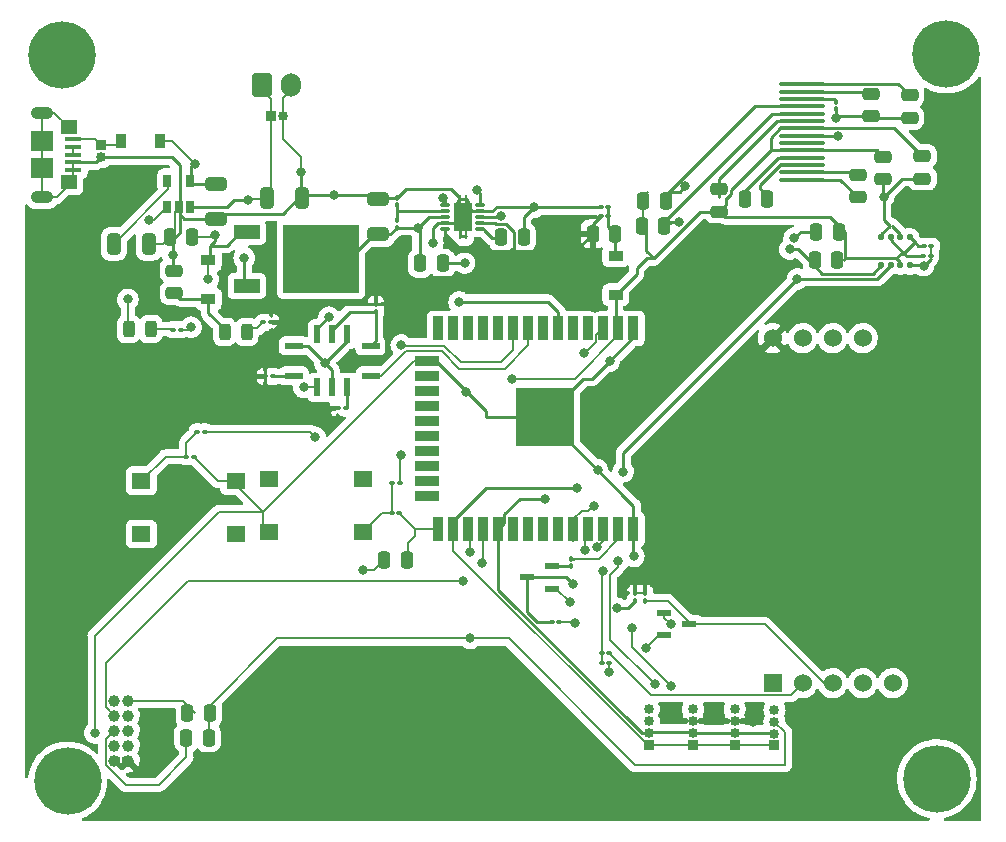
<source format=gbr>
%TF.GenerationSoftware,KiCad,Pcbnew,(5.99.0-8928-gc255dede17)*%
%TF.CreationDate,2021-02-10T00:55:28-08:00*%
%TF.ProjectId,smbpcb,736d6270-6362-42e6-9b69-6361645f7063,rev?*%
%TF.SameCoordinates,Original*%
%TF.FileFunction,Copper,L1,Top*%
%TF.FilePolarity,Positive*%
%FSLAX46Y46*%
G04 Gerber Fmt 4.6, Leading zero omitted, Abs format (unit mm)*
G04 Created by KiCad (PCBNEW (5.99.0-8928-gc255dede17)) date 2021-02-10 00:55:28*
%MOMM*%
%LPD*%
G01*
G04 APERTURE LIST*
G04 Aperture macros list*
%AMRoundRect*
0 Rectangle with rounded corners*
0 $1 Rounding radius*
0 $2 $3 $4 $5 $6 $7 $8 $9 X,Y pos of 4 corners*
0 Add a 4 corners polygon primitive as box body*
4,1,4,$2,$3,$4,$5,$6,$7,$8,$9,$2,$3,0*
0 Add four circle primitives for the rounded corners*
1,1,$1+$1,$2,$3*
1,1,$1+$1,$4,$5*
1,1,$1+$1,$6,$7*
1,1,$1+$1,$8,$9*
0 Add four rect primitives between the rounded corners*
20,1,$1+$1,$2,$3,$4,$5,0*
20,1,$1+$1,$4,$5,$6,$7,0*
20,1,$1+$1,$6,$7,$8,$9,0*
20,1,$1+$1,$8,$9,$2,$3,0*%
G04 Aperture macros list end*
%TA.AperFunction,SMDPad,CuDef*%
%ADD10R,0.900000X1.200000*%
%TD*%
%TA.AperFunction,SMDPad,CuDef*%
%ADD11RoundRect,0.100000X-0.130000X-0.100000X0.130000X-0.100000X0.130000X0.100000X-0.130000X0.100000X0*%
%TD*%
%TA.AperFunction,ComponentPad*%
%ADD12C,5.700000*%
%TD*%
%TA.AperFunction,SMDPad,CuDef*%
%ADD13R,0.650000X1.060000*%
%TD*%
%TA.AperFunction,SMDPad,CuDef*%
%ADD14RoundRect,0.250000X-0.250000X-0.475000X0.250000X-0.475000X0.250000X0.475000X-0.250000X0.475000X0*%
%TD*%
%TA.AperFunction,ComponentPad*%
%ADD15R,0.850000X0.850000*%
%TD*%
%TA.AperFunction,ComponentPad*%
%ADD16O,0.850000X0.850000*%
%TD*%
%TA.AperFunction,SMDPad,CuDef*%
%ADD17RoundRect,0.250000X0.650000X-0.325000X0.650000X0.325000X-0.650000X0.325000X-0.650000X-0.325000X0*%
%TD*%
%TA.AperFunction,SMDPad,CuDef*%
%ADD18R,2.200000X1.200000*%
%TD*%
%TA.AperFunction,SMDPad,CuDef*%
%ADD19R,6.400000X5.800000*%
%TD*%
%TA.AperFunction,SMDPad,CuDef*%
%ADD20RoundRect,0.250000X-0.325000X-0.650000X0.325000X-0.650000X0.325000X0.650000X-0.325000X0.650000X0*%
%TD*%
%TA.AperFunction,SMDPad,CuDef*%
%ADD21RoundRect,0.100000X-0.100000X0.130000X-0.100000X-0.130000X0.100000X-0.130000X0.100000X0.130000X0*%
%TD*%
%TA.AperFunction,SMDPad,CuDef*%
%ADD22RoundRect,0.250000X0.250000X0.475000X-0.250000X0.475000X-0.250000X-0.475000X0.250000X-0.475000X0*%
%TD*%
%TA.AperFunction,SMDPad,CuDef*%
%ADD23RoundRect,0.100000X0.130000X0.100000X-0.130000X0.100000X-0.130000X-0.100000X0.130000X-0.100000X0*%
%TD*%
%TA.AperFunction,SMDPad,CuDef*%
%ADD24RoundRect,0.250000X-0.475000X0.250000X-0.475000X-0.250000X0.475000X-0.250000X0.475000X0.250000X0*%
%TD*%
%TA.AperFunction,SMDPad,CuDef*%
%ADD25RoundRect,0.125000X0.125000X0.137500X-0.125000X0.137500X-0.125000X-0.137500X0.125000X-0.137500X0*%
%TD*%
%TA.AperFunction,SMDPad,CuDef*%
%ADD26RoundRect,0.250000X0.475000X-0.250000X0.475000X0.250000X-0.475000X0.250000X-0.475000X-0.250000X0*%
%TD*%
%TA.AperFunction,SMDPad,CuDef*%
%ADD27O,0.850000X0.280000*%
%TD*%
%TA.AperFunction,SMDPad,CuDef*%
%ADD28R,0.280000X0.280000*%
%TD*%
%TA.AperFunction,ComponentPad*%
%ADD29C,0.600000*%
%TD*%
%TA.AperFunction,SMDPad,CuDef*%
%ADD30R,0.280000X0.700000*%
%TD*%
%TA.AperFunction,SMDPad,CuDef*%
%ADD31R,0.260000X0.500000*%
%TD*%
%TA.AperFunction,SMDPad,CuDef*%
%ADD32R,0.680000X1.050000*%
%TD*%
%TA.AperFunction,SMDPad,CuDef*%
%ADD33R,1.650000X2.400000*%
%TD*%
%TA.AperFunction,SMDPad,CuDef*%
%ADD34RoundRect,0.100000X0.100000X-0.130000X0.100000X0.130000X-0.100000X0.130000X-0.100000X-0.130000X0*%
%TD*%
%TA.AperFunction,ComponentPad*%
%ADD35R,1.524000X1.524000*%
%TD*%
%TA.AperFunction,ComponentPad*%
%ADD36C,1.524000*%
%TD*%
%TA.AperFunction,SMDPad,CuDef*%
%ADD37R,1.600000X1.400000*%
%TD*%
%TA.AperFunction,SMDPad,CuDef*%
%ADD38R,1.400000X0.400000*%
%TD*%
%TA.AperFunction,SMDPad,CuDef*%
%ADD39R,1.900000X1.750000*%
%TD*%
%TA.AperFunction,ComponentPad*%
%ADD40O,1.900000X1.050000*%
%TD*%
%TA.AperFunction,SMDPad,CuDef*%
%ADD41R,1.450000X1.150000*%
%TD*%
%TA.AperFunction,ComponentPad*%
%ADD42C,1.000000*%
%TD*%
%TA.AperFunction,SMDPad,CuDef*%
%ADD43R,1.200000X0.900000*%
%TD*%
%TA.AperFunction,SMDPad,CuDef*%
%ADD44R,1.300000X0.600000*%
%TD*%
%TA.AperFunction,ComponentPad*%
%ADD45RoundRect,0.250000X-0.600000X-0.750000X0.600000X-0.750000X0.600000X0.750000X-0.600000X0.750000X0*%
%TD*%
%TA.AperFunction,ComponentPad*%
%ADD46O,1.700000X2.000000*%
%TD*%
%TA.AperFunction,SMDPad,CuDef*%
%ADD47RoundRect,0.250000X-0.650000X0.325000X-0.650000X-0.325000X0.650000X-0.325000X0.650000X0.325000X0*%
%TD*%
%TA.AperFunction,SMDPad,CuDef*%
%ADD48RoundRect,0.243750X-0.243750X-0.456250X0.243750X-0.456250X0.243750X0.456250X-0.243750X0.456250X0*%
%TD*%
%TA.AperFunction,SMDPad,CuDef*%
%ADD49O,4.000000X0.320000*%
%TD*%
%TA.AperFunction,SMDPad,CuDef*%
%ADD50R,0.600000X1.500000*%
%TD*%
%TA.AperFunction,SMDPad,CuDef*%
%ADD51R,1.500000X0.600000*%
%TD*%
%TA.AperFunction,SMDPad,CuDef*%
%ADD52R,0.900000X2.000000*%
%TD*%
%TA.AperFunction,SMDPad,CuDef*%
%ADD53R,2.000000X0.900000*%
%TD*%
%TA.AperFunction,SMDPad,CuDef*%
%ADD54R,5.000000X5.000000*%
%TD*%
%TA.AperFunction,ViaPad*%
%ADD55C,0.800000*%
%TD*%
%TA.AperFunction,ViaPad*%
%ADD56C,1.000000*%
%TD*%
%TA.AperFunction,Conductor*%
%ADD57C,0.200000*%
%TD*%
%TA.AperFunction,Conductor*%
%ADD58C,0.250000*%
%TD*%
G04 APERTURE END LIST*
D10*
%TO.P,D5,1,K*%
%TO.N,Net-(5V_IN1-Pad1)*%
X78600000Y-23850000D03*
%TO.P,D5,2,A*%
%TO.N,Net-(C1-Pad1)*%
X81900000Y-23850000D03*
%TD*%
D11*
%TO.P,R28,1*%
%TO.N,Net-(D4-Pad2)*%
X83030000Y-39850000D03*
%TO.P,R28,2*%
%TO.N,Net-(C1-Pad1)*%
X83670000Y-39850000D03*
%TD*%
%TO.P,R26,1*%
%TO.N,Net-(C16-Pad2)*%
X85080000Y-48500000D03*
%TO.P,R26,2*%
%TO.N,EN*%
X85720000Y-48500000D03*
%TD*%
D12*
%TO.P,REF\u002A\u002A,1*%
%TO.N,N/C*%
X148500000Y-16500000D03*
%TD*%
D13*
%TO.P,U1,1,STAT*%
%TO.N,Net-(D4-Pad1)*%
X82550000Y-29450000D03*
%TO.P,U1,2,VSS*%
%TO.N,GND*%
X83500000Y-29450000D03*
%TO.P,U1,3,VBAT*%
%TO.N,Net-(BT1-Pad1)*%
X84450000Y-29450000D03*
%TO.P,U1,4,VDD*%
%TO.N,Net-(C1-Pad1)*%
X84450000Y-27250000D03*
%TO.P,U1,5,PROG*%
%TO.N,Net-(R1-Pad1)*%
X82550000Y-27250000D03*
%TD*%
D14*
%TO.P,C9,1*%
%TO.N,+5V*%
X118550000Y-31750000D03*
%TO.P,C9,2*%
%TO.N,Net-(C9-Pad2)*%
X120450000Y-31750000D03*
%TD*%
D15*
%TO.P,EXT_BATT1,1,Pin_1*%
%TO.N,Net-(BT1-Pad1)*%
X91300000Y-21750000D03*
D16*
%TO.P,EXT_BATT1,2,Pin_2*%
%TO.N,GND*%
X92300000Y-21750000D03*
%TD*%
D17*
%TO.P,C3,1*%
%TO.N,Net-(C3-Pad1)*%
X100380800Y-31780200D03*
%TO.P,C3,2*%
%TO.N,GND*%
X100380800Y-28830200D03*
%TD*%
D14*
%TO.P,R8,1*%
%TO.N,+3V3*%
X122725000Y-31050000D03*
%TO.P,R8,2*%
%TO.N,SCL*%
X124625000Y-31050000D03*
%TD*%
D15*
%TO.P,AUX_CONN2,1,Pin_1*%
%TO.N,SDA*%
X127050000Y-75000000D03*
D16*
%TO.P,AUX_CONN2,2,Pin_2*%
%TO.N,SCL*%
X127050000Y-74000000D03*
%TO.P,AUX_CONN2,3,Pin_3*%
%TO.N,+5V*%
X127050000Y-73000000D03*
%TO.P,AUX_CONN2,4,Pin_4*%
%TO.N,GND*%
X127050000Y-72000000D03*
%TD*%
D18*
%TO.P,Q1,1,G*%
%TO.N,Net-(C1-Pad1)*%
X89272000Y-31578200D03*
D19*
%TO.P,Q1,2,D*%
%TO.N,Net-(C3-Pad1)*%
X95572000Y-33858200D03*
D18*
%TO.P,Q1,3,S*%
%TO.N,Net-(BT1-Pad1)*%
X89272000Y-36138200D03*
%TD*%
D20*
%TO.P,R1,1*%
%TO.N,Net-(R1-Pad1)*%
X78025000Y-32600000D03*
%TO.P,R1,2*%
%TO.N,GND*%
X80975000Y-32600000D03*
%TD*%
D21*
%TO.P,R11,1*%
%TO.N,ESP_RX1*%
X116757500Y-59244000D03*
%TO.P,R11,2*%
%TO.N,Net-(Q2-Pad2)*%
X116757500Y-59884000D03*
%TD*%
D22*
%TO.P,C7,1*%
%TO.N,Net-(C7-Pad1)*%
X133331000Y-28827300D03*
%TO.P,C7,2*%
%TO.N,Net-(C7-Pad2)*%
X131431000Y-28827300D03*
%TD*%
D23*
%TO.P,R15,1*%
%TO.N,GND*%
X119970000Y-68100000D03*
%TO.P,R15,2*%
%TO.N,ESP_TX1*%
X119330000Y-68100000D03*
%TD*%
D24*
%TO.P,C10,1*%
%TO.N,+3V3*%
X146456400Y-25161200D03*
%TO.P,C10,2*%
%TO.N,GND*%
X146456400Y-27061200D03*
%TD*%
%TO.P,C8,1*%
%TO.N,+3V3*%
X143154400Y-25212000D03*
%TO.P,C8,2*%
%TO.N,GND*%
X143154400Y-27112000D03*
%TD*%
D25*
%TO.P,U5,1,GND*%
%TO.N,GND*%
X145403300Y-34417400D03*
%TO.P,U5,2,CSB*%
%TO.N,+3V3*%
X144603300Y-34417400D03*
%TO.P,U5,3,SDI*%
%TO.N,SDA*%
X143803300Y-34417400D03*
%TO.P,U5,4,SCK*%
%TO.N,SCL*%
X143003300Y-34417400D03*
%TO.P,U5,5,SDO*%
%TO.N,GND*%
X143003300Y-32042400D03*
%TO.P,U5,6,VDDIO*%
%TO.N,+3V3*%
X143803300Y-32042400D03*
%TO.P,U5,7,GND*%
%TO.N,GND*%
X144603300Y-32042400D03*
%TO.P,U5,8,VDD*%
%TO.N,+3V3*%
X145403300Y-32042400D03*
%TD*%
D14*
%TO.P,R22,1*%
%TO.N,Net-(J2-Pad10)*%
X84250000Y-72300000D03*
%TO.P,R22,2*%
%TO.N,+3V3*%
X86150000Y-72300000D03*
%TD*%
D26*
%TO.P,C14,1*%
%TO.N,GND*%
X145389600Y-21930400D03*
%TO.P,C14,2*%
%TO.N,Net-(C14-Pad2)*%
X145389600Y-20030400D03*
%TD*%
D14*
%TO.P,L1,1,1*%
%TO.N,Net-(C3-Pad1)*%
X103950200Y-34242200D03*
%TO.P,L1,2,2*%
%TO.N,Net-(L1-Pad2)*%
X105850200Y-34242200D03*
%TD*%
D27*
%TO.P,U2,1,VAUX*%
%TO.N,Net-(C4-Pad1)*%
X109042200Y-31330600D03*
D28*
X109327200Y-31330600D03*
D27*
%TO.P,U2,2,VOUT*%
%TO.N,+5V*%
X109042200Y-30830600D03*
D28*
X109327200Y-30830600D03*
D27*
%TO.P,U2,3,L*%
%TO.N,Net-(L1-Pad2)*%
X109042200Y-30330600D03*
D28*
X109327200Y-30330600D03*
D27*
%TO.P,U2,4,PGND*%
%TO.N,GND*%
X109042200Y-29830600D03*
D28*
X109327200Y-29830600D03*
D27*
%TO.P,U2,5,VIN*%
%TO.N,Net-(C3-Pad1)*%
X109042200Y-29330600D03*
D28*
X109327200Y-29330600D03*
D27*
%TO.P,U2,6,EN*%
X106092200Y-29330600D03*
D28*
X105807200Y-29330600D03*
D27*
%TO.P,U2,7,UVLO*%
%TO.N,Net-(R2-Pad2)*%
X106092200Y-29830600D03*
D28*
X105807200Y-29830600D03*
%TO.P,U2,8,PS*%
%TO.N,Net-(C3-Pad1)*%
X105807200Y-30330600D03*
D27*
X106092200Y-30330600D03*
D28*
%TO.P,U2,9,GND*%
%TO.N,GND*%
X105807200Y-30830600D03*
D27*
X106092200Y-30830600D03*
D28*
%TO.P,U2,10,FB*%
%TO.N,+5V*%
X105807200Y-31330600D03*
D27*
X106092200Y-31330600D03*
D29*
%TO.P,U2,11,PAD*%
%TO.N,GND*%
X107067200Y-31080600D03*
D30*
X107817200Y-28780600D03*
D29*
X108067200Y-31080600D03*
D30*
X107317200Y-28780600D03*
D31*
X107317200Y-28700600D03*
D30*
X107317200Y-31880600D03*
D29*
X107567200Y-30330600D03*
D30*
X107817200Y-31880600D03*
D32*
X108017200Y-30965600D03*
D33*
X107567200Y-30330600D03*
D29*
X108067200Y-29580600D03*
D32*
X107117200Y-30965600D03*
D29*
X107067200Y-29580600D03*
D32*
X107117200Y-29695600D03*
D31*
X107817200Y-31960600D03*
D32*
X108017200Y-29695600D03*
D31*
X107317200Y-31960600D03*
X107817200Y-28700600D03*
%TD*%
D11*
%TO.P,C12,1*%
%TO.N,+3V3*%
X146524900Y-33636300D03*
%TO.P,C12,2*%
%TO.N,GND*%
X147164900Y-33636300D03*
%TD*%
%TO.P,R24,1*%
%TO.N,Net-(C15-Pad2)*%
X101530000Y-55400000D03*
%TO.P,R24,2*%
%TO.N,IO0*%
X102170000Y-55400000D03*
%TD*%
D26*
%TO.P,C5,1*%
%TO.N,Net-(C5-Pad1)*%
X83132400Y-36767000D03*
%TO.P,C5,2*%
%TO.N,GND*%
X83132400Y-34867000D03*
%TD*%
D34*
%TO.P,R2,1*%
%TO.N,Net-(C3-Pad1)*%
X101979200Y-31209400D03*
%TO.P,R2,2*%
%TO.N,Net-(R2-Pad2)*%
X101979200Y-30569400D03*
%TD*%
D35*
%TO.P,U6,1,Vout*%
%TO.N,unconnected-(U6-Pad1)*%
X133805000Y-69787500D03*
D36*
%TO.P,U6,2,RXD*%
%TO.N,Net-(R16-Pad2)*%
X136345000Y-69787500D03*
%TO.P,U6,3,TXD*%
%TO.N,Net-(Q3-Pad3)*%
X138885000Y-69787500D03*
%TO.P,U6,4,SR*%
%TO.N,unconnected-(U6-Pad4)*%
X141425000Y-69787500D03*
%TO.P,U6,5,HD*%
%TO.N,unconnected-(U6-Pad5)*%
X143965000Y-69787500D03*
%TO.P,U6,6,Vin*%
%TO.N,+5V*%
X133805000Y-40577500D03*
%TO.P,U6,7,GND*%
%TO.N,GND*%
X136345000Y-40577500D03*
%TO.P,U6,8,A0T*%
%TO.N,unconnected-(U6-Pad8)*%
X138885000Y-40577500D03*
%TO.P,U6,9,PWM*%
%TO.N,unconnected-(U6-Pad9)*%
X141425000Y-40577500D03*
%TD*%
D23*
%TO.P,C16,1*%
%TO.N,GND*%
X84770000Y-50600000D03*
%TO.P,C16,2*%
%TO.N,Net-(C16-Pad2)*%
X84130000Y-50600000D03*
%TD*%
%TO.P,R20,1*%
%TO.N,Net-(IC1-PadK)*%
X91470000Y-43815000D03*
%TO.P,R20,2*%
%TO.N,+5V*%
X90830000Y-43815000D03*
%TD*%
D37*
%TO.P,SW2,1,1*%
%TO.N,Net-(C16-Pad2)*%
X80350000Y-52650000D03*
%TO.P,SW2,2,2*%
%TO.N,GND*%
X88350000Y-52650000D03*
%TO.P,SW2,3*%
%TO.N,N/C*%
X80350000Y-57150000D03*
%TO.P,SW2,4*%
X88350000Y-57150000D03*
%TD*%
D38*
%TO.P,J1,1,VBUS*%
%TO.N,Net-(5V_IN1-Pad1)*%
X74600000Y-23750000D03*
%TO.P,J1,2,D-*%
%TO.N,Net-(J1-Pad2)*%
X74600000Y-24400000D03*
%TO.P,J1,3,D+*%
X74600000Y-25050000D03*
%TO.P,J1,4,ID*%
%TO.N,GND*%
X74600000Y-25700000D03*
%TO.P,J1,5,GND*%
X74600000Y-26350000D03*
D39*
%TO.P,J1,6,Shield*%
X71950000Y-26175000D03*
X71950000Y-23925000D03*
D40*
X71950000Y-28625000D03*
D41*
X74180000Y-27370000D03*
X74180000Y-22730000D03*
D40*
X71950000Y-21475000D03*
%TD*%
D42*
%TO.P,J2,1,Pin_1*%
%TO.N,+5V*%
X78040000Y-76340000D03*
%TO.P,J2,2,Pin_2*%
X79200000Y-76340000D03*
%TO.P,J2,3,Pin_3*%
%TO.N,GND*%
X78040000Y-75070000D03*
%TO.P,J2,4,Pin_4*%
X79200000Y-75070000D03*
%TO.P,J2,5,Pin_5*%
%TO.N,Net-(J2-Pad5)*%
X78040000Y-73800000D03*
%TO.P,J2,6,Pin_6*%
%TO.N,unconnected-(J2-Pad6)*%
X79200000Y-73800000D03*
%TO.P,J2,7,Pin_7*%
%TO.N,ESP_RX2*%
X78040000Y-72530000D03*
%TO.P,J2,8,Pin_8*%
%TO.N,unconnected-(J2-Pad8)*%
X79200000Y-72530000D03*
%TO.P,J2,9,Pin_9*%
%TO.N,ESP_TX2*%
X78040000Y-71260000D03*
%TO.P,J2,10,Pin_10*%
%TO.N,Net-(J2-Pad10)*%
X79200000Y-71260000D03*
%TD*%
D12*
%TO.P,,1*%
%TO.N,N/C*%
X74100000Y-78100000D03*
%TD*%
D15*
%TO.P,5V_IN1,1,Pin_1*%
%TO.N,Net-(5V_IN1-Pad1)*%
X76950000Y-24250000D03*
D16*
%TO.P,5V_IN1,2,Pin_2*%
%TO.N,GND*%
X76950000Y-25250000D03*
%TD*%
D43*
%TO.P,D2,1,K*%
%TO.N,+3V3*%
X120500000Y-36900000D03*
%TO.P,D2,2,A*%
%TO.N,Net-(C9-Pad2)*%
X120500000Y-33600000D03*
%TD*%
D11*
%TO.P,R6,1*%
%TO.N,GND*%
X119250000Y-29500000D03*
%TO.P,R6,2*%
%TO.N,Net-(C9-Pad2)*%
X119890000Y-29500000D03*
%TD*%
%TO.P,R13,1*%
%TO.N,Net-(Q2-Pad3)*%
X115080000Y-64600000D03*
%TO.P,R13,2*%
%TO.N,Net-(Q3-Pad2)*%
X115720000Y-64600000D03*
%TD*%
D15*
%TO.P,AUX_CONN1,1,Pin_1*%
%TO.N,SDA*%
X123300000Y-75000000D03*
D16*
%TO.P,AUX_CONN1,2,Pin_2*%
%TO.N,SCL*%
X123300000Y-74000000D03*
%TO.P,AUX_CONN1,3,Pin_3*%
%TO.N,ESP_TX0*%
X123300000Y-73000000D03*
%TO.P,AUX_CONN1,4,Pin_4*%
%TO.N,ESP_RX0*%
X123300000Y-72000000D03*
%TD*%
D20*
%TO.P,C2,1*%
%TO.N,Net-(BT1-Pad1)*%
X90975000Y-28700000D03*
%TO.P,C2,2*%
%TO.N,GND*%
X93925000Y-28700000D03*
%TD*%
D11*
%TO.P,R25,1*%
%TO.N,Net-(D3-Pad2)*%
X90680000Y-39250000D03*
%TO.P,R25,2*%
%TO.N,+5V*%
X91320000Y-39250000D03*
%TD*%
D44*
%TO.P,Q2,1,E*%
%TO.N,GND*%
X115140500Y-61784000D03*
%TO.P,Q2,2,B*%
%TO.N,Net-(Q2-Pad2)*%
X115140500Y-59884000D03*
%TO.P,Q2,3,C*%
%TO.N,Net-(Q2-Pad3)*%
X113040500Y-60834000D03*
%TD*%
D45*
%TO.P,BT1,1,+*%
%TO.N,Net-(BT1-Pad1)*%
X90550000Y-19132500D03*
D46*
%TO.P,BT1,2,-*%
%TO.N,GND*%
X93050000Y-19132500D03*
%TD*%
D34*
%TO.P,R14,1*%
%TO.N,Net-(Q3-Pad3)*%
X123000000Y-62820000D03*
%TO.P,R14,2*%
%TO.N,+5V*%
X123000000Y-62180000D03*
%TD*%
D47*
%TO.P,C1,1*%
%TO.N,Net-(C1-Pad1)*%
X86637600Y-27509400D03*
%TO.P,C1,2*%
%TO.N,GND*%
X86637600Y-30459400D03*
%TD*%
D48*
%TO.P,D3,1,K*%
%TO.N,Net-(C5-Pad1)*%
X87387500Y-40050000D03*
%TO.P,D3,2,A*%
%TO.N,Net-(D3-Pad2)*%
X89262500Y-40050000D03*
%TD*%
D34*
%TO.P,R3,1*%
%TO.N,Net-(R2-Pad2)*%
X101979200Y-29315000D03*
%TO.P,R3,2*%
%TO.N,GND*%
X101979200Y-28675000D03*
%TD*%
D43*
%TO.P,D1,1,K*%
%TO.N,Net-(C5-Pad1)*%
X86028000Y-37263800D03*
%TO.P,D1,2,A*%
%TO.N,Net-(C1-Pad1)*%
X86028000Y-33963800D03*
%TD*%
D14*
%TO.P,R23,1*%
%TO.N,Net-(J2-Pad5)*%
X84150000Y-74400000D03*
%TO.P,R23,2*%
%TO.N,+3V3*%
X86050000Y-74400000D03*
%TD*%
%TO.P,R18,1*%
%TO.N,SCL*%
X137378400Y-33959800D03*
%TO.P,R18,2*%
%TO.N,+3V3*%
X139278400Y-33959800D03*
%TD*%
D34*
%TO.P,R21,1*%
%TO.N,GND*%
X139192000Y-21198800D03*
%TO.P,R21,2*%
%TO.N,Net-(R21-Pad2)*%
X139192000Y-20558800D03*
%TD*%
D26*
%TO.P,R7,1*%
%TO.N,+3V3*%
X129286000Y-29855200D03*
%TO.P,R7,2*%
%TO.N,Net-(R7-Pad2)*%
X129286000Y-27955200D03*
%TD*%
D15*
%TO.P,AUX_CONN3,1,Pin_1*%
%TO.N,SDA*%
X130580000Y-74987500D03*
D16*
%TO.P,AUX_CONN3,2,Pin_2*%
%TO.N,SCL*%
X130580000Y-73987500D03*
%TO.P,AUX_CONN3,3,Pin_3*%
%TO.N,+5V*%
X130580000Y-72987500D03*
%TO.P,AUX_CONN3,4,Pin_4*%
%TO.N,GND*%
X130580000Y-71987500D03*
%TD*%
D49*
%TO.P,U4,1,C2P*%
%TO.N,Net-(C6-Pad1)*%
X136316800Y-27154400D03*
%TO.P,U4,2,C2N*%
%TO.N,Net-(C6-Pad2)*%
X136316800Y-26534400D03*
%TO.P,U4,3,C1P*%
%TO.N,Net-(C7-Pad1)*%
X136316800Y-25914400D03*
%TO.P,U4,4,C1N*%
%TO.N,Net-(C7-Pad2)*%
X136316800Y-25294400D03*
%TO.P,U4,5,VBAT*%
%TO.N,+3V3*%
X136316800Y-24674400D03*
%TO.P,U4,6,NC*%
%TO.N,unconnected-(U4-Pad6)*%
X136316800Y-24054400D03*
%TO.P,U4,7,VSS*%
%TO.N,GND*%
X136316800Y-23434400D03*
%TO.P,U4,8,VDD*%
%TO.N,+3V3*%
X136316800Y-22814400D03*
%TO.P,U4,9,~RES*%
%TO.N,Net-(R7-Pad2)*%
X136316800Y-22194400D03*
%TO.P,U4,10,SCL*%
%TO.N,SCL*%
X136316800Y-21574400D03*
%TO.P,U4,11,SDA*%
%TO.N,SDA*%
X136316800Y-20954400D03*
%TO.P,U4,12,IREF*%
%TO.N,Net-(R21-Pad2)*%
X136316800Y-20334400D03*
%TO.P,U4,13,VCOMH*%
%TO.N,Net-(C11-Pad2)*%
X136316800Y-19714400D03*
%TO.P,U4,14,VCC*%
%TO.N,Net-(C14-Pad2)*%
X136316800Y-19094400D03*
%TD*%
D12*
%TO.P,REF\u002A\u002A,1*%
%TO.N,N/C*%
X147700000Y-77900000D03*
%TD*%
D26*
%TO.P,C11,1*%
%TO.N,GND*%
X142087600Y-21778000D03*
%TO.P,C11,2*%
%TO.N,Net-(C11-Pad2)*%
X142087600Y-19878000D03*
%TD*%
D23*
%TO.P,C15,1*%
%TO.N,GND*%
X102220000Y-52850000D03*
%TO.P,C15,2*%
%TO.N,Net-(C15-Pad2)*%
X101580000Y-52850000D03*
%TD*%
D37*
%TO.P,SW1,1,1*%
%TO.N,Net-(C15-Pad2)*%
X99150000Y-57000000D03*
%TO.P,SW1,2,2*%
%TO.N,GND*%
X91150000Y-57000000D03*
%TO.P,SW1,3*%
%TO.N,N/C*%
X99150000Y-52500000D03*
%TO.P,SW1,4*%
X91150000Y-52500000D03*
%TD*%
D48*
%TO.P,D4,1,K*%
%TO.N,Net-(D4-Pad1)*%
X79275000Y-39800000D03*
%TO.P,D4,2,A*%
%TO.N,Net-(D4-Pad2)*%
X81150000Y-39800000D03*
%TD*%
D14*
%TO.P,R27,1*%
%TO.N,+3V3*%
X100900000Y-59350000D03*
%TO.P,R27,2*%
%TO.N,IO0*%
X102800000Y-59350000D03*
%TD*%
%TO.P,C4,1*%
%TO.N,Net-(C4-Pad1)*%
X110825200Y-32029400D03*
%TO.P,C4,2*%
%TO.N,GND*%
X112725200Y-32029400D03*
%TD*%
D11*
%TO.P,R5,1*%
%TO.N,+5V*%
X119250000Y-30250000D03*
%TO.P,R5,2*%
%TO.N,Net-(C9-Pad2)*%
X119890000Y-30250000D03*
%TD*%
D12*
%TO.P,REF\u002A\u002A,1*%
%TO.N,N/C*%
X73600000Y-16600000D03*
%TD*%
D26*
%TO.P,C6,1*%
%TO.N,Net-(C6-Pad1)*%
X141017000Y-28659700D03*
%TO.P,C6,2*%
%TO.N,Net-(C6-Pad2)*%
X141017000Y-26759700D03*
%TD*%
D50*
%TO.P,IC1,A,A*%
%TO.N,NO2*%
X95250000Y-44750000D03*
%TO.P,IC1,B,B*%
%TO.N,GND*%
X96500000Y-44750000D03*
%TO.P,IC1,C,C*%
%TO.N,Net-(IC1-PadC)*%
X97750000Y-44750000D03*
D51*
%TO.P,IC1,D,D*%
%TO.N,NH3*%
X99750000Y-43770000D03*
%TO.P,IC1,E,E*%
%TO.N,Net-(IC1-PadE)*%
X99750000Y-41230000D03*
D50*
%TO.P,IC1,F,F*%
%TO.N,GND*%
X97750000Y-40250000D03*
%TO.P,IC1,G,G*%
%TO.N,Net-(IC1-PadE)*%
X96500000Y-40250000D03*
%TO.P,IC1,H,H*%
%TO.N,CO*%
X95250000Y-40250000D03*
D51*
%TO.P,IC1,J,J*%
%TO.N,GND*%
X93250000Y-41230000D03*
%TO.P,IC1,K,K*%
%TO.N,Net-(IC1-PadK)*%
X93250000Y-43770000D03*
%TD*%
D44*
%TO.P,Q3,1,E*%
%TO.N,GND*%
X124600000Y-63850000D03*
%TO.P,Q3,2,B*%
%TO.N,Net-(Q3-Pad2)*%
X124600000Y-65750000D03*
%TO.P,Q3,3,C*%
%TO.N,Net-(Q3-Pad3)*%
X126700000Y-64800000D03*
%TD*%
D11*
%TO.P,R16,1*%
%TO.N,ESP_TX1*%
X119320000Y-67250000D03*
%TO.P,R16,2*%
%TO.N,Net-(R16-Pad2)*%
X119960000Y-67250000D03*
%TD*%
D21*
%TO.P,R10,1*%
%TO.N,+5V*%
X100203000Y-37689000D03*
%TO.P,R10,2*%
%TO.N,Net-(IC1-PadE)*%
X100203000Y-38329000D03*
%TD*%
D23*
%TO.P,C13,1*%
%TO.N,GND*%
X147215700Y-32772700D03*
%TO.P,C13,2*%
%TO.N,+3V3*%
X146575700Y-32772700D03*
%TD*%
D34*
%TO.P,R12,1*%
%TO.N,Net-(Q2-Pad3)*%
X122150000Y-62820000D03*
%TO.P,R12,2*%
%TO.N,+5V*%
X122150000Y-62180000D03*
%TD*%
D14*
%TO.P,R17,1*%
%TO.N,SDA*%
X137480000Y-31546800D03*
%TO.P,R17,2*%
%TO.N,+3V3*%
X139380000Y-31546800D03*
%TD*%
D22*
%TO.P,R4,1*%
%TO.N,Net-(C1-Pad1)*%
X84650000Y-32000000D03*
%TO.P,R4,2*%
%TO.N,GND*%
X82750000Y-32000000D03*
%TD*%
D52*
%TO.P,U3,1,GND*%
%TO.N,GND*%
X122000000Y-39750000D03*
%TO.P,U3,2,VDD*%
%TO.N,+3V3*%
X120730000Y-39750000D03*
%TO.P,U3,3,EN*%
%TO.N,EN*%
X119460000Y-39750000D03*
%TO.P,U3,4,SENSOR_VP*%
%TO.N,unconnected-(U3-Pad4)*%
X118190000Y-39750000D03*
%TO.P,U3,5,SENSOR_VN*%
%TO.N,unconnected-(U3-Pad5)*%
X116920000Y-39750000D03*
%TO.P,U3,6,IO34*%
%TO.N,CO*%
X115650000Y-39750000D03*
%TO.P,U3,7,IO35*%
%TO.N,unconnected-(U3-Pad7)*%
X114380000Y-39750000D03*
%TO.P,U3,8,IO32*%
%TO.N,NH3*%
X113110000Y-39750000D03*
%TO.P,U3,9,IO33*%
%TO.N,NO2*%
X111840000Y-39750000D03*
%TO.P,U3,10,IO25*%
%TO.N,unconnected-(U3-Pad10)*%
X110570000Y-39750000D03*
%TO.P,U3,11,IO26*%
%TO.N,unconnected-(U3-Pad11)*%
X109300000Y-39750000D03*
%TO.P,U3,12,IO27*%
%TO.N,unconnected-(U3-Pad12)*%
X108030000Y-39750000D03*
%TO.P,U3,13,IO14*%
%TO.N,unconnected-(U3-Pad13)*%
X106760000Y-39750000D03*
%TO.P,U3,14,IO12*%
%TO.N,unconnected-(U3-Pad14)*%
X105490000Y-39750000D03*
D53*
%TO.P,U3,15,GND*%
%TO.N,GND*%
X104490000Y-42535000D03*
%TO.P,U3,16,IO13*%
%TO.N,unconnected-(U3-Pad16)*%
X104490000Y-43805000D03*
%TO.P,U3,17,SHD/SD2*%
%TO.N,unconnected-(U3-Pad17)*%
X104490000Y-45075000D03*
%TO.P,U3,18,SWP/SD3*%
%TO.N,unconnected-(U3-Pad18)*%
X104490000Y-46345000D03*
%TO.P,U3,19,SCS/CMD*%
%TO.N,unconnected-(U3-Pad19)*%
X104490000Y-47615000D03*
%TO.P,U3,20,SCK/CLK*%
%TO.N,unconnected-(U3-Pad20)*%
X104490000Y-48885000D03*
%TO.P,U3,21,SDO/SD0*%
%TO.N,unconnected-(U3-Pad21)*%
X104490000Y-50155000D03*
%TO.P,U3,22,SDI/SD1*%
%TO.N,unconnected-(U3-Pad22)*%
X104490000Y-51425000D03*
%TO.P,U3,23,IO15*%
%TO.N,unconnected-(U3-Pad23)*%
X104490000Y-52695000D03*
%TO.P,U3,24,IO2*%
%TO.N,unconnected-(U3-Pad24)*%
X104490000Y-53965000D03*
D52*
%TO.P,U3,25,IO0*%
%TO.N,IO0*%
X105490000Y-56750000D03*
%TO.P,U3,26,IO4*%
%TO.N,SDA*%
X106760000Y-56750000D03*
%TO.P,U3,27,IO16*%
%TO.N,ESP_TX2*%
X108030000Y-56750000D03*
%TO.P,U3,28,IO17*%
%TO.N,ESP_RX2*%
X109300000Y-56750000D03*
%TO.P,U3,29,IO5*%
%TO.N,SCL*%
X110570000Y-56750000D03*
%TO.P,U3,30,IO18*%
%TO.N,unconnected-(U3-Pad30)*%
X111840000Y-56750000D03*
%TO.P,U3,31,IO19*%
%TO.N,unconnected-(U3-Pad31)*%
X113110000Y-56750000D03*
%TO.P,U3,32,NC*%
%TO.N,unconnected-(U3-Pad32)*%
X114380000Y-56750000D03*
%TO.P,U3,33,IO21*%
%TO.N,unconnected-(U3-Pad33)*%
X115650000Y-56750000D03*
%TO.P,U3,34,RXD0/IO3*%
%TO.N,ESP_RX0*%
X116920000Y-56750000D03*
%TO.P,U3,35,TXD0/IO1*%
%TO.N,ESP_TX0*%
X118190000Y-56750000D03*
%TO.P,U3,36,IO22*%
%TO.N,ESP_TX1*%
X119460000Y-56750000D03*
%TO.P,U3,37,IO23*%
%TO.N,ESP_RX1*%
X120730000Y-56750000D03*
%TO.P,U3,38,GND*%
%TO.N,GND*%
X122000000Y-56750000D03*
D54*
%TO.P,U3,39,GND*%
X114500000Y-47250000D03*
%TD*%
D23*
%TO.P,R19,1*%
%TO.N,Net-(IC1-PadC)*%
X97678200Y-46507400D03*
%TO.P,R19,2*%
%TO.N,+5V*%
X97038200Y-46507400D03*
%TD*%
D15*
%TO.P,AUX_CONN4,1,Pin_1*%
%TO.N,SDA*%
X133950000Y-75050000D03*
D16*
%TO.P,AUX_CONN4,2,Pin_2*%
%TO.N,SCL*%
X133950000Y-74050000D03*
%TO.P,AUX_CONN4,3,Pin_3*%
%TO.N,+3V3*%
X133950000Y-73050000D03*
%TO.P,AUX_CONN4,4,Pin_4*%
%TO.N,GND*%
X133950000Y-72050000D03*
%TD*%
D14*
%TO.P,R9,1*%
%TO.N,+3V3*%
X122850000Y-28925000D03*
%TO.P,R9,2*%
%TO.N,SDA*%
X124750000Y-28925000D03*
%TD*%
D55*
%TO.N,GND*%
X139192000Y-21945600D03*
X83015600Y-33570400D03*
X113574000Y-29500000D03*
X107814010Y-45093990D03*
X125150000Y-64800000D03*
X102300000Y-50500000D03*
X122047000Y-59055000D03*
X93853000Y-26543000D03*
X118969000Y-51719000D03*
X146583800Y-34436300D03*
X116650000Y-62950000D03*
X95885000Y-42672000D03*
X96675400Y-28476400D03*
X119950000Y-68850000D03*
X119992510Y-42522510D03*
X105025180Y-32515820D03*
X76400000Y-74000000D03*
X139344400Y-23469600D03*
X143205200Y-28600400D03*
%TO.N,Net-(C3-Pad1)*%
X103799017Y-31209400D03*
X105851980Y-28729286D03*
X108761000Y-28044600D03*
%TO.N,+3V3*%
X99125000Y-60225000D03*
X111700000Y-44000000D03*
X108200000Y-66000000D03*
D56*
%TO.N,+5V*%
X124450000Y-37900000D03*
X133175000Y-78200000D03*
D55*
X132475000Y-37300000D03*
D56*
X83450000Y-78850000D03*
D55*
X96037400Y-46761400D03*
X132100000Y-73075000D03*
X81350000Y-77325000D03*
D56*
X118750000Y-37925000D03*
D55*
X90754200Y-46355000D03*
X75554600Y-61554600D03*
X118775000Y-35125000D03*
%TO.N,Net-(L1-Pad2)*%
X110767600Y-30203600D03*
X107716800Y-34216800D03*
%TO.N,Net-(Q2-Pad3)*%
X116900000Y-61400000D03*
X120650000Y-63450000D03*
%TO.N,Net-(Q3-Pad2)*%
X123100000Y-66800000D03*
X117050000Y-64700000D03*
%TO.N,SCL*%
X135248153Y-33037607D03*
X125850000Y-30725000D03*
X114503200Y-54152800D03*
%TO.N,SDA*%
X135610600Y-32105600D03*
X135890000Y-35560000D03*
X126400000Y-27725000D03*
X117195600Y-53263800D03*
X121132600Y-51866800D03*
%TO.N,Net-(D4-Pad1)*%
X81000000Y-30600000D03*
X79200000Y-37300000D03*
%TO.N,EN*%
X117850000Y-41850000D03*
X95050000Y-48950000D03*
%TO.N,CO*%
X107250000Y-37500000D03*
X96240600Y-38785800D03*
%TO.N,NO2*%
X102350000Y-41150000D03*
X94100000Y-44750000D03*
%TO.N,ESP_RX0*%
X118650000Y-54750000D03*
X120700000Y-59450000D03*
X123800000Y-69900000D03*
%TO.N,ESP_TX0*%
X125200000Y-70000000D03*
X117950000Y-58550000D03*
X121900000Y-65100000D03*
%TO.N,ESP_TX1*%
X119400000Y-60300000D03*
X118900000Y-58300000D03*
%TO.N,ESP_RX2*%
X109200000Y-59600000D03*
X107600000Y-61100000D03*
%TO.N,ESP_TX2*%
X108200000Y-58700000D03*
%TO.N,Net-(C1-Pad1)*%
X86550000Y-31875000D03*
X86000000Y-35600000D03*
X84910400Y-25789600D03*
X84550000Y-39650000D03*
%TO.N,Net-(BT1-Pad1)*%
X89050600Y-33759600D03*
X89350000Y-28850000D03*
%TD*%
D57*
%TO.N,GND*%
X119970000Y-68100000D02*
X119970000Y-68830000D01*
X74600000Y-26350000D02*
X74600000Y-26950000D01*
D58*
X87074200Y-30022800D02*
X92357400Y-30022800D01*
D57*
X71950000Y-23925000D02*
X71950000Y-26175000D01*
D58*
X93903800Y-28476400D02*
X93903800Y-26602800D01*
X86637600Y-30459400D02*
X83982580Y-30459400D01*
D57*
X74600000Y-26950000D02*
X74180000Y-27370000D01*
D58*
X107067200Y-29580600D02*
X107067200Y-29030600D01*
D57*
X102220000Y-50580000D02*
X102300000Y-50500000D01*
D58*
X147164900Y-33855200D02*
X146583800Y-34436300D01*
D57*
X76400000Y-74000000D02*
X76400000Y-65800000D01*
D58*
X105807200Y-30830600D02*
X105442180Y-30830600D01*
D57*
X82750000Y-32000000D02*
X82150000Y-32600000D01*
D58*
X106556600Y-27940000D02*
X102714200Y-27940000D01*
D57*
X124600000Y-63850000D02*
X124600000Y-64250000D01*
X119970000Y-68830000D02*
X119950000Y-68850000D01*
D58*
X92357400Y-30022800D02*
X93903800Y-28476400D01*
X108017200Y-29695600D02*
X108017200Y-28980600D01*
X107817200Y-28780600D02*
X107317200Y-28780600D01*
X146583800Y-34417400D02*
X147164900Y-33836300D01*
X94443000Y-41230000D02*
X95885000Y-42672000D01*
D57*
X74700000Y-25600000D02*
X74600000Y-25700000D01*
D58*
X119929010Y-42586010D02*
X118515020Y-44000000D01*
X83982580Y-30459400D02*
X83589600Y-30066420D01*
D57*
X124600000Y-64250000D02*
X125150000Y-64800000D01*
D58*
X76950000Y-25250000D02*
X76500000Y-25700000D01*
X83015600Y-34750200D02*
X83015600Y-32213400D01*
X106817200Y-30830600D02*
X107067200Y-31080600D01*
X143154400Y-28549600D02*
X143205200Y-28600400D01*
X144744400Y-27061200D02*
X143205200Y-28600400D01*
D57*
X73175000Y-28625000D02*
X71950000Y-28625000D01*
X90627977Y-56477977D02*
X91150000Y-57000000D01*
X88350000Y-53022023D02*
X90627977Y-55300000D01*
D58*
X105442180Y-30830600D02*
X105025180Y-31247600D01*
X117750000Y-44000000D02*
X114500000Y-47250000D01*
X109042200Y-29830600D02*
X110067583Y-29830600D01*
X106092200Y-30830600D02*
X106817200Y-30830600D01*
X107317200Y-28700600D02*
X106556600Y-27940000D01*
D57*
X147215700Y-32772700D02*
X147215700Y-33585500D01*
X83523600Y-29576400D02*
X83191611Y-29908389D01*
D58*
X142087600Y-21778000D02*
X139359600Y-21778000D01*
X107317200Y-31960600D02*
X107817200Y-31960600D01*
X122000000Y-59008000D02*
X122047000Y-59055000D01*
X143154400Y-27112000D02*
X143154400Y-28549600D01*
D57*
X74180000Y-27370000D02*
X74180000Y-27620000D01*
X102220000Y-52850000D02*
X102220000Y-50580000D01*
X83191611Y-29908389D02*
X83191611Y-31558389D01*
D58*
X108017200Y-28980600D02*
X107817200Y-28780600D01*
D57*
X124600000Y-63850000D02*
X124150000Y-63850000D01*
D58*
X145403300Y-34417400D02*
X146583800Y-34417400D01*
D57*
X90627977Y-55300000D02*
X90627977Y-56477977D01*
X74600000Y-25700000D02*
X74600000Y-26350000D01*
D58*
X109042200Y-29830600D02*
X108317200Y-29830600D01*
X83589600Y-25910400D02*
X82929200Y-25250000D01*
D57*
X71950000Y-21475000D02*
X72925000Y-21475000D01*
D58*
X139359600Y-21778000D02*
X139192000Y-21945600D01*
X108317200Y-29830600D02*
X108067200Y-29580600D01*
X93903800Y-28476400D02*
X99695000Y-28476400D01*
D57*
X115484000Y-61784000D02*
X116650000Y-62950000D01*
X115140500Y-61784000D02*
X115484000Y-61784000D01*
D58*
X83015600Y-32213400D02*
X83589600Y-31639400D01*
D57*
X83589600Y-29576400D02*
X83523600Y-29576400D01*
D58*
X144603300Y-32042400D02*
X144603300Y-31779900D01*
D57*
X71950000Y-26175000D02*
X71950000Y-28625000D01*
D58*
X107317200Y-31960600D02*
X107317200Y-31330600D01*
D57*
X82150000Y-32600000D02*
X80975000Y-32600000D01*
D58*
X105025180Y-31247600D02*
X105025180Y-32515820D01*
X107067200Y-29030600D02*
X107317200Y-28780600D01*
X113320000Y-29500000D02*
X111511800Y-29500000D01*
X136316800Y-23434400D02*
X139309200Y-23434400D01*
X111511800Y-29500000D02*
X111490389Y-29478589D01*
D57*
X93853000Y-26543000D02*
X93853000Y-25253000D01*
D58*
X139192000Y-21198800D02*
X139192000Y-21945600D01*
X97750000Y-40807000D02*
X95885000Y-42672000D01*
X118515020Y-44000000D02*
X117750000Y-44000000D01*
D57*
X90627977Y-55300000D02*
X103392977Y-42535000D01*
X92300000Y-23700000D02*
X92300000Y-20250000D01*
D58*
X139309200Y-23434400D02*
X139344400Y-23469600D01*
D57*
X88350000Y-52650000D02*
X86820000Y-52650000D01*
D58*
X76500000Y-25700000D02*
X74600000Y-25700000D01*
D57*
X72925000Y-21475000D02*
X74180000Y-22730000D01*
X71950000Y-23925000D02*
X71950000Y-21475000D01*
D58*
X122000000Y-56750000D02*
X122000000Y-59008000D01*
X143003300Y-31737500D02*
X143695300Y-31045500D01*
X110067583Y-29830600D02*
X110419594Y-29478589D01*
X119929010Y-42586010D02*
X122000000Y-40515020D01*
X109500000Y-47250000D02*
X114500000Y-47250000D01*
X110419594Y-29478589D02*
X111490389Y-29478589D01*
X95885000Y-42672000D02*
X96500000Y-43287000D01*
X146456400Y-27061200D02*
X144744400Y-27061200D01*
X93250000Y-41230000D02*
X94443000Y-41230000D01*
X122000000Y-56750000D02*
X122000000Y-54750000D01*
D57*
X88350000Y-52650000D02*
X88350000Y-53022023D01*
D58*
X96500000Y-43287000D02*
X96500000Y-44750000D01*
X113320000Y-29500000D02*
X119250000Y-29500000D01*
D57*
X83191611Y-31558389D02*
X82750000Y-32000000D01*
X74180000Y-27620000D02*
X73175000Y-28625000D01*
D58*
X112725200Y-32029400D02*
X112725200Y-30348800D01*
X109500000Y-46779980D02*
X109500000Y-47250000D01*
X105255020Y-42535000D02*
X109500000Y-46779980D01*
X143003300Y-31737500D02*
X143003300Y-32042400D01*
X143205200Y-30555400D02*
X143695300Y-31045500D01*
X82929200Y-25250000D02*
X76950000Y-25250000D01*
D57*
X147215700Y-33585500D02*
X147164900Y-33636300D01*
D58*
X102714200Y-27940000D02*
X101979200Y-28675000D01*
X83589600Y-31639400D02*
X83589600Y-25910400D01*
X100204000Y-28675000D02*
X101979200Y-28675000D01*
X122000000Y-54750000D02*
X114500000Y-47250000D01*
D57*
X76400000Y-65800000D02*
X86900000Y-55300000D01*
X86900000Y-55300000D02*
X90627977Y-55300000D01*
X92300000Y-20250000D02*
X93000000Y-19550000D01*
D58*
X112725200Y-30348800D02*
X113574000Y-29500000D01*
X145389600Y-21930400D02*
X142240000Y-21930400D01*
D57*
X86820000Y-52650000D02*
X84770000Y-50600000D01*
D58*
X143205200Y-28600400D02*
X143205200Y-30555400D01*
D57*
X103392977Y-42535000D02*
X104490000Y-42535000D01*
D58*
X143868900Y-31045500D02*
X144603300Y-31779900D01*
D57*
X93853000Y-25253000D02*
X92300000Y-23700000D01*
D58*
%TO.N,Net-(C3-Pad1)*%
X105807200Y-30330600D02*
X104677817Y-30330600D01*
X103899400Y-33607200D02*
X103899400Y-31309783D01*
X106092200Y-29330600D02*
X106092200Y-28969506D01*
X101979200Y-31209400D02*
X101408400Y-31780200D01*
X101408400Y-31780200D02*
X100048800Y-31780200D01*
X101979200Y-31209400D02*
X103799017Y-31209400D01*
X104677817Y-30330600D02*
X103799017Y-31209400D01*
X103899400Y-31309783D02*
X103799017Y-31209400D01*
X109042200Y-29330600D02*
X109042200Y-28325800D01*
X100048800Y-31780200D02*
X98221800Y-33607200D01*
X109042200Y-28325800D02*
X108761000Y-28044600D01*
X106092200Y-28969506D02*
X105851980Y-28729286D01*
%TO.N,Net-(C4-Pad1)*%
X109327200Y-31384800D02*
X109997200Y-32054800D01*
X109327200Y-31330600D02*
X109327200Y-31384800D01*
X109997200Y-32054800D02*
X110799800Y-32054800D01*
%TO.N,Net-(C5-Pad1)*%
X86028000Y-38465500D02*
X87312500Y-39750000D01*
X86028000Y-37263800D02*
X83629200Y-37263800D01*
X86028000Y-37263800D02*
X86028000Y-38465500D01*
X83629200Y-37263800D02*
X83132400Y-36767000D01*
%TO.N,Net-(C6-Pad2)*%
X136316800Y-26534400D02*
X140791700Y-26534400D01*
%TO.N,Net-(C6-Pad1)*%
X139511700Y-27154400D02*
X141017000Y-28659700D01*
X136316800Y-27154400D02*
X139511700Y-27154400D01*
%TO.N,Net-(C7-Pad2)*%
X136316800Y-25294400D02*
X134238900Y-25294400D01*
X134238900Y-25294400D02*
X131431000Y-28102300D01*
X131431000Y-28102300D02*
X131431000Y-28827300D01*
%TO.N,Net-(C7-Pad1)*%
X132685800Y-27862100D02*
X133331000Y-28507300D01*
X134410879Y-25914400D02*
X132685800Y-27639479D01*
X132685800Y-27639479D02*
X132685800Y-27862100D01*
X136316800Y-25914400D02*
X134410879Y-25914400D01*
D57*
%TO.N,+3V3*%
X122150000Y-76700000D02*
X134850000Y-76700000D01*
D58*
X123103600Y-33172400D02*
X123733600Y-33802400D01*
X120500000Y-36900000D02*
X122275600Y-35124400D01*
X129811020Y-28707220D02*
X129811020Y-29330180D01*
D57*
X100025000Y-60225000D02*
X100900000Y-59350000D01*
D58*
X136316800Y-22814400D02*
X134410879Y-22814400D01*
X129968944Y-28707220D02*
X129811020Y-28707220D01*
D57*
X99125000Y-60225000D02*
X100025000Y-60225000D01*
D58*
X142616800Y-24674400D02*
X143154400Y-25212000D01*
X123733600Y-33802400D02*
X127680800Y-29855200D01*
X130263020Y-28029780D02*
X130263020Y-28413144D01*
X144278280Y-33829880D02*
X144658160Y-33450000D01*
X138679980Y-30321780D02*
X129752580Y-30321780D01*
X122275600Y-34645600D02*
X123118800Y-33802400D01*
X136316800Y-24674400D02*
X133618400Y-24674400D01*
X127680800Y-29855200D02*
X129286000Y-29855200D01*
X136316800Y-22814400D02*
X136386611Y-22744589D01*
D57*
X111450000Y-66000000D02*
X122150000Y-76700000D01*
D58*
X144948400Y-33450000D02*
X144745200Y-33450000D01*
D57*
X134850000Y-73950000D02*
X133950000Y-73050000D01*
D58*
X143803300Y-32304900D02*
X143803300Y-32042400D01*
D57*
X134850000Y-76700000D02*
X134850000Y-73950000D01*
D58*
X134410879Y-22814400D02*
X133618400Y-23606879D01*
D57*
X117068620Y-44000000D02*
X111700000Y-44000000D01*
D58*
X146575700Y-32772700D02*
X146133600Y-32772700D01*
X123118800Y-33802400D02*
X123733600Y-33802400D01*
D57*
X120730000Y-39750000D02*
X120730000Y-40338620D01*
D58*
X145828850Y-32467950D02*
X145403300Y-32042400D01*
X146133600Y-32772700D02*
X145828850Y-32467950D01*
X139905000Y-31546800D02*
X138679980Y-30321780D01*
X144603300Y-34417400D02*
X144603300Y-34154900D01*
X129752580Y-30321780D02*
X129286000Y-29855200D01*
X145134700Y-33636300D02*
X144948400Y-33450000D01*
X136386611Y-22744589D02*
X144039789Y-22744589D01*
X133618400Y-24674400D02*
X130263020Y-28029780D01*
X144278280Y-33829880D02*
X139933320Y-33829880D01*
X136316800Y-24674400D02*
X142616800Y-24674400D01*
X144846800Y-33450000D02*
X145828850Y-32467950D01*
X123154400Y-28194000D02*
X123175000Y-28214600D01*
D57*
X122850000Y-28925000D02*
X122850000Y-30475000D01*
D58*
X139905000Y-33858200D02*
X139905000Y-31546800D01*
X123103600Y-30856000D02*
X123103600Y-33172400D01*
D57*
X122850000Y-30475000D02*
X123175000Y-30800000D01*
D58*
X122275600Y-35124400D02*
X122275600Y-34645600D01*
X139933320Y-33829880D02*
X139803400Y-33959800D01*
X120500000Y-36900000D02*
X120500000Y-39520000D01*
D57*
X120730000Y-40338620D02*
X117068620Y-44000000D01*
X108200000Y-66000000D02*
X91820000Y-66000000D01*
X108200000Y-66000000D02*
X111450000Y-66000000D01*
X91820000Y-66000000D02*
X86050000Y-71770000D01*
D58*
X144603300Y-34154900D02*
X144278280Y-33829880D01*
X144948400Y-33450000D02*
X143803300Y-32304900D01*
D57*
X86050000Y-71770000D02*
X86050000Y-74400000D01*
D58*
X129811020Y-29330180D02*
X129286000Y-29855200D01*
X144658160Y-33450000D02*
X144745200Y-33450000D01*
D57*
X99125000Y-60225000D02*
X99350000Y-60225000D01*
D58*
X130263020Y-28413144D02*
X129968944Y-28707220D01*
X133618400Y-23606879D02*
X133618400Y-24674400D01*
X146524900Y-33636300D02*
X145134700Y-33636300D01*
X144039789Y-22744589D02*
X146456400Y-25161200D01*
%TO.N,Net-(C9-Pad2)*%
X119890000Y-31190000D02*
X120450000Y-31750000D01*
X120450000Y-31750000D02*
X120450000Y-33550000D01*
X119890000Y-30250000D02*
X119890000Y-31190000D01*
X119890000Y-29500000D02*
X119890000Y-30250000D01*
%TO.N,+5V*%
X102800000Y-37700000D02*
X100301832Y-37700000D01*
X118550000Y-30950000D02*
X119250000Y-30250000D01*
X118550000Y-30950000D02*
X118550000Y-31750000D01*
X111940800Y-33226200D02*
X113126200Y-33226200D01*
D57*
X79260000Y-76340000D02*
X79300000Y-76300000D01*
D58*
X106092200Y-31730620D02*
X107587780Y-33226200D01*
X83945000Y-46355000D02*
X90754200Y-46355000D01*
X110183400Y-33226200D02*
X111940800Y-33226200D01*
X100147600Y-37744400D02*
X100203000Y-37689000D01*
X93811000Y-37689000D02*
X100203000Y-37689000D01*
X117170000Y-33130000D02*
X114800800Y-33130000D01*
X118550000Y-31750000D02*
X118550000Y-34900000D01*
X90754200Y-46355000D02*
X90830000Y-46279200D01*
X90830000Y-43815000D02*
X90830000Y-40670000D01*
D57*
X79200000Y-76340000D02*
X80185000Y-77325000D01*
D58*
X111262613Y-30928611D02*
X111884000Y-31549998D01*
X111884000Y-33169400D02*
X111940800Y-33226200D01*
X106092200Y-31330600D02*
X106092200Y-31730620D01*
D57*
X122150000Y-62180000D02*
X123000000Y-62180000D01*
D58*
X90830000Y-40670000D02*
X93811000Y-37689000D01*
D57*
X130580000Y-72987500D02*
X127062500Y-72987500D01*
D58*
X105098180Y-35401820D02*
X102800000Y-37700000D01*
X107587780Y-33226200D02*
X110183400Y-33226200D01*
X97038200Y-46507400D02*
X96291400Y-46507400D01*
X110311202Y-30830600D02*
X110409213Y-30928611D01*
D57*
X80185000Y-77325000D02*
X81350000Y-77325000D01*
D58*
X113126200Y-33226200D02*
X110950580Y-35401820D01*
X110409213Y-30928611D02*
X111262613Y-30928611D01*
D57*
X127062500Y-72987500D02*
X127050000Y-73000000D01*
D58*
X100290832Y-37689000D02*
X100203000Y-37689000D01*
X96291400Y-46507400D02*
X96037400Y-46761400D01*
X90830000Y-46279200D02*
X90830000Y-43815000D01*
D57*
X79200000Y-76340000D02*
X79260000Y-76340000D01*
D58*
X118550000Y-34900000D02*
X118775000Y-35125000D01*
X111884000Y-31549998D02*
X111884000Y-33169400D01*
X113126200Y-33226200D02*
X114704600Y-33226200D01*
X110950580Y-35401820D02*
X105098180Y-35401820D01*
X75554600Y-54745400D02*
X83945000Y-46355000D01*
D57*
X130580000Y-72987500D02*
X132012500Y-72987500D01*
D58*
X100301832Y-37700000D02*
X100290832Y-37689000D01*
X109327200Y-30830600D02*
X110311202Y-30830600D01*
X114704600Y-33226200D02*
X114800800Y-33130000D01*
X75554600Y-61554600D02*
X75554600Y-54745400D01*
X118550000Y-31750000D02*
X117170000Y-33130000D01*
D57*
X132012500Y-72987500D02*
X132100000Y-73075000D01*
X133805000Y-48805000D02*
X133805000Y-48845000D01*
D58*
%TO.N,Net-(C11-Pad2)*%
X136316800Y-19714400D02*
X141924000Y-19714400D01*
%TO.N,Net-(C14-Pad2)*%
X144412180Y-19052980D02*
X145389600Y-20030400D01*
X136358220Y-19052980D02*
X144412180Y-19052980D01*
X136316800Y-19094400D02*
X136358220Y-19052980D01*
D57*
%TO.N,Net-(J1-Pad2)*%
X74600000Y-24400000D02*
X74600000Y-25050000D01*
D58*
%TO.N,Net-(L1-Pad2)*%
X107872000Y-34216800D02*
X107716800Y-34216800D01*
X109042200Y-30330600D02*
X110640600Y-30330600D01*
X110640600Y-30330600D02*
X110767600Y-30203600D01*
X107716800Y-34216800D02*
X105799400Y-34216800D01*
%TO.N,Net-(Q2-Pad3)*%
X113040500Y-60834000D02*
X113040500Y-63779500D01*
X121520000Y-63450000D02*
X122150000Y-62820000D01*
X113040500Y-63779500D02*
X113861000Y-64600000D01*
X116334000Y-60834000D02*
X116900000Y-61400000D01*
X113040500Y-60834000D02*
X116334000Y-60834000D01*
X120650000Y-63450000D02*
X121520000Y-63450000D01*
X113861000Y-64600000D02*
X115080000Y-64600000D01*
%TO.N,Net-(Q2-Pad2)*%
X115140500Y-59884000D02*
X116757500Y-59884000D01*
D57*
%TO.N,Net-(Q3-Pad3)*%
X124928620Y-62820000D02*
X123000000Y-62820000D01*
X126700000Y-64591380D02*
X124928620Y-62820000D01*
X138885000Y-69787500D02*
X138137500Y-69787500D01*
X138137500Y-69787500D02*
X133150000Y-64800000D01*
X133150000Y-64800000D02*
X126700000Y-64800000D01*
X126700000Y-64800000D02*
X126700000Y-64591380D01*
%TO.N,Net-(Q3-Pad2)*%
X116950000Y-64600000D02*
X117050000Y-64700000D01*
X115720000Y-64600000D02*
X116950000Y-64600000D01*
X123100000Y-66800000D02*
X124150000Y-65750000D01*
X124150000Y-65750000D02*
X124600000Y-65750000D01*
%TO.N,Net-(R1-Pad1)*%
X82639600Y-27376400D02*
X82639600Y-27985400D01*
X82639600Y-27985400D02*
X78025000Y-32600000D01*
D58*
%TO.N,Net-(R2-Pad2)*%
X101979200Y-29949600D02*
X101979200Y-30569400D01*
X102098200Y-29830600D02*
X101979200Y-29949600D01*
X106092200Y-29830600D02*
X102098200Y-29830600D01*
X101979200Y-29315000D02*
X101979200Y-29949600D01*
%TO.N,Net-(R7-Pad2)*%
X129286000Y-27076400D02*
X129286000Y-28585200D01*
X136316800Y-22194400D02*
X134168000Y-22194400D01*
X134168000Y-22194400D02*
X129286000Y-27076400D01*
%TO.N,SCL*%
X124625000Y-30700000D02*
X124625000Y-31050000D01*
X127050000Y-74000000D02*
X130567500Y-74000000D01*
X125850000Y-30725000D02*
X125150000Y-30725000D01*
X133750600Y-21574400D02*
X124625000Y-30700000D01*
X142308880Y-35111820D02*
X143003300Y-34417400D01*
X136316800Y-21574400D02*
X133750600Y-21574400D01*
X111064989Y-55489991D02*
X111064989Y-56255011D01*
X133887500Y-73987500D02*
X133950000Y-74050000D01*
X138005420Y-35111820D02*
X142308880Y-35111820D01*
X110570000Y-56750000D02*
X110570000Y-61870000D01*
X136853400Y-33959800D02*
X138005420Y-35111820D01*
X123400000Y-73900000D02*
X126950000Y-73900000D01*
X135248153Y-33037607D02*
X135931207Y-33037607D01*
X110570000Y-61870000D02*
X122700000Y-74000000D01*
X130580000Y-73987500D02*
X133887500Y-73987500D01*
X125150000Y-30725000D02*
X125075000Y-30800000D01*
X143003300Y-34593500D02*
X143003300Y-34417400D01*
X135931207Y-33037607D02*
X136853400Y-33959800D01*
X112402180Y-54152800D02*
X111064989Y-55489991D01*
X111064989Y-56255011D02*
X110570000Y-56750000D01*
X130517500Y-74050000D02*
X130580000Y-73987500D01*
X114503200Y-54152800D02*
X112402180Y-54152800D01*
X123300000Y-74000000D02*
X123400000Y-73900000D01*
X130567500Y-74000000D02*
X130580000Y-73987500D01*
X126950000Y-73900000D02*
X127050000Y-74000000D01*
X122700000Y-74000000D02*
X123300000Y-74000000D01*
D57*
%TO.N,SDA*%
X127050000Y-75000000D02*
X123300000Y-75000000D01*
D58*
X135890000Y-35560000D02*
X121132600Y-50317400D01*
X135890000Y-35560000D02*
X142660700Y-35560000D01*
X125931000Y-28194000D02*
X126400000Y-27725000D01*
X117195600Y-53263800D02*
X109550200Y-53263800D01*
X106760000Y-56054000D02*
X106760000Y-56750000D01*
X142660700Y-35560000D02*
X143803300Y-34417400D01*
D57*
X130642500Y-75050000D02*
X130580000Y-74987500D01*
D58*
X132294000Y-20954400D02*
X136316800Y-20954400D01*
D57*
X106675000Y-56835000D02*
X106760000Y-56750000D01*
X130517500Y-75050000D02*
X130580000Y-74987500D01*
D58*
X136169400Y-31546800D02*
X135610600Y-32105600D01*
D57*
X106760000Y-58557832D02*
X123202168Y-75000000D01*
D58*
X125054400Y-28194000D02*
X125931000Y-28194000D01*
D57*
X133950000Y-75050000D02*
X130642500Y-75050000D01*
D58*
X125054400Y-28194000D02*
X132294000Y-20954400D01*
X109550200Y-53263800D02*
X106760000Y-56054000D01*
D57*
X127062500Y-74987500D02*
X127050000Y-75000000D01*
D58*
X124750000Y-28498400D02*
X124750000Y-28925000D01*
D57*
X123202168Y-75000000D02*
X123300000Y-75000000D01*
D58*
X136955000Y-31546800D02*
X136169400Y-31546800D01*
D57*
X106760000Y-56750000D02*
X106760000Y-58557832D01*
D58*
X125054400Y-28194000D02*
X124750000Y-28498400D01*
X121132600Y-50317400D02*
X121132600Y-51866800D01*
D57*
X130580000Y-74987500D02*
X127062500Y-74987500D01*
D58*
%TO.N,Net-(IC1-PadK)*%
X91470000Y-43815000D02*
X93205000Y-43815000D01*
D57*
%TO.N,Net-(R16-Pad2)*%
X136345000Y-69787500D02*
X135355989Y-70776511D01*
X123486511Y-70776511D02*
X119960000Y-67250000D01*
X135355989Y-70776511D02*
X123486511Y-70776511D01*
D58*
%TO.N,Net-(IC1-PadE)*%
X96500000Y-39864980D02*
X98035980Y-38329000D01*
X100203000Y-40777000D02*
X99750000Y-41230000D01*
X100203000Y-38329000D02*
X100203000Y-40777000D01*
X98035980Y-38329000D02*
X100203000Y-38329000D01*
%TO.N,Net-(IC1-PadC)*%
X97750000Y-44750000D02*
X97750000Y-46417000D01*
%TO.N,Net-(R21-Pad2)*%
X138967600Y-20334400D02*
X139192000Y-20558800D01*
X136316800Y-20334400D02*
X138967600Y-20334400D01*
D57*
%TO.N,Net-(D4-Pad1)*%
X82550000Y-29450000D02*
X81400000Y-30600000D01*
X79200000Y-37300000D02*
X79200000Y-39687500D01*
X79200000Y-39687500D02*
X79362500Y-39850000D01*
X81400000Y-30600000D02*
X81000000Y-30600000D01*
%TO.N,EN*%
X117850000Y-41850000D02*
X117948620Y-41850000D01*
X118867011Y-40342989D02*
X119460000Y-39750000D01*
X118867011Y-40931609D02*
X118867011Y-40342989D01*
X85720000Y-48500000D02*
X94600000Y-48500000D01*
X117948620Y-41850000D02*
X118867011Y-40931609D01*
X94600000Y-48500000D02*
X95050000Y-48950000D01*
D58*
%TO.N,CO*%
X96240600Y-38785800D02*
X96214200Y-38785800D01*
X115650000Y-38400000D02*
X115650000Y-39750000D01*
X107250000Y-37500000D02*
X114750000Y-37500000D01*
X114750000Y-37500000D02*
X115650000Y-38400000D01*
X96214200Y-38785800D02*
X95250000Y-39750000D01*
D57*
%TO.N,NO2*%
X107377011Y-42627011D02*
X105950000Y-41200000D01*
X102350000Y-41150000D02*
X102350000Y-41250000D01*
X111840000Y-41587977D02*
X110800966Y-42627011D01*
X105950000Y-41200000D02*
X102400000Y-41200000D01*
X111840000Y-39750000D02*
X111840000Y-41587977D01*
X94100000Y-44750000D02*
X95250000Y-44750000D01*
X110800966Y-42627011D02*
X107377011Y-42627011D01*
%TO.N,NH3*%
X107250000Y-43150000D02*
X111150000Y-43150000D01*
X111150000Y-43150000D02*
X113110000Y-41190000D01*
X113110000Y-41190000D02*
X113110000Y-39750000D01*
X102727977Y-41700000D02*
X105800000Y-41700000D01*
X100657977Y-43770000D02*
X102727977Y-41700000D01*
X99750000Y-43770000D02*
X100657977Y-43770000D01*
X105800000Y-41700000D02*
X107250000Y-43150000D01*
%TO.N,IO0*%
X103520000Y-56750000D02*
X102170000Y-55400000D01*
X102900000Y-59250000D02*
X102800000Y-59350000D01*
X105490000Y-56750000D02*
X103520000Y-56750000D01*
X103520000Y-57305000D02*
X102900000Y-57925000D01*
X102900000Y-58325000D02*
X102900000Y-59250000D01*
X103520000Y-56750000D02*
X103520000Y-57305000D01*
X102900000Y-58325000D02*
X102900000Y-58575000D01*
X102900000Y-57925000D02*
X102900000Y-58325000D01*
%TO.N,Net-(5V_IN1-Pad1)*%
X76950000Y-24250000D02*
X78200000Y-24250000D01*
X78200000Y-24250000D02*
X78600000Y-23850000D01*
X74600000Y-23750000D02*
X76450000Y-23750000D01*
X76450000Y-23750000D02*
X76950000Y-24250000D01*
%TO.N,ESP_RX1*%
X120730000Y-57620000D02*
X119106000Y-59244000D01*
X120730000Y-56750000D02*
X120730000Y-57620000D01*
X119106000Y-59244000D02*
X116757500Y-59244000D01*
D58*
X116757500Y-59244000D02*
X116957500Y-59244000D01*
D57*
%TO.N,Net-(J2-Pad5)*%
X77312989Y-74527011D02*
X77312989Y-76688966D01*
X84150000Y-76050000D02*
X84150000Y-74400000D01*
X78040000Y-73800000D02*
X77312989Y-74527011D01*
X77312989Y-76688966D02*
X79024023Y-78400000D01*
X79024023Y-78400000D02*
X81800000Y-78400000D01*
X81800000Y-78400000D02*
X84150000Y-76050000D01*
%TO.N,ESP_RX0*%
X118200000Y-55200000D02*
X117650000Y-55200000D01*
X118650000Y-54750000D02*
X118200000Y-55200000D01*
X123800000Y-69900000D02*
X120022989Y-66122989D01*
X116920000Y-55930000D02*
X116920000Y-56750000D01*
X116920000Y-57720000D02*
X116920000Y-56750000D01*
X120022989Y-66122989D02*
X120022989Y-60604988D01*
X117650000Y-55200000D02*
X116920000Y-55930000D01*
X120700000Y-59927977D02*
X120700000Y-59450000D01*
X120022989Y-60604988D02*
X120700000Y-59927977D01*
%TO.N,ESP_TX0*%
X121900000Y-66700000D02*
X121900000Y-65100000D01*
X125200000Y-70000000D02*
X121900000Y-66700000D01*
X117950000Y-56990000D02*
X118190000Y-56750000D01*
X117950000Y-58550000D02*
X117950000Y-56990000D01*
%TO.N,Net-(J2-Pad10)*%
X83840000Y-71260000D02*
X84880000Y-72300000D01*
X79200000Y-71260000D02*
X83840000Y-71260000D01*
%TO.N,ESP_TX1*%
X119320000Y-60380000D02*
X119400000Y-60300000D01*
X119350000Y-67280000D02*
X119320000Y-67250000D01*
X119460000Y-57740000D02*
X118900000Y-58300000D01*
X119320000Y-67250000D02*
X119320000Y-60380000D01*
X119460000Y-56750000D02*
X119460000Y-57740000D01*
X119330000Y-68100000D02*
X119350000Y-68100000D01*
X119350000Y-68100000D02*
X119350000Y-67280000D01*
%TO.N,ESP_RX2*%
X84300000Y-61100000D02*
X107600000Y-61100000D01*
X109200000Y-59600000D02*
X109300000Y-59500000D01*
X77312989Y-71802989D02*
X77312989Y-68087011D01*
X109300000Y-59500000D02*
X109300000Y-56750000D01*
X78040000Y-72530000D02*
X77312989Y-71802989D01*
X77312989Y-68087011D02*
X84300000Y-61100000D01*
%TO.N,ESP_TX2*%
X108200000Y-58700000D02*
X108200000Y-56920000D01*
X108200000Y-56920000D02*
X108030000Y-56750000D01*
%TO.N,Net-(C15-Pad2)*%
X101580000Y-52850000D02*
X101580000Y-55350000D01*
X101580000Y-55350000D02*
X101530000Y-55400000D01*
X101530000Y-55400000D02*
X100750000Y-55400000D01*
X100750000Y-55400000D02*
X99150000Y-57000000D01*
%TO.N,Net-(C16-Pad2)*%
X84130000Y-50600000D02*
X82400000Y-50600000D01*
X84130000Y-50600000D02*
X84130000Y-49450000D01*
X84130000Y-49450000D02*
X85080000Y-48500000D01*
X82400000Y-50600000D02*
X80350000Y-52650000D01*
%TO.N,Net-(D3-Pad2)*%
X89187500Y-39750000D02*
X90180000Y-39750000D01*
X90180000Y-39750000D02*
X90680000Y-39250000D01*
%TO.N,Net-(C1-Pad1)*%
X83670000Y-39850000D02*
X84350000Y-39850000D01*
D58*
X84906400Y-25627600D02*
X84910400Y-25631600D01*
X86135600Y-32749600D02*
X87568400Y-32749600D01*
X86135600Y-32749600D02*
X86135600Y-33856200D01*
D57*
X82970800Y-23850000D02*
X84910400Y-25789600D01*
D58*
X86550000Y-31875000D02*
X86550000Y-32335200D01*
X84539600Y-27376400D02*
X84539600Y-26002400D01*
D57*
X84950000Y-32025000D02*
X86400000Y-32025000D01*
D58*
X87568400Y-32749600D02*
X88990800Y-31327200D01*
D57*
X81900000Y-23850000D02*
X82970800Y-23850000D01*
D58*
X86637600Y-27509400D02*
X84672600Y-27509400D01*
D57*
X86000000Y-33991800D02*
X86028000Y-33963800D01*
X86000000Y-35600000D02*
X86000000Y-33991800D01*
D58*
X86550000Y-32335200D02*
X86135600Y-32749600D01*
X84897800Y-25619000D02*
X84910400Y-25631600D01*
D57*
X84350000Y-39850000D02*
X84550000Y-39650000D01*
D58*
X84539600Y-26002400D02*
X84910400Y-25631600D01*
D57*
X86400000Y-32025000D02*
X86550000Y-31875000D01*
%TO.N,Net-(D4-Pad2)*%
X82980000Y-39800000D02*
X83030000Y-39850000D01*
X81150000Y-39800000D02*
X82980000Y-39800000D01*
%TO.N,Net-(BT1-Pad1)*%
X91300000Y-21750000D02*
X91300000Y-28375000D01*
X91300000Y-21750000D02*
X91300000Y-20350000D01*
X91300000Y-20350000D02*
X90950000Y-20000000D01*
D58*
X84556620Y-29492400D02*
X87586620Y-29492400D01*
X89350000Y-28850000D02*
X88229020Y-28850000D01*
X89050600Y-33759600D02*
X89050600Y-35827400D01*
D57*
X91300000Y-28375000D02*
X90975000Y-28700000D01*
X89350000Y-28850000D02*
X89371580Y-28828420D01*
D58*
X87586620Y-29492400D02*
X87653600Y-29492400D01*
X88229020Y-28850000D02*
X87586620Y-29492400D01*
D57*
X89371580Y-28828420D02*
X90950000Y-28828420D01*
%TD*%
%TA.AperFunction,Conductor*%
%TO.N,+5V*%
G36*
X151401419Y-18462151D02*
G01*
X151437936Y-18523036D01*
X151442000Y-18554777D01*
X151442000Y-81311800D01*
X151421998Y-81379921D01*
X151368342Y-81426414D01*
X151316000Y-81437800D01*
X148408800Y-81437800D01*
X148340679Y-81417798D01*
X148294186Y-81364142D01*
X148284082Y-81293868D01*
X148313576Y-81229288D01*
X148373302Y-81190904D01*
X148382388Y-81188599D01*
X148581873Y-81145833D01*
X148927263Y-81031606D01*
X149258296Y-80880746D01*
X149261233Y-80879002D01*
X149261239Y-80878999D01*
X149568166Y-80696758D01*
X149571100Y-80695016D01*
X149862016Y-80476590D01*
X150127641Y-80228024D01*
X150129853Y-80225452D01*
X150129860Y-80225445D01*
X150362640Y-79954811D01*
X150364866Y-79952223D01*
X150473048Y-79794818D01*
X150568988Y-79655225D01*
X150568993Y-79655218D01*
X150570918Y-79652416D01*
X150572530Y-79649422D01*
X150572535Y-79649414D01*
X150741764Y-79335121D01*
X150743386Y-79332109D01*
X150880252Y-78995048D01*
X150888853Y-78964856D01*
X150978981Y-78648456D01*
X150979915Y-78645178D01*
X151005878Y-78493285D01*
X151040637Y-78289938D01*
X151040637Y-78289936D01*
X151041209Y-78286591D01*
X151043351Y-78251581D01*
X151063308Y-77925278D01*
X151063418Y-77923481D01*
X151063500Y-77900000D01*
X151043827Y-77536744D01*
X150985037Y-77177738D01*
X150887819Y-76827180D01*
X150884699Y-76819338D01*
X150754569Y-76492337D01*
X150753310Y-76489173D01*
X150616837Y-76231421D01*
X150584677Y-76170681D01*
X150584675Y-76170678D01*
X150583082Y-76167669D01*
X150379128Y-75866431D01*
X150143834Y-75588981D01*
X150137592Y-75583057D01*
X149882418Y-75340907D01*
X149882417Y-75340906D01*
X149879951Y-75338566D01*
X149604556Y-75128771D01*
X149593274Y-75120176D01*
X149593272Y-75120174D01*
X149590567Y-75118114D01*
X149587655Y-75116357D01*
X149587650Y-75116354D01*
X149281990Y-74931968D01*
X149281981Y-74931963D01*
X149279068Y-74930206D01*
X149271018Y-74926469D01*
X148952177Y-74778468D01*
X148952175Y-74778467D01*
X148949096Y-74777038D01*
X148945884Y-74775951D01*
X148945877Y-74775948D01*
X148607748Y-74661498D01*
X148607743Y-74661496D01*
X148604512Y-74660403D01*
X148590358Y-74657265D01*
X148519330Y-74641519D01*
X148249347Y-74581665D01*
X148119705Y-74567352D01*
X147891137Y-74542117D01*
X147891132Y-74542117D01*
X147887756Y-74541744D01*
X147884358Y-74541738D01*
X147884357Y-74541738D01*
X147709846Y-74541434D01*
X147523968Y-74541110D01*
X147408674Y-74553431D01*
X147165623Y-74579405D01*
X147165615Y-74579406D01*
X147162240Y-74579767D01*
X146806802Y-74657265D01*
X146461813Y-74772697D01*
X146458720Y-74774119D01*
X146458719Y-74774120D01*
X146415934Y-74793799D01*
X146131309Y-74924712D01*
X146128375Y-74926468D01*
X146128373Y-74926469D01*
X146124527Y-74928771D01*
X145819155Y-75111532D01*
X145529003Y-75330972D01*
X145526521Y-75333311D01*
X145526515Y-75333316D01*
X145267610Y-75577297D01*
X145264248Y-75580465D01*
X145262036Y-75583055D01*
X145262034Y-75583057D01*
X145254751Y-75591584D01*
X145027986Y-75857091D01*
X145026067Y-75859903D01*
X145026064Y-75859908D01*
X144835463Y-76139320D01*
X144822982Y-76157616D01*
X144821375Y-76160626D01*
X144821373Y-76160629D01*
X144673849Y-76436917D01*
X144651634Y-76478523D01*
X144515945Y-76816059D01*
X144515025Y-76819333D01*
X144515023Y-76819338D01*
X144425217Y-77138836D01*
X144417504Y-77166275D01*
X144416943Y-77169628D01*
X144416942Y-77169632D01*
X144358025Y-77521709D01*
X144357462Y-77525074D01*
X144336520Y-77888259D01*
X144354926Y-78251581D01*
X144355463Y-78254936D01*
X144355464Y-78254942D01*
X144373664Y-78368567D01*
X144412462Y-78610791D01*
X144508456Y-78961686D01*
X144641784Y-79300160D01*
X144643367Y-79303175D01*
X144809304Y-79619240D01*
X144809309Y-79619248D01*
X144810888Y-79622256D01*
X144812782Y-79625074D01*
X144812787Y-79625083D01*
X144965549Y-79852416D01*
X145013789Y-79924205D01*
X145248114Y-80202474D01*
X145511121Y-80453809D01*
X145799733Y-80675269D01*
X145828840Y-80692966D01*
X146107661Y-80862492D01*
X146107666Y-80862495D01*
X146110576Y-80864264D01*
X146113664Y-80865710D01*
X146113663Y-80865710D01*
X146436927Y-81017139D01*
X146436937Y-81017143D01*
X146440011Y-81018583D01*
X146443229Y-81019685D01*
X146443232Y-81019686D01*
X146780962Y-81135317D01*
X146780970Y-81135319D01*
X146784185Y-81136420D01*
X146787513Y-81137170D01*
X147016980Y-81188883D01*
X147079037Y-81223372D01*
X147112596Y-81285936D01*
X147107003Y-81356712D01*
X147064034Y-81413229D01*
X146997330Y-81437543D01*
X146989279Y-81437800D01*
X75455132Y-81437800D01*
X75387011Y-81417798D01*
X75340518Y-81364142D01*
X75330414Y-81293868D01*
X75359908Y-81229288D01*
X75402881Y-81197145D01*
X75536130Y-81136420D01*
X75658296Y-81080746D01*
X75661233Y-81079002D01*
X75661239Y-81078999D01*
X75968166Y-80896758D01*
X75971100Y-80895016D01*
X76262016Y-80676590D01*
X76527641Y-80428024D01*
X76529853Y-80425452D01*
X76529860Y-80425445D01*
X76762640Y-80154811D01*
X76764866Y-80152223D01*
X76900544Y-79954811D01*
X76968988Y-79855225D01*
X76968993Y-79855218D01*
X76970918Y-79852416D01*
X76972530Y-79849422D01*
X76972535Y-79849414D01*
X77141764Y-79535121D01*
X77143386Y-79532109D01*
X77280252Y-79195048D01*
X77288853Y-79164856D01*
X77354480Y-78934468D01*
X77379915Y-78845178D01*
X77441209Y-78486591D01*
X77442019Y-78473357D01*
X77463308Y-78125278D01*
X77463418Y-78123481D01*
X77463500Y-78100000D01*
X77458395Y-78005740D01*
X77474684Y-77936638D01*
X77525747Y-77887312D01*
X77595372Y-77873422D01*
X77661453Y-77899380D01*
X77673306Y-77909832D01*
X78561052Y-78797578D01*
X78571919Y-78809969D01*
X78590213Y-78833810D01*
X78717273Y-78931307D01*
X78724903Y-78934467D01*
X78724904Y-78934468D01*
X78778564Y-78956694D01*
X78790616Y-78961686D01*
X78865237Y-78992595D01*
X79024023Y-79013500D01*
X79032211Y-79012422D01*
X79053813Y-79009578D01*
X79070260Y-79008500D01*
X81753762Y-79008500D01*
X81770208Y-79009578D01*
X81791811Y-79012422D01*
X81791812Y-79012422D01*
X81800000Y-79013500D01*
X81808188Y-79012422D01*
X81950598Y-78993674D01*
X81958786Y-78992596D01*
X81982781Y-78982657D01*
X82045459Y-78956694D01*
X82045461Y-78956693D01*
X82099119Y-78934468D01*
X82099120Y-78934467D01*
X82106750Y-78931307D01*
X82233810Y-78833810D01*
X82252104Y-78809969D01*
X82262971Y-78797578D01*
X84547578Y-76512971D01*
X84559969Y-76502104D01*
X84577260Y-76488836D01*
X84583810Y-76483810D01*
X84681307Y-76356750D01*
X84718818Y-76266190D01*
X84742596Y-76208786D01*
X84747613Y-76170681D01*
X84759312Y-76081812D01*
X84763500Y-76050000D01*
X84759578Y-76020208D01*
X84758500Y-76003762D01*
X84758500Y-75614837D01*
X84778502Y-75546716D01*
X84815415Y-75509465D01*
X84883628Y-75464743D01*
X84883629Y-75464742D01*
X84889747Y-75460731D01*
X85009199Y-75334634D01*
X85070568Y-75298936D01*
X85141495Y-75302083D01*
X85199461Y-75343077D01*
X85206039Y-75352194D01*
X85214269Y-75364747D01*
X85342645Y-75486358D01*
X85495555Y-75575175D01*
X85664796Y-75626433D01*
X85671236Y-75627008D01*
X85671237Y-75627008D01*
X85741185Y-75633251D01*
X85741191Y-75633251D01*
X85743978Y-75633500D01*
X86342886Y-75633500D01*
X86438106Y-75622398D01*
X86468371Y-75618870D01*
X86468372Y-75618870D01*
X86475643Y-75618022D01*
X86482521Y-75615526D01*
X86482523Y-75615525D01*
X86634985Y-75560184D01*
X86641864Y-75557687D01*
X86789747Y-75460731D01*
X86911358Y-75332355D01*
X87000175Y-75179445D01*
X87051433Y-75010204D01*
X87053863Y-74982976D01*
X87058251Y-74933815D01*
X87058251Y-74933809D01*
X87058500Y-74931022D01*
X87058500Y-73882114D01*
X87043022Y-73749357D01*
X86982687Y-73583136D01*
X86913157Y-73477085D01*
X86892534Y-73409149D01*
X86911914Y-73340849D01*
X86927056Y-73321348D01*
X87006320Y-73237674D01*
X87006323Y-73237670D01*
X87011358Y-73232355D01*
X87100175Y-73079445D01*
X87151433Y-72910204D01*
X87158500Y-72831022D01*
X87158500Y-71782114D01*
X87143022Y-71649357D01*
X87140525Y-71642477D01*
X87138840Y-71635350D01*
X87140122Y-71635047D01*
X87136162Y-71571826D01*
X87169946Y-71510603D01*
X92035144Y-66645405D01*
X92097456Y-66611379D01*
X92124239Y-66608500D01*
X107469296Y-66608500D01*
X107537417Y-66628502D01*
X107562928Y-66650186D01*
X107588749Y-66678863D01*
X107594091Y-66682744D01*
X107594093Y-66682746D01*
X107737908Y-66787233D01*
X107743250Y-66791114D01*
X107749278Y-66793798D01*
X107749280Y-66793799D01*
X107911682Y-66866105D01*
X107917713Y-66868790D01*
X108011113Y-66888643D01*
X108098056Y-66907124D01*
X108098061Y-66907124D01*
X108104513Y-66908496D01*
X108295487Y-66908496D01*
X108301939Y-66907124D01*
X108301944Y-66907124D01*
X108388887Y-66888643D01*
X108482287Y-66868790D01*
X108488318Y-66866105D01*
X108650720Y-66793799D01*
X108650722Y-66793798D01*
X108656750Y-66791114D01*
X108662092Y-66787233D01*
X108805907Y-66682746D01*
X108805909Y-66682744D01*
X108811251Y-66678863D01*
X108837070Y-66650188D01*
X108897513Y-66612950D01*
X108930704Y-66608500D01*
X111145761Y-66608500D01*
X111213882Y-66628502D01*
X111234856Y-66645405D01*
X121687029Y-77097578D01*
X121697896Y-77109969D01*
X121716190Y-77133810D01*
X121843250Y-77231307D01*
X121850880Y-77234467D01*
X121850881Y-77234468D01*
X121881486Y-77247144D01*
X121904539Y-77256693D01*
X121991214Y-77292596D01*
X122150000Y-77313500D01*
X122158188Y-77312422D01*
X122158189Y-77312422D01*
X122179792Y-77309578D01*
X122196238Y-77308500D01*
X134803763Y-77308500D01*
X134820210Y-77309578D01*
X134850000Y-77313500D01*
X134858188Y-77312422D01*
X135000601Y-77293673D01*
X135000605Y-77293672D01*
X135008785Y-77292595D01*
X135016409Y-77289437D01*
X135016413Y-77289436D01*
X135149119Y-77234468D01*
X135149120Y-77234467D01*
X135156750Y-77231307D01*
X135283810Y-77133810D01*
X135381307Y-77006750D01*
X135384468Y-76999119D01*
X135439436Y-76866413D01*
X135439437Y-76866409D01*
X135442595Y-76858785D01*
X135443672Y-76850605D01*
X135443673Y-76850601D01*
X135458500Y-76737978D01*
X135462422Y-76708188D01*
X135463500Y-76700000D01*
X135459578Y-76670210D01*
X135458500Y-76653763D01*
X135458500Y-73996238D01*
X135459578Y-73979792D01*
X135462422Y-73958189D01*
X135462422Y-73958188D01*
X135463500Y-73950000D01*
X135452466Y-73866185D01*
X135443674Y-73799402D01*
X135442596Y-73791214D01*
X135398068Y-73683716D01*
X135381307Y-73643250D01*
X135283810Y-73516190D01*
X135259969Y-73497896D01*
X135247578Y-73487029D01*
X134923583Y-73163034D01*
X134889557Y-73100722D01*
X134887369Y-73060766D01*
X134887810Y-73056571D01*
X134887810Y-73056565D01*
X134888500Y-73050000D01*
X134881805Y-72986301D01*
X134868683Y-72861445D01*
X134868682Y-72861441D01*
X134867992Y-72854875D01*
X134807362Y-72668278D01*
X134775447Y-72613000D01*
X134758709Y-72544005D01*
X134775447Y-72487000D01*
X134804059Y-72437443D01*
X134807362Y-72431722D01*
X134809548Y-72424996D01*
X134865950Y-72251408D01*
X134867992Y-72245125D01*
X134875252Y-72176055D01*
X134887810Y-72056565D01*
X134888500Y-72050000D01*
X134881931Y-71987500D01*
X134868683Y-71861445D01*
X134868682Y-71861441D01*
X134867992Y-71854875D01*
X134807362Y-71668278D01*
X134782121Y-71624559D01*
X134752937Y-71574011D01*
X134736199Y-71505016D01*
X134759419Y-71437924D01*
X134815227Y-71394037D01*
X134862056Y-71385011D01*
X135309751Y-71385011D01*
X135326197Y-71386089D01*
X135347800Y-71388933D01*
X135347801Y-71388933D01*
X135355989Y-71390011D01*
X135364177Y-71388933D01*
X135506587Y-71370185D01*
X135514775Y-71369107D01*
X135581739Y-71341369D01*
X135601448Y-71333205D01*
X135601450Y-71333204D01*
X135655108Y-71310979D01*
X135655109Y-71310978D01*
X135662739Y-71307818D01*
X135789799Y-71210321D01*
X135808093Y-71186480D01*
X135818960Y-71174089D01*
X135933376Y-71059673D01*
X135995688Y-71025647D01*
X136044132Y-71024644D01*
X136238269Y-71058527D01*
X136243875Y-71058498D01*
X136243879Y-71058498D01*
X136347475Y-71057955D01*
X136465035Y-71057339D01*
X136470553Y-71056316D01*
X136470556Y-71056316D01*
X136682488Y-71017037D01*
X136682489Y-71017037D01*
X136688007Y-71016014D01*
X136693252Y-71014032D01*
X136693256Y-71014031D01*
X136812839Y-70968844D01*
X136900137Y-70935857D01*
X137094720Y-70819401D01*
X137098940Y-70815719D01*
X137098945Y-70815716D01*
X137261375Y-70674019D01*
X137265605Y-70670329D01*
X137284696Y-70646500D01*
X137403885Y-70497728D01*
X137403888Y-70497723D01*
X137407391Y-70493351D01*
X137410068Y-70488422D01*
X137499411Y-70323871D01*
X137503696Y-70315979D01*
X137553777Y-70265659D01*
X137623115Y-70250402D01*
X137689694Y-70275054D01*
X137724520Y-70314822D01*
X137830059Y-70504437D01*
X137833612Y-70508777D01*
X137833614Y-70508781D01*
X137950428Y-70651500D01*
X137973690Y-70679921D01*
X137977953Y-70683562D01*
X137977958Y-70683567D01*
X138127028Y-70810884D01*
X138146127Y-70827196D01*
X138244023Y-70884401D01*
X138337072Y-70938775D01*
X138337075Y-70938776D01*
X138341919Y-70941607D01*
X138347189Y-70943536D01*
X138347190Y-70943536D01*
X138549612Y-71017612D01*
X138549616Y-71017613D01*
X138554876Y-71019538D01*
X138560393Y-71020501D01*
X138560397Y-71020502D01*
X138743812Y-71052513D01*
X138778269Y-71058527D01*
X138783875Y-71058498D01*
X138783879Y-71058498D01*
X138887475Y-71057955D01*
X139005035Y-71057339D01*
X139010553Y-71056316D01*
X139010556Y-71056316D01*
X139222488Y-71017037D01*
X139222489Y-71017037D01*
X139228007Y-71016014D01*
X139233252Y-71014032D01*
X139233256Y-71014031D01*
X139352839Y-70968844D01*
X139440137Y-70935857D01*
X139634720Y-70819401D01*
X139638940Y-70815719D01*
X139638945Y-70815716D01*
X139801375Y-70674019D01*
X139805605Y-70670329D01*
X139824696Y-70646500D01*
X139943885Y-70497728D01*
X139943888Y-70497723D01*
X139947391Y-70493351D01*
X139950068Y-70488422D01*
X140039411Y-70323871D01*
X140043696Y-70315979D01*
X140093777Y-70265659D01*
X140163115Y-70250402D01*
X140229694Y-70275054D01*
X140264520Y-70314822D01*
X140370059Y-70504437D01*
X140373612Y-70508777D01*
X140373614Y-70508781D01*
X140490428Y-70651500D01*
X140513690Y-70679921D01*
X140517953Y-70683562D01*
X140517958Y-70683567D01*
X140667028Y-70810884D01*
X140686127Y-70827196D01*
X140784023Y-70884401D01*
X140877072Y-70938775D01*
X140877075Y-70938776D01*
X140881919Y-70941607D01*
X140887189Y-70943536D01*
X140887190Y-70943536D01*
X141089612Y-71017612D01*
X141089616Y-71017613D01*
X141094876Y-71019538D01*
X141100393Y-71020501D01*
X141100397Y-71020502D01*
X141283812Y-71052513D01*
X141318269Y-71058527D01*
X141323875Y-71058498D01*
X141323879Y-71058498D01*
X141427475Y-71057955D01*
X141545035Y-71057339D01*
X141550553Y-71056316D01*
X141550556Y-71056316D01*
X141762488Y-71017037D01*
X141762489Y-71017037D01*
X141768007Y-71016014D01*
X141773252Y-71014032D01*
X141773256Y-71014031D01*
X141892839Y-70968844D01*
X141980137Y-70935857D01*
X142174720Y-70819401D01*
X142178940Y-70815719D01*
X142178945Y-70815716D01*
X142341375Y-70674019D01*
X142345605Y-70670329D01*
X142364696Y-70646500D01*
X142483885Y-70497728D01*
X142483888Y-70497723D01*
X142487391Y-70493351D01*
X142490068Y-70488422D01*
X142579411Y-70323871D01*
X142583696Y-70315979D01*
X142633777Y-70265659D01*
X142703115Y-70250402D01*
X142769694Y-70275054D01*
X142804520Y-70314822D01*
X142910059Y-70504437D01*
X142913612Y-70508777D01*
X142913614Y-70508781D01*
X143030428Y-70651500D01*
X143053690Y-70679921D01*
X143057953Y-70683562D01*
X143057958Y-70683567D01*
X143207028Y-70810884D01*
X143226127Y-70827196D01*
X143324023Y-70884401D01*
X143417072Y-70938775D01*
X143417075Y-70938776D01*
X143421919Y-70941607D01*
X143427189Y-70943536D01*
X143427190Y-70943536D01*
X143629612Y-71017612D01*
X143629616Y-71017613D01*
X143634876Y-71019538D01*
X143640393Y-71020501D01*
X143640397Y-71020502D01*
X143823812Y-71052513D01*
X143858269Y-71058527D01*
X143863875Y-71058498D01*
X143863879Y-71058498D01*
X143967475Y-71057955D01*
X144085035Y-71057339D01*
X144090553Y-71056316D01*
X144090556Y-71056316D01*
X144302488Y-71017037D01*
X144302489Y-71017037D01*
X144308007Y-71016014D01*
X144313252Y-71014032D01*
X144313256Y-71014031D01*
X144432839Y-70968844D01*
X144520137Y-70935857D01*
X144714720Y-70819401D01*
X144718940Y-70815719D01*
X144718945Y-70815716D01*
X144881375Y-70674019D01*
X144885605Y-70670329D01*
X144904696Y-70646500D01*
X145023885Y-70497728D01*
X145023888Y-70497723D01*
X145027391Y-70493351D01*
X145135596Y-70294062D01*
X145206800Y-70078762D01*
X145218944Y-69993435D01*
X145238241Y-69857846D01*
X145238241Y-69857845D01*
X145238752Y-69854255D01*
X145240500Y-69787500D01*
X145237912Y-69758496D01*
X145227416Y-69640898D01*
X145220341Y-69561628D01*
X145172553Y-69386942D01*
X145161985Y-69348312D01*
X145161984Y-69348308D01*
X145160503Y-69342896D01*
X145062876Y-69138218D01*
X144930547Y-68954062D01*
X144818203Y-68845193D01*
X144771726Y-68800153D01*
X144771723Y-68800151D01*
X144767698Y-68796250D01*
X144685580Y-68741069D01*
X144584130Y-68672897D01*
X144584124Y-68672894D01*
X144579477Y-68669771D01*
X144574345Y-68667518D01*
X144574341Y-68667516D01*
X144376975Y-68580878D01*
X144376973Y-68580877D01*
X144371833Y-68578621D01*
X144204516Y-68538452D01*
X144156786Y-68526993D01*
X144156785Y-68526993D01*
X144151329Y-68525683D01*
X144037699Y-68519131D01*
X143930542Y-68512952D01*
X143930539Y-68512952D01*
X143924936Y-68512629D01*
X143699809Y-68539873D01*
X143694447Y-68541523D01*
X143694445Y-68541523D01*
X143623739Y-68563275D01*
X143483064Y-68606552D01*
X143281553Y-68710560D01*
X143101645Y-68848608D01*
X143097872Y-68852754D01*
X143097867Y-68852759D01*
X143072325Y-68880830D01*
X142949026Y-69016334D01*
X142946043Y-69021089D01*
X142946041Y-69021092D01*
X142833262Y-69200878D01*
X142828521Y-69208435D01*
X142826429Y-69213639D01*
X142826428Y-69213641D01*
X142811113Y-69251739D01*
X142767146Y-69307483D01*
X142700021Y-69330608D01*
X142631050Y-69313771D01*
X142580480Y-69258987D01*
X142577023Y-69251739D01*
X142522876Y-69138218D01*
X142390547Y-68954062D01*
X142278203Y-68845193D01*
X142231726Y-68800153D01*
X142231723Y-68800151D01*
X142227698Y-68796250D01*
X142145580Y-68741069D01*
X142044130Y-68672897D01*
X142044124Y-68672894D01*
X142039477Y-68669771D01*
X142034345Y-68667518D01*
X142034341Y-68667516D01*
X141836975Y-68580878D01*
X141836973Y-68580877D01*
X141831833Y-68578621D01*
X141664516Y-68538452D01*
X141616786Y-68526993D01*
X141616785Y-68526993D01*
X141611329Y-68525683D01*
X141497699Y-68519131D01*
X141390542Y-68512952D01*
X141390539Y-68512952D01*
X141384936Y-68512629D01*
X141159809Y-68539873D01*
X141154447Y-68541523D01*
X141154445Y-68541523D01*
X141083739Y-68563275D01*
X140943064Y-68606552D01*
X140741553Y-68710560D01*
X140561645Y-68848608D01*
X140557872Y-68852754D01*
X140557867Y-68852759D01*
X140532325Y-68880830D01*
X140409026Y-69016334D01*
X140406043Y-69021089D01*
X140406041Y-69021092D01*
X140293262Y-69200878D01*
X140288521Y-69208435D01*
X140286429Y-69213639D01*
X140286428Y-69213641D01*
X140271113Y-69251739D01*
X140227146Y-69307483D01*
X140160021Y-69330608D01*
X140091050Y-69313771D01*
X140040480Y-69258987D01*
X140037023Y-69251739D01*
X139982876Y-69138218D01*
X139850547Y-68954062D01*
X139738203Y-68845193D01*
X139691726Y-68800153D01*
X139691723Y-68800151D01*
X139687698Y-68796250D01*
X139605580Y-68741069D01*
X139504130Y-68672897D01*
X139504124Y-68672894D01*
X139499477Y-68669771D01*
X139494345Y-68667518D01*
X139494341Y-68667516D01*
X139296975Y-68580878D01*
X139296973Y-68580877D01*
X139291833Y-68578621D01*
X139124516Y-68538452D01*
X139076786Y-68526993D01*
X139076785Y-68526993D01*
X139071329Y-68525683D01*
X138957699Y-68519131D01*
X138850542Y-68512952D01*
X138850539Y-68512952D01*
X138844936Y-68512629D01*
X138619809Y-68539873D01*
X138614447Y-68541523D01*
X138614445Y-68541523D01*
X138543739Y-68563275D01*
X138403064Y-68606552D01*
X138201553Y-68710560D01*
X138197105Y-68713973D01*
X138197099Y-68713977D01*
X138130533Y-68765054D01*
X138064313Y-68790654D01*
X137994764Y-68776389D01*
X137964735Y-68754186D01*
X133612974Y-64402425D01*
X133602106Y-64390034D01*
X133588837Y-64372741D01*
X133588836Y-64372740D01*
X133583810Y-64366190D01*
X133577260Y-64361164D01*
X133577257Y-64361161D01*
X133514188Y-64312767D01*
X133456750Y-64268693D01*
X133390167Y-64241114D01*
X133372740Y-64233895D01*
X133316417Y-64210565D01*
X133308786Y-64207404D01*
X133150000Y-64186500D01*
X133141812Y-64187578D01*
X133141811Y-64187578D01*
X133120208Y-64190422D01*
X133103762Y-64191500D01*
X127817122Y-64191500D01*
X127749001Y-64171498D01*
X127734609Y-64160724D01*
X127731639Y-64158150D01*
X127688522Y-64120789D01*
X127634431Y-64073918D01*
X127634428Y-64073916D01*
X127627619Y-64068016D01*
X127582853Y-64047572D01*
X127502864Y-64011042D01*
X127502863Y-64011042D01*
X127494670Y-64007300D01*
X127485755Y-64006018D01*
X127485754Y-64006018D01*
X127354448Y-63987139D01*
X127354441Y-63987138D01*
X127350000Y-63986500D01*
X127007859Y-63986500D01*
X126939738Y-63966498D01*
X126918764Y-63949595D01*
X125391591Y-62422422D01*
X125380724Y-62410031D01*
X125367456Y-62392740D01*
X125362430Y-62386190D01*
X125235370Y-62288693D01*
X125227740Y-62285533D01*
X125227739Y-62285532D01*
X125174081Y-62263307D01*
X125174079Y-62263306D01*
X125095037Y-62230565D01*
X125087406Y-62227404D01*
X124928620Y-62206500D01*
X124920432Y-62207578D01*
X124920431Y-62207578D01*
X124898828Y-62210422D01*
X124882382Y-62211500D01*
X123834000Y-62211500D01*
X123765879Y-62191498D01*
X123719386Y-62137842D01*
X123708000Y-62085500D01*
X123708000Y-62016142D01*
X123707462Y-62007933D01*
X123693191Y-61899532D01*
X123688953Y-61883715D01*
X123634034Y-61751128D01*
X123625848Y-61736950D01*
X123538479Y-61623090D01*
X123526910Y-61611521D01*
X123413050Y-61524152D01*
X123398872Y-61515966D01*
X123266285Y-61461047D01*
X123250468Y-61456809D01*
X123217961Y-61452530D01*
X123203779Y-61454741D01*
X123200000Y-61467899D01*
X123200000Y-61955500D01*
X123179998Y-62023621D01*
X123126342Y-62070114D01*
X123074000Y-62081500D01*
X122926000Y-62081500D01*
X122857879Y-62061498D01*
X122811386Y-62007842D01*
X122800000Y-61955500D01*
X122800000Y-61468280D01*
X122795956Y-61454509D01*
X122782417Y-61452480D01*
X122749532Y-61456809D01*
X122733714Y-61461047D01*
X122623218Y-61506816D01*
X122552628Y-61514405D01*
X122526782Y-61506816D01*
X122416286Y-61461047D01*
X122400468Y-61456809D01*
X122367961Y-61452530D01*
X122353779Y-61454741D01*
X122350000Y-61467899D01*
X122350000Y-61955500D01*
X122329998Y-62023621D01*
X122276342Y-62070114D01*
X122224000Y-62081500D01*
X122076000Y-62081500D01*
X122007879Y-62061498D01*
X121961386Y-62007842D01*
X121950000Y-61955500D01*
X121950000Y-61468280D01*
X121945956Y-61454509D01*
X121932417Y-61452480D01*
X121899532Y-61456809D01*
X121883715Y-61461047D01*
X121751128Y-61515966D01*
X121736950Y-61524152D01*
X121623090Y-61611521D01*
X121611521Y-61623090D01*
X121524152Y-61736950D01*
X121515966Y-61751128D01*
X121461048Y-61883713D01*
X121456809Y-61899533D01*
X121448579Y-61962040D01*
X121450791Y-61976222D01*
X121463948Y-61980000D01*
X121604944Y-61980000D01*
X121673065Y-62000002D01*
X121719558Y-62053658D01*
X121729662Y-62123932D01*
X121700168Y-62188512D01*
X121681648Y-62205962D01*
X121616190Y-62256190D01*
X121611164Y-62262740D01*
X121559013Y-62330704D01*
X121501675Y-62372571D01*
X121472041Y-62377736D01*
X121450559Y-62384044D01*
X121448530Y-62397583D01*
X121456810Y-62460474D01*
X121458405Y-62466428D01*
X121458405Y-62528801D01*
X121457405Y-62531215D01*
X121455975Y-62542075D01*
X121450028Y-62587245D01*
X121421305Y-62652172D01*
X121414202Y-62659893D01*
X121361503Y-62712593D01*
X121299191Y-62746618D01*
X121228376Y-62741554D01*
X121198346Y-62725434D01*
X121112092Y-62662767D01*
X121112091Y-62662766D01*
X121106750Y-62658886D01*
X121100722Y-62656202D01*
X121100720Y-62656201D01*
X120938318Y-62583895D01*
X120938317Y-62583895D01*
X120932287Y-62581210D01*
X120745487Y-62541504D01*
X120742930Y-62541504D01*
X120678661Y-62515061D01*
X120638032Y-62456840D01*
X120631489Y-62416765D01*
X120631489Y-60909227D01*
X120651491Y-60841106D01*
X120668394Y-60820132D01*
X121097578Y-60390948D01*
X121109969Y-60380081D01*
X121127260Y-60366813D01*
X121133810Y-60361787D01*
X121231307Y-60234727D01*
X121246019Y-60199208D01*
X121288368Y-60145488D01*
X121305908Y-60132745D01*
X121305909Y-60132744D01*
X121311251Y-60128863D01*
X121335424Y-60102016D01*
X121434618Y-59991850D01*
X121434619Y-59991849D01*
X121439037Y-59986942D01*
X121477914Y-59919605D01*
X121529297Y-59870612D01*
X121599011Y-59857177D01*
X121638281Y-59867499D01*
X121764713Y-59923790D01*
X121858113Y-59943643D01*
X121945056Y-59962124D01*
X121945061Y-59962124D01*
X121951513Y-59963496D01*
X122142487Y-59963496D01*
X122148939Y-59962124D01*
X122148944Y-59962124D01*
X122235887Y-59943643D01*
X122329287Y-59923790D01*
X122359409Y-59910379D01*
X122497720Y-59848799D01*
X122497722Y-59848798D01*
X122503750Y-59846114D01*
X122555289Y-59808669D01*
X122652907Y-59737746D01*
X122652909Y-59737744D01*
X122658251Y-59733863D01*
X122662673Y-59728952D01*
X122781618Y-59596850D01*
X122781619Y-59596849D01*
X122786037Y-59591942D01*
X122861574Y-59461109D01*
X122878220Y-59432277D01*
X122878221Y-59432276D01*
X122881524Y-59426554D01*
X122917907Y-59314579D01*
X122938498Y-59251206D01*
X122938498Y-59251205D01*
X122940538Y-59244927D01*
X122945689Y-59195923D01*
X122959810Y-59061565D01*
X122960500Y-59055000D01*
X122940538Y-58865073D01*
X122881524Y-58683446D01*
X122876743Y-58675164D01*
X122813728Y-58566020D01*
X122786037Y-58518058D01*
X122668586Y-58387616D01*
X122637871Y-58323611D01*
X122646635Y-58253157D01*
X122694103Y-58197310D01*
X122701277Y-58192700D01*
X122727135Y-58176082D01*
X122778691Y-58142949D01*
X122778694Y-58142947D01*
X122786271Y-58138077D01*
X122802437Y-58119421D01*
X122876082Y-58034431D01*
X122876084Y-58034428D01*
X122881984Y-58027619D01*
X122904818Y-57977619D01*
X122938958Y-57902864D01*
X122938958Y-57902863D01*
X122942700Y-57894670D01*
X122948806Y-57852202D01*
X122962861Y-57754448D01*
X122962862Y-57754441D01*
X122963500Y-57750000D01*
X122963500Y-55750000D01*
X122958273Y-55676921D01*
X122917096Y-55536684D01*
X122871393Y-55465569D01*
X122842949Y-55421309D01*
X122842947Y-55421306D01*
X122838077Y-55413729D01*
X122727619Y-55318016D01*
X122707156Y-55308671D01*
X122653501Y-55262177D01*
X122633500Y-55194058D01*
X122633500Y-54828396D01*
X122634014Y-54817482D01*
X122635667Y-54810089D01*
X122635243Y-54796580D01*
X122633562Y-54743116D01*
X122633500Y-54739158D01*
X122633500Y-54710422D01*
X122632961Y-54706151D01*
X122632028Y-54694313D01*
X122631957Y-54692038D01*
X122630639Y-54650117D01*
X122628426Y-54642499D01*
X122624987Y-54630661D01*
X122620978Y-54611302D01*
X122619434Y-54599079D01*
X122619434Y-54599078D01*
X122618440Y-54591212D01*
X122609196Y-54567864D01*
X122602168Y-54550111D01*
X122598323Y-54538882D01*
X122588199Y-54504035D01*
X122588198Y-54504034D01*
X122585987Y-54496422D01*
X122575674Y-54478983D01*
X122566978Y-54461231D01*
X122562442Y-54449775D01*
X122559522Y-54442400D01*
X122537975Y-54412743D01*
X122533533Y-54406629D01*
X122527016Y-54396708D01*
X122519933Y-54384731D01*
X122504514Y-54358659D01*
X122504145Y-54358241D01*
X122490062Y-54344158D01*
X122477228Y-54329133D01*
X122465446Y-54312917D01*
X122431664Y-54284970D01*
X122422885Y-54276981D01*
X121136295Y-52990391D01*
X121102269Y-52928079D01*
X121107334Y-52857264D01*
X121149881Y-52800428D01*
X121214937Y-52776163D01*
X121214918Y-52775986D01*
X121215605Y-52775914D01*
X121216401Y-52775617D01*
X121219473Y-52775507D01*
X121221482Y-52775296D01*
X121228087Y-52775296D01*
X121234539Y-52773924D01*
X121234544Y-52773924D01*
X121321487Y-52755443D01*
X121414887Y-52735590D01*
X121426843Y-52730267D01*
X121583320Y-52660599D01*
X121583322Y-52660598D01*
X121589350Y-52657914D01*
X121602610Y-52648280D01*
X121738507Y-52549546D01*
X121738509Y-52549544D01*
X121743851Y-52545663D01*
X121773442Y-52512799D01*
X121867218Y-52408650D01*
X121867219Y-52408649D01*
X121871637Y-52403742D01*
X121967124Y-52238354D01*
X122011971Y-52100330D01*
X122024098Y-52063006D01*
X122024098Y-52063005D01*
X122026138Y-52056727D01*
X122030971Y-52010749D01*
X122045410Y-51873365D01*
X122046100Y-51866800D01*
X122038612Y-51795552D01*
X122026828Y-51683437D01*
X122026828Y-51683436D01*
X122026138Y-51676873D01*
X122023186Y-51667786D01*
X121969166Y-51501531D01*
X121967124Y-51495246D01*
X121958533Y-51480365D01*
X121897075Y-51373918D01*
X121871637Y-51329858D01*
X121850172Y-51306018D01*
X121798464Y-51248591D01*
X121767746Y-51184584D01*
X121766100Y-51164281D01*
X121766100Y-50631994D01*
X121786102Y-50563873D01*
X121803005Y-50542899D01*
X130707970Y-41637934D01*
X133109396Y-41637934D01*
X133114677Y-41644988D01*
X133257287Y-41728323D01*
X133267401Y-41733083D01*
X133469742Y-41807129D01*
X133480527Y-41810019D01*
X133692788Y-41847064D01*
X133703920Y-41847999D01*
X133919373Y-41846871D01*
X133930507Y-41845819D01*
X134142353Y-41806555D01*
X134153124Y-41803548D01*
X134354674Y-41727388D01*
X134364734Y-41722525D01*
X134490622Y-41647182D01*
X134500193Y-41636823D01*
X134496650Y-41628360D01*
X133817812Y-40949522D01*
X133803868Y-40941908D01*
X133802035Y-40942039D01*
X133795420Y-40946290D01*
X133116156Y-41625554D01*
X133109396Y-41637934D01*
X130707970Y-41637934D01*
X132449272Y-39896632D01*
X132511584Y-39862606D01*
X132582399Y-39867671D01*
X132639235Y-39910218D01*
X132664046Y-39976738D01*
X132655274Y-40032723D01*
X132586512Y-40203774D01*
X132583280Y-40214478D01*
X132539588Y-40425458D01*
X132538303Y-40436565D01*
X132532663Y-40651952D01*
X132533365Y-40663104D01*
X132565955Y-40876079D01*
X132568622Y-40886940D01*
X132638414Y-41090785D01*
X132642956Y-41100987D01*
X132734032Y-41264620D01*
X132744083Y-41274509D01*
X132751688Y-41271602D01*
X133444658Y-40578632D01*
X134169408Y-40578632D01*
X134169539Y-40580465D01*
X134173790Y-40587080D01*
X134855151Y-41268441D01*
X134867531Y-41275201D01*
X134873795Y-41270512D01*
X134963409Y-41105465D01*
X135013492Y-41055143D01*
X135082830Y-41039887D01*
X135149409Y-41064540D01*
X135184234Y-41104308D01*
X135290059Y-41294437D01*
X135293612Y-41298777D01*
X135293614Y-41298781D01*
X135382544Y-41407432D01*
X135433690Y-41469921D01*
X135437953Y-41473562D01*
X135437958Y-41473567D01*
X135547793Y-41567374D01*
X135606127Y-41617196D01*
X135690736Y-41666637D01*
X135797072Y-41728775D01*
X135797075Y-41728776D01*
X135801919Y-41731607D01*
X135807189Y-41733536D01*
X135807190Y-41733536D01*
X136009612Y-41807612D01*
X136009616Y-41807613D01*
X136014876Y-41809538D01*
X136020393Y-41810501D01*
X136020397Y-41810502D01*
X136203812Y-41842513D01*
X136238269Y-41848527D01*
X136243875Y-41848498D01*
X136243879Y-41848498D01*
X136347475Y-41847955D01*
X136465035Y-41847339D01*
X136470553Y-41846316D01*
X136470556Y-41846316D01*
X136682488Y-41807037D01*
X136682489Y-41807037D01*
X136688007Y-41806014D01*
X136693252Y-41804032D01*
X136693256Y-41804031D01*
X136812839Y-41758844D01*
X136900137Y-41725857D01*
X136905705Y-41722525D01*
X137000561Y-41665754D01*
X137094720Y-41609401D01*
X137098940Y-41605719D01*
X137098945Y-41605716D01*
X137261375Y-41464019D01*
X137265605Y-41460329D01*
X137296874Y-41421299D01*
X137403885Y-41287728D01*
X137403888Y-41287723D01*
X137407391Y-41283351D01*
X137410068Y-41278422D01*
X137476230Y-41156565D01*
X137503696Y-41105979D01*
X137553777Y-41055659D01*
X137623115Y-41040402D01*
X137689694Y-41065054D01*
X137724520Y-41104822D01*
X137830059Y-41294437D01*
X137833612Y-41298777D01*
X137833614Y-41298781D01*
X137922544Y-41407432D01*
X137973690Y-41469921D01*
X137977953Y-41473562D01*
X137977958Y-41473567D01*
X138087793Y-41567374D01*
X138146127Y-41617196D01*
X138230736Y-41666637D01*
X138337072Y-41728775D01*
X138337075Y-41728776D01*
X138341919Y-41731607D01*
X138347189Y-41733536D01*
X138347190Y-41733536D01*
X138549612Y-41807612D01*
X138549616Y-41807613D01*
X138554876Y-41809538D01*
X138560393Y-41810501D01*
X138560397Y-41810502D01*
X138743812Y-41842513D01*
X138778269Y-41848527D01*
X138783875Y-41848498D01*
X138783879Y-41848498D01*
X138887475Y-41847955D01*
X139005035Y-41847339D01*
X139010553Y-41846316D01*
X139010556Y-41846316D01*
X139222488Y-41807037D01*
X139222489Y-41807037D01*
X139228007Y-41806014D01*
X139233252Y-41804032D01*
X139233256Y-41804031D01*
X139352839Y-41758844D01*
X139440137Y-41725857D01*
X139445705Y-41722525D01*
X139540561Y-41665754D01*
X139634720Y-41609401D01*
X139638940Y-41605719D01*
X139638945Y-41605716D01*
X139801375Y-41464019D01*
X139805605Y-41460329D01*
X139836874Y-41421299D01*
X139943885Y-41287728D01*
X139943888Y-41287723D01*
X139947391Y-41283351D01*
X139950068Y-41278422D01*
X140016230Y-41156565D01*
X140043696Y-41105979D01*
X140093777Y-41055659D01*
X140163115Y-41040402D01*
X140229694Y-41065054D01*
X140264520Y-41104822D01*
X140370059Y-41294437D01*
X140373612Y-41298777D01*
X140373614Y-41298781D01*
X140462544Y-41407432D01*
X140513690Y-41469921D01*
X140517953Y-41473562D01*
X140517958Y-41473567D01*
X140627793Y-41567374D01*
X140686127Y-41617196D01*
X140770736Y-41666637D01*
X140877072Y-41728775D01*
X140877075Y-41728776D01*
X140881919Y-41731607D01*
X140887189Y-41733536D01*
X140887190Y-41733536D01*
X141089612Y-41807612D01*
X141089616Y-41807613D01*
X141094876Y-41809538D01*
X141100393Y-41810501D01*
X141100397Y-41810502D01*
X141283812Y-41842513D01*
X141318269Y-41848527D01*
X141323875Y-41848498D01*
X141323879Y-41848498D01*
X141427475Y-41847955D01*
X141545035Y-41847339D01*
X141550553Y-41846316D01*
X141550556Y-41846316D01*
X141762488Y-41807037D01*
X141762489Y-41807037D01*
X141768007Y-41806014D01*
X141773252Y-41804032D01*
X141773256Y-41804031D01*
X141892839Y-41758844D01*
X141980137Y-41725857D01*
X141985705Y-41722525D01*
X142080561Y-41665754D01*
X142174720Y-41609401D01*
X142178940Y-41605719D01*
X142178945Y-41605716D01*
X142341375Y-41464019D01*
X142345605Y-41460329D01*
X142376874Y-41421299D01*
X142483885Y-41287728D01*
X142483888Y-41287723D01*
X142487391Y-41283351D01*
X142595596Y-41084062D01*
X142666800Y-40868762D01*
X142698752Y-40644255D01*
X142699877Y-40601309D01*
X142700405Y-40581131D01*
X142700405Y-40581130D01*
X142700500Y-40577500D01*
X142698682Y-40557124D01*
X142694729Y-40512838D01*
X142680341Y-40351628D01*
X142636631Y-40191850D01*
X142621985Y-40138312D01*
X142621984Y-40138308D01*
X142620503Y-40132896D01*
X142522876Y-39928218D01*
X142390547Y-39744062D01*
X142227698Y-39586250D01*
X142100041Y-39500468D01*
X142044130Y-39462897D01*
X142044124Y-39462894D01*
X142039477Y-39459771D01*
X142034345Y-39457518D01*
X142034341Y-39457516D01*
X141836975Y-39370878D01*
X141836973Y-39370877D01*
X141831833Y-39368621D01*
X141670435Y-39329873D01*
X141616786Y-39316993D01*
X141616785Y-39316993D01*
X141611329Y-39315683D01*
X141512389Y-39309978D01*
X141390542Y-39302952D01*
X141390539Y-39302952D01*
X141384936Y-39302629D01*
X141159809Y-39329873D01*
X141154447Y-39331523D01*
X141154445Y-39331523D01*
X141103694Y-39347136D01*
X140943064Y-39396552D01*
X140741553Y-39500560D01*
X140561645Y-39638608D01*
X140557872Y-39642754D01*
X140557867Y-39642759D01*
X140435481Y-39777260D01*
X140409026Y-39806334D01*
X140406043Y-39811090D01*
X140406041Y-39811092D01*
X140302132Y-39976738D01*
X140288521Y-39998435D01*
X140286429Y-40003639D01*
X140286428Y-40003641D01*
X140271113Y-40041739D01*
X140227146Y-40097483D01*
X140160021Y-40120608D01*
X140091050Y-40103771D01*
X140040480Y-40048987D01*
X140037023Y-40041739D01*
X139982876Y-39928218D01*
X139850547Y-39744062D01*
X139687698Y-39586250D01*
X139560041Y-39500468D01*
X139504130Y-39462897D01*
X139504124Y-39462894D01*
X139499477Y-39459771D01*
X139494345Y-39457518D01*
X139494341Y-39457516D01*
X139296975Y-39370878D01*
X139296973Y-39370877D01*
X139291833Y-39368621D01*
X139130435Y-39329873D01*
X139076786Y-39316993D01*
X139076785Y-39316993D01*
X139071329Y-39315683D01*
X138972389Y-39309978D01*
X138850542Y-39302952D01*
X138850539Y-39302952D01*
X138844936Y-39302629D01*
X138619809Y-39329873D01*
X138614447Y-39331523D01*
X138614445Y-39331523D01*
X138563694Y-39347136D01*
X138403064Y-39396552D01*
X138201553Y-39500560D01*
X138021645Y-39638608D01*
X138017872Y-39642754D01*
X138017867Y-39642759D01*
X137895481Y-39777260D01*
X137869026Y-39806334D01*
X137866043Y-39811090D01*
X137866041Y-39811092D01*
X137762132Y-39976738D01*
X137748521Y-39998435D01*
X137746429Y-40003639D01*
X137746428Y-40003641D01*
X137731113Y-40041739D01*
X137687146Y-40097483D01*
X137620021Y-40120608D01*
X137551050Y-40103771D01*
X137500480Y-40048987D01*
X137497023Y-40041739D01*
X137442876Y-39928218D01*
X137310547Y-39744062D01*
X137147698Y-39586250D01*
X137020041Y-39500468D01*
X136964130Y-39462897D01*
X136964124Y-39462894D01*
X136959477Y-39459771D01*
X136954345Y-39457518D01*
X136954341Y-39457516D01*
X136756975Y-39370878D01*
X136756973Y-39370877D01*
X136751833Y-39368621D01*
X136590435Y-39329873D01*
X136536786Y-39316993D01*
X136536785Y-39316993D01*
X136531329Y-39315683D01*
X136432389Y-39309978D01*
X136310542Y-39302952D01*
X136310539Y-39302952D01*
X136304936Y-39302629D01*
X136079809Y-39329873D01*
X136074447Y-39331523D01*
X136074445Y-39331523D01*
X136023694Y-39347136D01*
X135863064Y-39396552D01*
X135661553Y-39500560D01*
X135481645Y-39638608D01*
X135477872Y-39642754D01*
X135477867Y-39642759D01*
X135355481Y-39777260D01*
X135329026Y-39806334D01*
X135326043Y-39811090D01*
X135326041Y-39811092D01*
X135222132Y-39976738D01*
X135208521Y-39998435D01*
X135206429Y-40003639D01*
X135206428Y-40003641D01*
X135190861Y-40042366D01*
X135146894Y-40098110D01*
X135079769Y-40121235D01*
X135010798Y-40104398D01*
X134960228Y-40049614D01*
X134904861Y-39933534D01*
X134899171Y-39923915D01*
X134875717Y-39891275D01*
X134864927Y-39882865D01*
X134851890Y-39889820D01*
X134177022Y-40564688D01*
X134169408Y-40578632D01*
X133444658Y-40578632D01*
X134492457Y-39530833D01*
X134498681Y-39519435D01*
X134488870Y-39507001D01*
X134423896Y-39463341D01*
X134414096Y-39457953D01*
X134216815Y-39371352D01*
X134206216Y-39367785D01*
X133996713Y-39317488D01*
X133985651Y-39315855D01*
X133770558Y-39303452D01*
X133759374Y-39303804D01*
X133545485Y-39329688D01*
X133534551Y-39332012D01*
X133328614Y-39395366D01*
X133318269Y-39399587D01*
X133268655Y-39425195D01*
X133198947Y-39438664D01*
X133133024Y-39412309D01*
X133091814Y-39354496D01*
X133088403Y-39283581D01*
X133121770Y-39224134D01*
X135840503Y-36505401D01*
X135902815Y-36471375D01*
X135929598Y-36468496D01*
X135985487Y-36468496D01*
X135991939Y-36467124D01*
X135991944Y-36467124D01*
X136078887Y-36448643D01*
X136172287Y-36428790D01*
X136179176Y-36425723D01*
X136340720Y-36353799D01*
X136340722Y-36353798D01*
X136346750Y-36351114D01*
X136358012Y-36342932D01*
X136495907Y-36242746D01*
X136495909Y-36242744D01*
X136501251Y-36238863D01*
X136505672Y-36233953D01*
X136510575Y-36229538D01*
X136511701Y-36230789D01*
X136565000Y-36197951D01*
X136598194Y-36193500D01*
X142582316Y-36193500D01*
X142593220Y-36194014D01*
X142600611Y-36195666D01*
X142608537Y-36195417D01*
X142608538Y-36195417D01*
X142667566Y-36193562D01*
X142671523Y-36193500D01*
X142700278Y-36193500D01*
X142704545Y-36192961D01*
X142716387Y-36192028D01*
X142748035Y-36191033D01*
X142752660Y-36190888D01*
X142760583Y-36190639D01*
X142780034Y-36184988D01*
X142799395Y-36180978D01*
X142802555Y-36180579D01*
X142811630Y-36179433D01*
X142811633Y-36179432D01*
X142819488Y-36178440D01*
X142826853Y-36175524D01*
X142826857Y-36175523D01*
X142860601Y-36162163D01*
X142871830Y-36158318D01*
X142914278Y-36145986D01*
X142926546Y-36138731D01*
X142931711Y-36135677D01*
X142949462Y-36126981D01*
X142960926Y-36122442D01*
X142960929Y-36122440D01*
X142968300Y-36119522D01*
X143004068Y-36093535D01*
X143013991Y-36087016D01*
X143052041Y-36064514D01*
X143052459Y-36064145D01*
X143059553Y-36057051D01*
X143066548Y-36050057D01*
X143081575Y-36037223D01*
X143091370Y-36030106D01*
X143091372Y-36030104D01*
X143097783Y-36025446D01*
X143125733Y-35991660D01*
X143133715Y-35982889D01*
X143892142Y-35224463D01*
X143954454Y-35190438D01*
X143967899Y-35188564D01*
X143967878Y-35188400D01*
X143992599Y-35185277D01*
X144079223Y-35174334D01*
X144079226Y-35174333D01*
X144087088Y-35173340D01*
X144094969Y-35170220D01*
X144123875Y-35158775D01*
X144154611Y-35146606D01*
X144225310Y-35140127D01*
X144254645Y-35149751D01*
X144280993Y-35162150D01*
X144288776Y-35163635D01*
X144288777Y-35163635D01*
X144412760Y-35187286D01*
X144412764Y-35187286D01*
X144418602Y-35188400D01*
X144767878Y-35188400D01*
X144835407Y-35179869D01*
X144879223Y-35174334D01*
X144879226Y-35174333D01*
X144887088Y-35173340D01*
X144894969Y-35170220D01*
X144923875Y-35158775D01*
X144954611Y-35146606D01*
X145025310Y-35140127D01*
X145054645Y-35149751D01*
X145080993Y-35162150D01*
X145088776Y-35163635D01*
X145088777Y-35163635D01*
X145212760Y-35187286D01*
X145212764Y-35187286D01*
X145218602Y-35188400D01*
X145567878Y-35188400D01*
X145673409Y-35175068D01*
X145679220Y-35174334D01*
X145687088Y-35173340D01*
X145835900Y-35114422D01*
X145842206Y-35109840D01*
X145911480Y-35094564D01*
X145976909Y-35118332D01*
X146121703Y-35223530D01*
X146121708Y-35223533D01*
X146127050Y-35227414D01*
X146133078Y-35230098D01*
X146133080Y-35230099D01*
X146289009Y-35299523D01*
X146301513Y-35305090D01*
X146388237Y-35323524D01*
X146481856Y-35343424D01*
X146481861Y-35343424D01*
X146488313Y-35344796D01*
X146679287Y-35344796D01*
X146685739Y-35343424D01*
X146685744Y-35343424D01*
X146779363Y-35323524D01*
X146866087Y-35305090D01*
X146878591Y-35299523D01*
X147034520Y-35230099D01*
X147034522Y-35230098D01*
X147040550Y-35227414D01*
X147064275Y-35210177D01*
X147189707Y-35119046D01*
X147189709Y-35119044D01*
X147195051Y-35115163D01*
X147213302Y-35094893D01*
X147318418Y-34978150D01*
X147318419Y-34978149D01*
X147322837Y-34973242D01*
X147392603Y-34852404D01*
X147415020Y-34813577D01*
X147415021Y-34813576D01*
X147418324Y-34807854D01*
X147477338Y-34626227D01*
X147483713Y-34565575D01*
X147494703Y-34461010D01*
X147521716Y-34395354D01*
X147530918Y-34385086D01*
X147640838Y-34275166D01*
X147702986Y-34195046D01*
X147716723Y-34181381D01*
X147716319Y-34180977D01*
X147722160Y-34175136D01*
X147728710Y-34170110D01*
X147826207Y-34043050D01*
X147832908Y-34026873D01*
X147884336Y-33902713D01*
X147884337Y-33902709D01*
X147887495Y-33895085D01*
X147888572Y-33886905D01*
X147888573Y-33886901D01*
X147902862Y-33778364D01*
X147903400Y-33774278D01*
X147903400Y-33498322D01*
X147899640Y-33469763D01*
X147888573Y-33385699D01*
X147888572Y-33385695D01*
X147887495Y-33377515D01*
X147884337Y-33369891D01*
X147884336Y-33369887D01*
X147858377Y-33307216D01*
X147850788Y-33236626D01*
X147869578Y-33194152D01*
X147867850Y-33193154D01*
X147871979Y-33186003D01*
X147877007Y-33179450D01*
X147880301Y-33171498D01*
X147935136Y-33039113D01*
X147935137Y-33039109D01*
X147938295Y-33031485D01*
X147939372Y-33023305D01*
X147939373Y-33023301D01*
X147953662Y-32914764D01*
X147954200Y-32910678D01*
X147954200Y-32634722D01*
X147949566Y-32599525D01*
X147939373Y-32522099D01*
X147939372Y-32522095D01*
X147938295Y-32513915D01*
X147935137Y-32506291D01*
X147935136Y-32506287D01*
X147880168Y-32373581D01*
X147880167Y-32373580D01*
X147877007Y-32365950D01*
X147779510Y-32238890D01*
X147652450Y-32141393D01*
X147644819Y-32138232D01*
X147512113Y-32083264D01*
X147512109Y-32083263D01*
X147504485Y-32080105D01*
X147496305Y-32079028D01*
X147496301Y-32079027D01*
X147387764Y-32064738D01*
X147387765Y-32064738D01*
X147383678Y-32064200D01*
X147047722Y-32064200D01*
X146926915Y-32080105D01*
X146925124Y-32080847D01*
X146866276Y-32080847D01*
X146864485Y-32080105D01*
X146743678Y-32064200D01*
X146407722Y-32064200D01*
X146403643Y-32064737D01*
X146403628Y-32064738D01*
X146395830Y-32065765D01*
X146325682Y-32054825D01*
X146296064Y-32035360D01*
X146266076Y-32008922D01*
X146260323Y-32003518D01*
X146197864Y-31941059D01*
X146163838Y-31878747D01*
X146161964Y-31865301D01*
X146161800Y-31865322D01*
X146147734Y-31753980D01*
X146146740Y-31746112D01*
X146094166Y-31613323D01*
X146090741Y-31604672D01*
X146090740Y-31604670D01*
X146087822Y-31597300D01*
X146067950Y-31569948D01*
X145998403Y-31474227D01*
X145993746Y-31467817D01*
X145870425Y-31365797D01*
X145725607Y-31297650D01*
X145717824Y-31296165D01*
X145717823Y-31296165D01*
X145593840Y-31272514D01*
X145593836Y-31272514D01*
X145587998Y-31271400D01*
X145238722Y-31271400D01*
X145119512Y-31286460D01*
X145112140Y-31289379D01*
X145104462Y-31291350D01*
X145103928Y-31289270D01*
X145044262Y-31294730D01*
X144979501Y-31260197D01*
X144288866Y-30569562D01*
X144193923Y-30495917D01*
X144047036Y-30432352D01*
X144005509Y-30425775D01*
X143941356Y-30395363D01*
X143936125Y-30390421D01*
X143875605Y-30329901D01*
X143841579Y-30267589D01*
X143838700Y-30240806D01*
X143838700Y-29302919D01*
X143858702Y-29234798D01*
X143871064Y-29218609D01*
X143874821Y-29214437D01*
X143908441Y-29177098D01*
X143939818Y-29142250D01*
X143939819Y-29142249D01*
X143944237Y-29137342D01*
X144015432Y-29014029D01*
X144036420Y-28977677D01*
X144036421Y-28977676D01*
X144039724Y-28971954D01*
X144073988Y-28866500D01*
X144096698Y-28796606D01*
X144096698Y-28796605D01*
X144098738Y-28790327D01*
X144108234Y-28699979D01*
X144116103Y-28625110D01*
X144143116Y-28559454D01*
X144152318Y-28549186D01*
X144969899Y-27731605D01*
X145032211Y-27697579D01*
X145058994Y-27694700D01*
X145257954Y-27694700D01*
X145326075Y-27714702D01*
X145363325Y-27751614D01*
X145395669Y-27800947D01*
X145524045Y-27922558D01*
X145676955Y-28011375D01*
X145846196Y-28062633D01*
X145852636Y-28063208D01*
X145852637Y-28063208D01*
X145922585Y-28069451D01*
X145922591Y-28069451D01*
X145925378Y-28069700D01*
X146974286Y-28069700D01*
X147069506Y-28058598D01*
X147099771Y-28055070D01*
X147099772Y-28055070D01*
X147107043Y-28054222D01*
X147113921Y-28051726D01*
X147113923Y-28051725D01*
X147266385Y-27996384D01*
X147273264Y-27993887D01*
X147384074Y-27921237D01*
X147415028Y-27900943D01*
X147415029Y-27900942D01*
X147421147Y-27896931D01*
X147542758Y-27768555D01*
X147631575Y-27615645D01*
X147682833Y-27446404D01*
X147683568Y-27438165D01*
X147689651Y-27370015D01*
X147689651Y-27370009D01*
X147689900Y-27367222D01*
X147689900Y-26768314D01*
X147674422Y-26635557D01*
X147669282Y-26621395D01*
X147616584Y-26476215D01*
X147614087Y-26469336D01*
X147528460Y-26338733D01*
X147521143Y-26327572D01*
X147521142Y-26327571D01*
X147517131Y-26321453D01*
X147391034Y-26202001D01*
X147355336Y-26140632D01*
X147358483Y-26069705D01*
X147399477Y-26011739D01*
X147408594Y-26005161D01*
X147421147Y-25996931D01*
X147542758Y-25868555D01*
X147631575Y-25715645D01*
X147682833Y-25546404D01*
X147683783Y-25535761D01*
X147689651Y-25470015D01*
X147689651Y-25470009D01*
X147689900Y-25467222D01*
X147689900Y-24868314D01*
X147674422Y-24735557D01*
X147632527Y-24620136D01*
X147616584Y-24576215D01*
X147614087Y-24569336D01*
X147535847Y-24450000D01*
X147521143Y-24427572D01*
X147521142Y-24427571D01*
X147517131Y-24421453D01*
X147388755Y-24299842D01*
X147235845Y-24211025D01*
X147090940Y-24167138D01*
X147072795Y-24161642D01*
X147072794Y-24161642D01*
X147066604Y-24159767D01*
X147060164Y-24159192D01*
X147060163Y-24159192D01*
X146990215Y-24152949D01*
X146990209Y-24152949D01*
X146987422Y-24152700D01*
X146395994Y-24152700D01*
X146327873Y-24132698D01*
X146306899Y-24115795D01*
X145345099Y-23153995D01*
X145311073Y-23091683D01*
X145316138Y-23020868D01*
X145358685Y-22964032D01*
X145425205Y-22939221D01*
X145434194Y-22938900D01*
X145907486Y-22938900D01*
X146002706Y-22927798D01*
X146032971Y-22924270D01*
X146032972Y-22924270D01*
X146040243Y-22923422D01*
X146047121Y-22920926D01*
X146047123Y-22920925D01*
X146199585Y-22865584D01*
X146206464Y-22863087D01*
X146328764Y-22782904D01*
X146348228Y-22770143D01*
X146348229Y-22770142D01*
X146354347Y-22766131D01*
X146475958Y-22637755D01*
X146564775Y-22484845D01*
X146610623Y-22333465D01*
X146614158Y-22321795D01*
X146614158Y-22321794D01*
X146616033Y-22315604D01*
X146623100Y-22236422D01*
X146623100Y-21637514D01*
X146607622Y-21504757D01*
X146547287Y-21338536D01*
X146465565Y-21213889D01*
X146454343Y-21196772D01*
X146454342Y-21196771D01*
X146450331Y-21190653D01*
X146324234Y-21071201D01*
X146288536Y-21009832D01*
X146291683Y-20938905D01*
X146332677Y-20880939D01*
X146341794Y-20874361D01*
X146354347Y-20866131D01*
X146475958Y-20737755D01*
X146564775Y-20584845D01*
X146616033Y-20415604D01*
X146617883Y-20394878D01*
X146622851Y-20339215D01*
X146622851Y-20339209D01*
X146623100Y-20336422D01*
X146623100Y-19737514D01*
X146607622Y-19604757D01*
X146598907Y-19580746D01*
X146578638Y-19524908D01*
X146574197Y-19454051D01*
X146608769Y-19392041D01*
X146671379Y-19358565D01*
X146742147Y-19364254D01*
X146762536Y-19374255D01*
X146907661Y-19462492D01*
X146907666Y-19462495D01*
X146910576Y-19464264D01*
X146929309Y-19473039D01*
X147236927Y-19617139D01*
X147236937Y-19617143D01*
X147240011Y-19618583D01*
X147243229Y-19619685D01*
X147243232Y-19619686D01*
X147580962Y-19735317D01*
X147580970Y-19735319D01*
X147584185Y-19736420D01*
X147939073Y-19816398D01*
X147992112Y-19822441D01*
X148297140Y-19857195D01*
X148297148Y-19857195D01*
X148300523Y-19857580D01*
X148303927Y-19857598D01*
X148303930Y-19857598D01*
X148500796Y-19858628D01*
X148664306Y-19859484D01*
X148667691Y-19859134D01*
X148667695Y-19859134D01*
X149022775Y-19822441D01*
X149022784Y-19822440D01*
X149026167Y-19822090D01*
X149029500Y-19821376D01*
X149029503Y-19821375D01*
X149315146Y-19760138D01*
X149381873Y-19745833D01*
X149727263Y-19631606D01*
X150058296Y-19480746D01*
X150061233Y-19479002D01*
X150061239Y-19478999D01*
X150368166Y-19296758D01*
X150371100Y-19295016D01*
X150662016Y-19076590D01*
X150927641Y-18828024D01*
X150929853Y-18825452D01*
X150929860Y-18825445D01*
X151162640Y-18554811D01*
X151164866Y-18552223D01*
X151212160Y-18483410D01*
X151267228Y-18438599D01*
X151337781Y-18430674D01*
X151401419Y-18462151D01*
G37*
%TD.AperFunction*%
%TA.AperFunction,Conductor*%
G36*
X82682727Y-25903502D02*
G01*
X82703701Y-25920405D01*
X82774701Y-25991405D01*
X82808727Y-26053717D01*
X82803662Y-26124532D01*
X82761115Y-26181368D01*
X82694595Y-26206179D01*
X82685606Y-26206500D01*
X82225000Y-26206500D01*
X82151921Y-26211727D01*
X82089549Y-26230041D01*
X82020330Y-26250365D01*
X82020328Y-26250366D01*
X82011684Y-26252904D01*
X81989780Y-26266981D01*
X81896309Y-26327051D01*
X81896306Y-26327053D01*
X81888729Y-26331923D01*
X81882828Y-26338733D01*
X81798918Y-26435569D01*
X81798916Y-26435572D01*
X81793016Y-26442381D01*
X81789272Y-26450579D01*
X81741837Y-26554448D01*
X81732300Y-26575330D01*
X81731018Y-26584245D01*
X81731018Y-26584246D01*
X81712139Y-26715552D01*
X81712138Y-26715559D01*
X81711500Y-26720000D01*
X81711500Y-27780000D01*
X81716727Y-27853079D01*
X81718630Y-27859561D01*
X81718631Y-27859565D01*
X81739845Y-27931815D01*
X81739845Y-28002811D01*
X81708044Y-28056407D01*
X78599563Y-31164888D01*
X78537251Y-31198914D01*
X78488185Y-31199470D01*
X78485204Y-31198567D01*
X78478764Y-31197992D01*
X78478763Y-31197992D01*
X78408815Y-31191749D01*
X78408809Y-31191749D01*
X78406022Y-31191500D01*
X77657114Y-31191500D01*
X77561894Y-31202602D01*
X77531629Y-31206130D01*
X77531628Y-31206130D01*
X77524357Y-31206978D01*
X77517479Y-31209474D01*
X77517477Y-31209475D01*
X77377740Y-31260197D01*
X77358136Y-31267313D01*
X77254569Y-31335214D01*
X77233866Y-31348788D01*
X77210253Y-31364269D01*
X77088642Y-31492645D01*
X76999825Y-31645555D01*
X76948567Y-31814796D01*
X76947992Y-31821236D01*
X76947992Y-31821237D01*
X76943374Y-31872984D01*
X76941500Y-31893978D01*
X76941500Y-33292886D01*
X76952321Y-33385699D01*
X76955724Y-33414884D01*
X76956978Y-33425643D01*
X76959474Y-33432521D01*
X76959475Y-33432523D01*
X76999206Y-33541980D01*
X77017313Y-33591864D01*
X77114269Y-33739747D01*
X77242645Y-33861358D01*
X77395555Y-33950175D01*
X77564796Y-34001433D01*
X77571236Y-34002008D01*
X77571237Y-34002008D01*
X77641185Y-34008251D01*
X77641191Y-34008251D01*
X77643978Y-34008500D01*
X78392886Y-34008500D01*
X78488106Y-33997398D01*
X78518371Y-33993870D01*
X78518372Y-33993870D01*
X78525643Y-33993022D01*
X78532521Y-33990526D01*
X78532523Y-33990525D01*
X78684985Y-33935184D01*
X78691864Y-33932687D01*
X78839747Y-33835731D01*
X78961358Y-33707355D01*
X79050175Y-33554445D01*
X79101433Y-33385204D01*
X79102127Y-33377432D01*
X79108251Y-33308815D01*
X79108251Y-33308809D01*
X79108500Y-33306022D01*
X79108500Y-32429239D01*
X79128502Y-32361118D01*
X79145405Y-32340144D01*
X79676405Y-31809144D01*
X79738717Y-31775118D01*
X79809532Y-31780183D01*
X79866368Y-31822730D01*
X79891179Y-31889250D01*
X79891500Y-31898239D01*
X79891500Y-33292886D01*
X79902321Y-33385699D01*
X79905724Y-33414884D01*
X79906978Y-33425643D01*
X79909474Y-33432521D01*
X79909475Y-33432523D01*
X79949206Y-33541980D01*
X79967313Y-33591864D01*
X80064269Y-33739747D01*
X80192645Y-33861358D01*
X80345555Y-33950175D01*
X80514796Y-34001433D01*
X80521236Y-34002008D01*
X80521237Y-34002008D01*
X80591185Y-34008251D01*
X80591191Y-34008251D01*
X80593978Y-34008500D01*
X81342886Y-34008500D01*
X81438106Y-33997398D01*
X81468371Y-33993870D01*
X81468372Y-33993870D01*
X81475643Y-33993022D01*
X81482521Y-33990526D01*
X81482523Y-33990525D01*
X81634985Y-33935184D01*
X81641864Y-33932687D01*
X81789747Y-33835731D01*
X81909954Y-33708837D01*
X81971323Y-33673139D01*
X82042250Y-33676286D01*
X82100216Y-33717280D01*
X82120670Y-33760779D01*
X82122062Y-33760327D01*
X82168651Y-33903712D01*
X82176115Y-33926685D01*
X82178143Y-33997653D01*
X82147755Y-34052274D01*
X82046042Y-34159645D01*
X81957225Y-34312555D01*
X81905967Y-34481796D01*
X81905392Y-34488236D01*
X81905392Y-34488237D01*
X81899920Y-34549554D01*
X81898900Y-34560978D01*
X81898900Y-35159886D01*
X81914378Y-35292643D01*
X81916874Y-35299521D01*
X81916875Y-35299523D01*
X81961131Y-35421445D01*
X81974713Y-35458864D01*
X82071669Y-35606747D01*
X82177225Y-35706740D01*
X82197766Y-35726199D01*
X82233464Y-35787568D01*
X82230317Y-35858495D01*
X82189323Y-35916461D01*
X82180206Y-35923039D01*
X82167653Y-35931269D01*
X82046042Y-36059645D01*
X81957225Y-36212555D01*
X81905967Y-36381796D01*
X81905392Y-36388236D01*
X81905392Y-36388237D01*
X81899479Y-36454496D01*
X81898900Y-36460978D01*
X81898900Y-37059886D01*
X81907318Y-37132090D01*
X81911760Y-37170184D01*
X81914378Y-37192643D01*
X81916874Y-37199521D01*
X81916875Y-37199523D01*
X81972216Y-37351985D01*
X81974713Y-37358864D01*
X82042614Y-37462431D01*
X82060034Y-37489000D01*
X82071669Y-37506747D01*
X82200045Y-37628358D01*
X82352955Y-37717175D01*
X82522196Y-37768433D01*
X82528636Y-37769008D01*
X82528637Y-37769008D01*
X82598585Y-37775251D01*
X82598591Y-37775251D01*
X82601378Y-37775500D01*
X83212199Y-37775500D01*
X83280320Y-37795502D01*
X83289424Y-37801939D01*
X83304177Y-37813383D01*
X83311448Y-37816530D01*
X83311449Y-37816530D01*
X83344751Y-37830941D01*
X83355407Y-37836162D01*
X83394152Y-37857462D01*
X83401835Y-37859434D01*
X83401836Y-37859435D01*
X83413768Y-37862499D01*
X83432472Y-37868903D01*
X83443785Y-37873799D01*
X83443792Y-37873801D01*
X83451064Y-37876948D01*
X83458888Y-37878187D01*
X83458891Y-37878188D01*
X83494735Y-37883865D01*
X83506356Y-37886272D01*
X83543418Y-37895787D01*
X83549175Y-37897265D01*
X83549731Y-37897300D01*
X83569652Y-37897300D01*
X83589362Y-37898851D01*
X83601314Y-37900744D01*
X83601315Y-37900744D01*
X83609144Y-37901984D01*
X83617036Y-37901238D01*
X83652782Y-37897859D01*
X83664640Y-37897300D01*
X84872941Y-37897300D01*
X84941062Y-37917302D01*
X84978939Y-37955179D01*
X85035051Y-38042491D01*
X85035053Y-38042494D01*
X85039923Y-38050071D01*
X85046733Y-38055972D01*
X85143569Y-38139882D01*
X85143572Y-38139884D01*
X85150381Y-38145784D01*
X85158579Y-38149528D01*
X85215229Y-38175399D01*
X85283330Y-38206500D01*
X85292253Y-38207783D01*
X85300894Y-38210320D01*
X85300058Y-38213168D01*
X85351012Y-38236439D01*
X85389396Y-38296165D01*
X85394500Y-38331663D01*
X85394500Y-38387116D01*
X85393986Y-38398020D01*
X85392334Y-38405411D01*
X85392583Y-38413337D01*
X85392583Y-38413338D01*
X85394438Y-38472366D01*
X85394500Y-38476323D01*
X85394500Y-38505078D01*
X85394996Y-38509003D01*
X85394996Y-38509004D01*
X85395039Y-38509343D01*
X85395972Y-38521187D01*
X85397361Y-38565383D01*
X85399573Y-38572995D01*
X85403012Y-38584833D01*
X85407022Y-38604196D01*
X85408509Y-38615966D01*
X85409560Y-38624288D01*
X85412476Y-38631653D01*
X85412477Y-38631657D01*
X85425837Y-38665401D01*
X85429681Y-38676628D01*
X85442014Y-38719078D01*
X85446052Y-38725906D01*
X85452323Y-38736511D01*
X85461019Y-38754262D01*
X85464574Y-38763240D01*
X85468478Y-38773100D01*
X85486021Y-38797245D01*
X85494465Y-38808867D01*
X85500983Y-38818790D01*
X85523486Y-38856841D01*
X85523855Y-38857259D01*
X85526166Y-38859570D01*
X85537943Y-38871348D01*
X85550777Y-38886375D01*
X85562554Y-38902583D01*
X85596340Y-38930533D01*
X85605111Y-38938515D01*
X86354596Y-39688001D01*
X86388621Y-39750313D01*
X86391500Y-39777096D01*
X86391500Y-40549137D01*
X86406810Y-40680455D01*
X86409306Y-40687332D01*
X86409307Y-40687335D01*
X86455479Y-40814534D01*
X86466652Y-40845316D01*
X86562814Y-40991988D01*
X86690139Y-41112604D01*
X86696466Y-41116279D01*
X86696470Y-41116282D01*
X86835466Y-41197017D01*
X86835468Y-41197018D01*
X86841797Y-41200694D01*
X87009653Y-41251532D01*
X87016089Y-41252106D01*
X87016092Y-41252107D01*
X87084934Y-41258251D01*
X87084940Y-41258251D01*
X87087727Y-41258500D01*
X87674137Y-41258500D01*
X87766877Y-41247688D01*
X87798183Y-41244038D01*
X87798184Y-41244038D01*
X87805455Y-41243190D01*
X87812332Y-41240694D01*
X87812335Y-41240693D01*
X87963437Y-41185845D01*
X87970316Y-41183348D01*
X88095938Y-41100987D01*
X88110869Y-41091198D01*
X88110870Y-41091197D01*
X88116988Y-41087186D01*
X88122020Y-41081874D01*
X88122025Y-41081870D01*
X88233953Y-40963717D01*
X88295322Y-40928019D01*
X88366249Y-40931167D01*
X88424214Y-40972161D01*
X88430792Y-40981278D01*
X88437814Y-40991988D01*
X88565139Y-41112604D01*
X88571466Y-41116279D01*
X88571470Y-41116282D01*
X88710466Y-41197017D01*
X88710468Y-41197018D01*
X88716797Y-41200694D01*
X88884653Y-41251532D01*
X88891089Y-41252106D01*
X88891092Y-41252107D01*
X88959934Y-41258251D01*
X88959940Y-41258251D01*
X88962727Y-41258500D01*
X89549137Y-41258500D01*
X89641877Y-41247688D01*
X89673183Y-41244038D01*
X89673184Y-41244038D01*
X89680455Y-41243190D01*
X89687332Y-41240694D01*
X89687335Y-41240693D01*
X89838437Y-41185845D01*
X89845316Y-41183348D01*
X89970938Y-41100987D01*
X89985869Y-41091198D01*
X89985870Y-41091197D01*
X89991988Y-41087186D01*
X90112604Y-40959861D01*
X90116279Y-40953534D01*
X90116282Y-40953530D01*
X90197017Y-40814534D01*
X90197018Y-40814532D01*
X90200694Y-40808203D01*
X90251532Y-40640347D01*
X90255446Y-40596500D01*
X90258251Y-40565066D01*
X90258251Y-40565060D01*
X90258500Y-40562273D01*
X90258500Y-40459675D01*
X90278502Y-40391554D01*
X90332158Y-40345061D01*
X90338816Y-40342668D01*
X90338786Y-40342596D01*
X90429520Y-40305012D01*
X90429522Y-40305011D01*
X90479119Y-40284468D01*
X90479120Y-40284467D01*
X90486750Y-40281307D01*
X90613810Y-40183810D01*
X90632104Y-40159969D01*
X90642971Y-40147578D01*
X90799390Y-39991159D01*
X90861702Y-39957133D01*
X90872034Y-39955333D01*
X90968785Y-39942595D01*
X90971199Y-39941595D01*
X91033572Y-39941595D01*
X91039526Y-39943190D01*
X91102040Y-39951421D01*
X91116222Y-39949209D01*
X91124895Y-39919007D01*
X91126322Y-39919417D01*
X91140002Y-39872828D01*
X91169296Y-39840987D01*
X91237260Y-39788836D01*
X91243810Y-39783810D01*
X91294038Y-39718352D01*
X91351376Y-39676485D01*
X91422247Y-39672263D01*
X91484150Y-39707027D01*
X91517431Y-39769740D01*
X91520000Y-39795056D01*
X91520000Y-39935670D01*
X91524044Y-39949441D01*
X91537583Y-39951470D01*
X91600467Y-39943191D01*
X91616287Y-39938952D01*
X91748872Y-39884034D01*
X91763050Y-39875848D01*
X91876910Y-39788479D01*
X91888479Y-39776910D01*
X91975848Y-39663050D01*
X91984034Y-39648872D01*
X92038953Y-39516285D01*
X92043191Y-39500468D01*
X92047470Y-39467961D01*
X92045259Y-39453779D01*
X92032101Y-39450000D01*
X91544500Y-39450000D01*
X91476379Y-39429998D01*
X91429886Y-39376342D01*
X91418500Y-39324000D01*
X91418500Y-39176000D01*
X91438502Y-39107879D01*
X91492158Y-39061386D01*
X91544500Y-39050000D01*
X92031720Y-39050000D01*
X92045491Y-39045956D01*
X92047520Y-39032417D01*
X92043191Y-38999532D01*
X92038953Y-38983715D01*
X91984034Y-38851128D01*
X91975848Y-38836950D01*
X91888479Y-38723090D01*
X91876910Y-38711521D01*
X91763050Y-38624152D01*
X91748872Y-38615966D01*
X91616287Y-38561048D01*
X91600467Y-38556809D01*
X91537960Y-38548579D01*
X91523778Y-38550791D01*
X91520000Y-38563948D01*
X91520000Y-38704944D01*
X91499998Y-38773065D01*
X91446342Y-38819558D01*
X91376068Y-38829662D01*
X91311488Y-38800168D01*
X91294038Y-38781648D01*
X91248836Y-38722740D01*
X91243810Y-38716190D01*
X91169296Y-38659013D01*
X91127429Y-38601675D01*
X91122264Y-38572041D01*
X91115956Y-38550559D01*
X91102417Y-38548530D01*
X91039526Y-38556810D01*
X91033572Y-38558405D01*
X90971199Y-38558405D01*
X90968785Y-38557405D01*
X90847978Y-38541500D01*
X90512022Y-38541500D01*
X90507935Y-38542038D01*
X90507936Y-38542038D01*
X90399399Y-38556327D01*
X90399395Y-38556328D01*
X90391215Y-38557405D01*
X90383591Y-38560563D01*
X90383587Y-38560564D01*
X90265910Y-38609307D01*
X90243250Y-38618693D01*
X90116190Y-38716190D01*
X90018693Y-38843250D01*
X90015533Y-38850880D01*
X90014282Y-38853899D01*
X90012545Y-38856054D01*
X90011402Y-38858034D01*
X90011093Y-38857856D01*
X89969732Y-38909179D01*
X89902368Y-38931598D01*
X89834587Y-38914631D01*
X89814531Y-38902981D01*
X89814527Y-38902979D01*
X89808203Y-38899306D01*
X89640347Y-38848468D01*
X89633911Y-38847894D01*
X89633908Y-38847893D01*
X89565066Y-38841749D01*
X89565060Y-38841749D01*
X89562273Y-38841500D01*
X88975863Y-38841500D01*
X88888289Y-38851710D01*
X88851817Y-38855962D01*
X88851816Y-38855962D01*
X88844545Y-38856810D01*
X88837668Y-38859306D01*
X88837665Y-38859307D01*
X88686563Y-38914155D01*
X88679684Y-38916652D01*
X88533012Y-39012814D01*
X88527980Y-39018126D01*
X88527975Y-39018130D01*
X88416047Y-39136283D01*
X88354678Y-39171981D01*
X88283751Y-39168833D01*
X88225786Y-39127839D01*
X88219208Y-39118722D01*
X88212186Y-39108012D01*
X88084861Y-38987396D01*
X88078534Y-38983721D01*
X88078530Y-38983718D01*
X87939534Y-38902983D01*
X87939532Y-38902982D01*
X87933203Y-38899306D01*
X87765347Y-38848468D01*
X87758911Y-38847894D01*
X87758908Y-38847893D01*
X87690066Y-38841749D01*
X87690060Y-38841749D01*
X87687273Y-38841500D01*
X87352094Y-38841500D01*
X87283973Y-38821498D01*
X87262999Y-38804595D01*
X86828896Y-38370492D01*
X86794870Y-38308180D01*
X86799935Y-38237365D01*
X86842482Y-38180529D01*
X86849870Y-38175399D01*
X86956691Y-38106749D01*
X86956694Y-38106747D01*
X86964271Y-38101877D01*
X86978042Y-38085985D01*
X87054082Y-37998231D01*
X87054084Y-37998228D01*
X87059984Y-37991419D01*
X87072407Y-37964217D01*
X87116958Y-37866664D01*
X87116958Y-37866663D01*
X87120700Y-37858470D01*
X87126730Y-37816530D01*
X87140861Y-37718248D01*
X87140862Y-37718241D01*
X87141500Y-37713800D01*
X87141500Y-36813800D01*
X87136273Y-36740721D01*
X87095096Y-36600484D01*
X87049393Y-36529369D01*
X87020949Y-36485109D01*
X87020947Y-36485106D01*
X87016077Y-36477529D01*
X87007934Y-36470473D01*
X86912431Y-36387718D01*
X86912428Y-36387716D01*
X86905619Y-36381816D01*
X86786478Y-36327406D01*
X86732822Y-36280913D01*
X86712820Y-36212792D01*
X86736578Y-36139673D01*
X86739037Y-36136942D01*
X86747409Y-36122442D01*
X86831220Y-35977277D01*
X86831221Y-35977276D01*
X86834524Y-35971554D01*
X86871259Y-35858495D01*
X86891498Y-35796206D01*
X86891498Y-35796205D01*
X86893538Y-35789927D01*
X86913500Y-35600000D01*
X86900436Y-35475700D01*
X86894228Y-35416637D01*
X86894228Y-35416636D01*
X86893538Y-35410073D01*
X86891370Y-35403399D01*
X86836566Y-35234731D01*
X86834524Y-35228446D01*
X86823977Y-35210177D01*
X86771362Y-35119046D01*
X86744047Y-35071735D01*
X86727309Y-35002741D01*
X86750529Y-34935649D01*
X86806336Y-34891762D01*
X86817662Y-34887841D01*
X86841316Y-34880896D01*
X86946066Y-34813577D01*
X86956691Y-34806749D01*
X86956694Y-34806747D01*
X86964271Y-34801877D01*
X86970172Y-34795067D01*
X87054082Y-34698231D01*
X87054084Y-34698228D01*
X87059984Y-34691419D01*
X87064724Y-34681040D01*
X87116958Y-34566664D01*
X87116958Y-34566663D01*
X87120700Y-34558470D01*
X87132315Y-34477686D01*
X87140861Y-34418248D01*
X87140862Y-34418241D01*
X87141500Y-34413800D01*
X87141500Y-33513800D01*
X87141470Y-33513375D01*
X87158968Y-33444809D01*
X87210929Y-33396429D01*
X87267332Y-33383100D01*
X87490016Y-33383100D01*
X87500920Y-33383614D01*
X87508311Y-33385266D01*
X87516237Y-33385017D01*
X87516238Y-33385017D01*
X87575266Y-33383162D01*
X87579223Y-33383100D01*
X87607978Y-33383100D01*
X87612245Y-33382561D01*
X87624087Y-33381628D01*
X87655735Y-33380633D01*
X87660360Y-33380488D01*
X87668283Y-33380239D01*
X87687734Y-33374588D01*
X87707095Y-33370578D01*
X87709820Y-33370234D01*
X87719330Y-33369033D01*
X87719333Y-33369032D01*
X87727188Y-33368040D01*
X87734553Y-33365124D01*
X87734557Y-33365123D01*
X87768301Y-33351763D01*
X87779530Y-33347918D01*
X87783936Y-33346638D01*
X87821978Y-33335586D01*
X87829415Y-33331188D01*
X87839411Y-33325277D01*
X87857162Y-33316581D01*
X87868626Y-33312042D01*
X87868629Y-33312040D01*
X87876000Y-33309122D01*
X87911768Y-33283135D01*
X87921691Y-33276616D01*
X87959741Y-33254114D01*
X87960159Y-33253745D01*
X87966482Y-33247422D01*
X87974248Y-33239657D01*
X87989275Y-33226823D01*
X87999070Y-33219706D01*
X87999072Y-33219704D01*
X88005483Y-33215046D01*
X88033430Y-33181264D01*
X88041419Y-33172485D01*
X88072379Y-33141525D01*
X88134691Y-33107499D01*
X88205506Y-33112564D01*
X88262342Y-33155111D01*
X88287153Y-33221631D01*
X88270593Y-33293620D01*
X88220440Y-33380488D01*
X88216076Y-33388046D01*
X88204565Y-33423473D01*
X88167374Y-33537937D01*
X88157062Y-33569673D01*
X88156372Y-33576236D01*
X88156372Y-33576237D01*
X88156034Y-33579457D01*
X88137100Y-33759600D01*
X88137790Y-33766165D01*
X88150833Y-33890257D01*
X88157062Y-33949527D01*
X88159102Y-33955805D01*
X88159102Y-33955806D01*
X88184326Y-34033437D01*
X88216076Y-34131154D01*
X88219379Y-34136876D01*
X88219380Y-34136877D01*
X88252574Y-34194370D01*
X88311563Y-34296542D01*
X88315981Y-34301449D01*
X88315982Y-34301450D01*
X88384736Y-34377809D01*
X88415454Y-34441816D01*
X88417100Y-34462119D01*
X88417100Y-34898700D01*
X88397098Y-34966821D01*
X88343442Y-35013314D01*
X88291100Y-35024700D01*
X88172000Y-35024700D01*
X88098921Y-35029927D01*
X88045884Y-35045500D01*
X87967330Y-35068565D01*
X87967328Y-35068566D01*
X87958684Y-35071104D01*
X87936144Y-35085590D01*
X87843309Y-35145251D01*
X87843306Y-35145253D01*
X87835729Y-35150123D01*
X87829828Y-35156933D01*
X87745918Y-35253769D01*
X87745916Y-35253772D01*
X87740016Y-35260581D01*
X87736272Y-35268779D01*
X87698368Y-35351778D01*
X87679300Y-35393530D01*
X87678018Y-35402445D01*
X87678018Y-35402446D01*
X87659139Y-35533752D01*
X87659138Y-35533759D01*
X87658500Y-35538200D01*
X87658500Y-36738200D01*
X87663727Y-36811279D01*
X87682130Y-36873954D01*
X87699976Y-36934731D01*
X87704904Y-36951516D01*
X87716081Y-36968907D01*
X87779051Y-37066891D01*
X87779053Y-37066894D01*
X87783923Y-37074471D01*
X87790733Y-37080372D01*
X87887569Y-37164282D01*
X87887572Y-37164284D01*
X87894381Y-37170184D01*
X88027330Y-37230900D01*
X88036245Y-37232182D01*
X88036246Y-37232182D01*
X88167552Y-37251061D01*
X88167559Y-37251062D01*
X88172000Y-37251700D01*
X90372000Y-37251700D01*
X90445079Y-37246473D01*
X90533791Y-37220425D01*
X90576670Y-37207835D01*
X90576672Y-37207834D01*
X90585316Y-37205296D01*
X90677151Y-37146277D01*
X90700691Y-37131149D01*
X90700694Y-37131147D01*
X90708271Y-37126277D01*
X90737102Y-37093005D01*
X90798082Y-37022631D01*
X90798084Y-37022628D01*
X90803984Y-37015819D01*
X90824217Y-36971516D01*
X90860958Y-36891064D01*
X90860958Y-36891063D01*
X90864700Y-36882870D01*
X90867727Y-36861816D01*
X90884861Y-36742648D01*
X90884862Y-36742641D01*
X90885500Y-36738200D01*
X90885500Y-35538200D01*
X90880273Y-35465121D01*
X90839096Y-35324884D01*
X90797771Y-35260581D01*
X90764949Y-35209509D01*
X90764947Y-35209506D01*
X90760077Y-35201929D01*
X90726717Y-35173022D01*
X90656431Y-35112118D01*
X90656428Y-35112116D01*
X90649619Y-35106216D01*
X90572735Y-35071104D01*
X90524864Y-35049242D01*
X90524863Y-35049242D01*
X90516670Y-35045500D01*
X90507755Y-35044218D01*
X90507754Y-35044218D01*
X90376448Y-35025339D01*
X90376441Y-35025338D01*
X90372000Y-35024700D01*
X89810100Y-35024700D01*
X89741979Y-35004698D01*
X89695486Y-34951042D01*
X89684100Y-34898700D01*
X89684100Y-34462119D01*
X89704102Y-34393998D01*
X89716464Y-34377809D01*
X89785218Y-34301450D01*
X89785219Y-34301449D01*
X89789637Y-34296542D01*
X89848626Y-34194370D01*
X89881820Y-34136877D01*
X89881821Y-34136876D01*
X89885124Y-34131154D01*
X89916874Y-34033437D01*
X89942098Y-33955806D01*
X89942098Y-33955805D01*
X89944138Y-33949527D01*
X89950368Y-33890257D01*
X89963410Y-33766165D01*
X89964100Y-33759600D01*
X89945166Y-33579457D01*
X89944828Y-33576237D01*
X89944828Y-33576236D01*
X89944138Y-33569673D01*
X89933827Y-33537937D01*
X89896635Y-33423473D01*
X89885124Y-33388046D01*
X89880761Y-33380488D01*
X89840697Y-33311096D01*
X89789637Y-33222658D01*
X89777285Y-33208939D01*
X89666273Y-33085648D01*
X89666272Y-33085647D01*
X89661851Y-33080737D01*
X89656509Y-33076856D01*
X89656507Y-33076854D01*
X89512692Y-32972367D01*
X89512691Y-32972366D01*
X89507350Y-32968486D01*
X89501322Y-32965802D01*
X89501320Y-32965801D01*
X89427214Y-32932807D01*
X89373118Y-32886827D01*
X89352469Y-32818899D01*
X89371821Y-32750591D01*
X89425032Y-32703590D01*
X89478463Y-32691700D01*
X90372000Y-32691700D01*
X90445079Y-32686473D01*
X90546539Y-32656682D01*
X90576670Y-32647835D01*
X90576672Y-32647834D01*
X90585316Y-32645296D01*
X90647286Y-32605470D01*
X90700691Y-32571149D01*
X90700694Y-32571147D01*
X90708271Y-32566277D01*
X90714172Y-32559467D01*
X90798082Y-32462631D01*
X90798084Y-32462628D01*
X90803984Y-32455819D01*
X90809420Y-32443916D01*
X90860958Y-32331064D01*
X90860958Y-32331063D01*
X90864700Y-32322870D01*
X90866982Y-32306996D01*
X90884861Y-32182648D01*
X90884862Y-32182641D01*
X90885500Y-32178200D01*
X90885500Y-30978200D01*
X90880273Y-30905121D01*
X90856535Y-30824276D01*
X90854633Y-30817798D01*
X90854633Y-30746801D01*
X90893017Y-30687075D01*
X90957598Y-30657582D01*
X90975529Y-30656300D01*
X91758487Y-30656300D01*
X91826608Y-30676302D01*
X91873101Y-30729958D01*
X91883205Y-30800232D01*
X91881232Y-30809299D01*
X91879300Y-30813530D01*
X91873248Y-30855626D01*
X91859139Y-30953752D01*
X91859138Y-30953759D01*
X91858500Y-30958200D01*
X91858500Y-36758200D01*
X91863727Y-36831279D01*
X91880045Y-36886852D01*
X91899032Y-36951516D01*
X91904904Y-36971516D01*
X91909775Y-36979095D01*
X91979051Y-37086891D01*
X91979053Y-37086894D01*
X91983923Y-37094471D01*
X91990733Y-37100372D01*
X92087569Y-37184282D01*
X92087572Y-37184284D01*
X92094381Y-37190184D01*
X92102579Y-37193928D01*
X92218692Y-37246955D01*
X92227330Y-37250900D01*
X92236245Y-37252182D01*
X92236246Y-37252182D01*
X92367552Y-37271061D01*
X92367559Y-37271062D01*
X92372000Y-37271700D01*
X98772000Y-37271700D01*
X98845079Y-37266473D01*
X98923165Y-37243545D01*
X98976670Y-37227835D01*
X98976672Y-37227834D01*
X98985316Y-37225296D01*
X99065246Y-37173928D01*
X99100691Y-37151149D01*
X99100694Y-37151147D01*
X99108271Y-37146277D01*
X99131502Y-37119467D01*
X99198082Y-37042631D01*
X99198084Y-37042628D01*
X99203984Y-37035819D01*
X99208073Y-37026866D01*
X99260958Y-36911064D01*
X99260958Y-36911063D01*
X99264700Y-36902870D01*
X99265982Y-36893954D01*
X99284861Y-36762648D01*
X99284862Y-36762641D01*
X99285500Y-36758200D01*
X99285500Y-33491594D01*
X99305502Y-33423473D01*
X99322405Y-33402499D01*
X99824299Y-32900605D01*
X99886611Y-32866579D01*
X99913394Y-32863700D01*
X101073686Y-32863700D01*
X101181724Y-32851104D01*
X101199171Y-32849070D01*
X101199172Y-32849070D01*
X101206443Y-32848222D01*
X101213321Y-32845726D01*
X101213323Y-32845725D01*
X101365785Y-32790384D01*
X101372664Y-32787887D01*
X101480996Y-32716862D01*
X101514428Y-32694943D01*
X101514429Y-32694942D01*
X101520547Y-32690931D01*
X101642158Y-32562555D01*
X101690035Y-32480128D01*
X101727298Y-32415976D01*
X101727299Y-32415974D01*
X101730975Y-32409645D01*
X101733702Y-32400643D01*
X101748082Y-32353161D01*
X101786971Y-32293762D01*
X101794581Y-32287770D01*
X101794613Y-32287746D01*
X101799741Y-32284714D01*
X101800159Y-32284345D01*
X101814242Y-32270262D01*
X101829267Y-32257428D01*
X101845483Y-32245646D01*
X101873430Y-32211864D01*
X101881419Y-32203085D01*
X102109305Y-31975199D01*
X102171617Y-31941173D01*
X102181950Y-31939373D01*
X102191526Y-31938112D01*
X102229801Y-31933073D01*
X102229805Y-31933072D01*
X102237985Y-31931995D01*
X102245609Y-31928837D01*
X102245613Y-31928836D01*
X102378319Y-31873868D01*
X102378320Y-31873867D01*
X102385950Y-31870707D01*
X102392501Y-31865681D01*
X102399657Y-31861549D01*
X102401063Y-31863985D01*
X102454485Y-31843336D01*
X102464961Y-31842900D01*
X103090823Y-31842900D01*
X103158944Y-31862902D01*
X103178168Y-31879242D01*
X103178442Y-31878938D01*
X103183344Y-31883352D01*
X103187766Y-31888263D01*
X103193112Y-31892147D01*
X103213961Y-31907295D01*
X103257315Y-31963517D01*
X103265900Y-32009231D01*
X103265900Y-33077324D01*
X103245898Y-33145445D01*
X103220723Y-33173986D01*
X103216570Y-33177458D01*
X103210453Y-33181469D01*
X103088842Y-33309845D01*
X103000025Y-33462755D01*
X102948767Y-33631996D01*
X102941700Y-33711178D01*
X102941700Y-34760086D01*
X102951003Y-34839882D01*
X102954995Y-34874115D01*
X102957178Y-34892843D01*
X102959674Y-34899721D01*
X102959675Y-34899723D01*
X103013948Y-35049242D01*
X103017513Y-35059064D01*
X103081213Y-35156223D01*
X103106244Y-35194401D01*
X103114469Y-35206947D01*
X103242845Y-35328558D01*
X103395755Y-35417375D01*
X103564996Y-35468633D01*
X103571436Y-35469208D01*
X103571437Y-35469208D01*
X103641385Y-35475451D01*
X103641391Y-35475451D01*
X103644178Y-35475700D01*
X104243086Y-35475700D01*
X104338306Y-35464598D01*
X104368571Y-35461070D01*
X104368572Y-35461070D01*
X104375843Y-35460222D01*
X104382721Y-35457726D01*
X104382723Y-35457725D01*
X104535185Y-35402384D01*
X104542064Y-35399887D01*
X104689947Y-35302931D01*
X104809399Y-35176834D01*
X104870768Y-35141136D01*
X104941695Y-35144283D01*
X104999661Y-35185277D01*
X105006239Y-35194394D01*
X105014469Y-35206947D01*
X105142845Y-35328558D01*
X105295755Y-35417375D01*
X105464996Y-35468633D01*
X105471436Y-35469208D01*
X105471437Y-35469208D01*
X105541385Y-35475451D01*
X105541391Y-35475451D01*
X105544178Y-35475700D01*
X106143086Y-35475700D01*
X106238306Y-35464598D01*
X106268571Y-35461070D01*
X106268572Y-35461070D01*
X106275843Y-35460222D01*
X106282721Y-35457726D01*
X106282723Y-35457725D01*
X106435185Y-35402384D01*
X106442064Y-35399887D01*
X106589947Y-35302931D01*
X106711558Y-35174555D01*
X106800375Y-35021645D01*
X106825172Y-34939773D01*
X106864058Y-34880379D01*
X106928887Y-34851435D01*
X106945760Y-34850300D01*
X107008606Y-34850300D01*
X107076727Y-34870302D01*
X107095951Y-34886642D01*
X107096225Y-34886338D01*
X107101127Y-34890752D01*
X107105549Y-34895663D01*
X107110891Y-34899544D01*
X107110893Y-34899546D01*
X107212328Y-34973242D01*
X107260050Y-35007914D01*
X107266078Y-35010598D01*
X107266080Y-35010599D01*
X107383303Y-35062790D01*
X107434513Y-35085590D01*
X107506103Y-35100807D01*
X107614856Y-35123924D01*
X107614861Y-35123924D01*
X107621313Y-35125296D01*
X107812287Y-35125296D01*
X107818739Y-35123924D01*
X107818744Y-35123924D01*
X107927497Y-35100807D01*
X107999087Y-35085590D01*
X108050297Y-35062790D01*
X108167520Y-35010599D01*
X108167522Y-35010598D01*
X108173550Y-35007914D01*
X108221272Y-34973242D01*
X108322707Y-34899546D01*
X108322709Y-34899544D01*
X108328051Y-34895663D01*
X108347453Y-34874115D01*
X108451418Y-34758650D01*
X108451419Y-34758649D01*
X108455837Y-34753742D01*
X108533248Y-34619663D01*
X108548020Y-34594077D01*
X108548021Y-34594076D01*
X108551324Y-34588354D01*
X108592616Y-34461270D01*
X108608298Y-34413006D01*
X108608298Y-34413005D01*
X108610338Y-34406727D01*
X108613779Y-34373993D01*
X108629610Y-34223365D01*
X108630300Y-34216800D01*
X108624293Y-34159645D01*
X108611028Y-34033437D01*
X108611028Y-34033436D01*
X108610338Y-34026873D01*
X108604288Y-34008251D01*
X108553366Y-33851531D01*
X108551324Y-33845246D01*
X108543334Y-33831406D01*
X108479217Y-33720353D01*
X108455837Y-33679858D01*
X108418542Y-33638437D01*
X108332473Y-33542848D01*
X108332472Y-33542847D01*
X108328051Y-33537937D01*
X108322709Y-33534056D01*
X108322707Y-33534054D01*
X108178892Y-33429567D01*
X108178891Y-33429566D01*
X108173550Y-33425686D01*
X108167522Y-33423002D01*
X108167520Y-33423001D01*
X108005118Y-33350695D01*
X108005117Y-33350695D01*
X107999087Y-33348010D01*
X107892138Y-33325277D01*
X107818744Y-33309676D01*
X107818739Y-33309676D01*
X107812287Y-33308304D01*
X107621313Y-33308304D01*
X107614861Y-33309676D01*
X107614856Y-33309676D01*
X107541462Y-33325277D01*
X107434513Y-33348010D01*
X107428483Y-33350695D01*
X107428482Y-33350695D01*
X107266080Y-33423001D01*
X107266078Y-33423002D01*
X107260050Y-33425686D01*
X107254709Y-33429566D01*
X107254708Y-33429567D01*
X107110893Y-33534054D01*
X107110891Y-33534056D01*
X107105549Y-33537937D01*
X107101128Y-33542847D01*
X107096225Y-33547262D01*
X107095099Y-33546011D01*
X107041800Y-33578849D01*
X107008606Y-33583300D01*
X106928533Y-33583300D01*
X106860412Y-33563298D01*
X106813919Y-33509642D01*
X106810094Y-33500291D01*
X106809380Y-33498322D01*
X106782887Y-33425336D01*
X106711319Y-33316176D01*
X106689943Y-33283572D01*
X106689942Y-33283571D01*
X106685931Y-33277453D01*
X106557555Y-33155842D01*
X106404645Y-33067025D01*
X106235404Y-33015767D01*
X106228964Y-33015192D01*
X106228963Y-33015192D01*
X106159015Y-33008949D01*
X106159009Y-33008949D01*
X106156222Y-33008700D01*
X105993707Y-33008700D01*
X105925586Y-32988698D01*
X105879093Y-32935042D01*
X105868989Y-32864768D01*
X105873874Y-32843764D01*
X105916678Y-32712026D01*
X105916678Y-32712025D01*
X105918718Y-32705747D01*
X105920349Y-32690234D01*
X105937990Y-32522385D01*
X105938680Y-32515820D01*
X105936571Y-32495757D01*
X105919408Y-32332457D01*
X105919408Y-32332456D01*
X105918718Y-32325893D01*
X105901053Y-32271524D01*
X105859704Y-32144266D01*
X105861818Y-32143579D01*
X105853757Y-32083413D01*
X105883869Y-32019118D01*
X105934253Y-31984490D01*
X105949012Y-31978984D01*
X105951545Y-31975600D01*
X105952200Y-31971968D01*
X105952200Y-31605100D01*
X105972202Y-31536979D01*
X106025858Y-31490486D01*
X106078200Y-31479100D01*
X106106200Y-31479100D01*
X106174321Y-31499102D01*
X106220814Y-31552758D01*
X106232200Y-31605100D01*
X106232200Y-31960485D01*
X106236675Y-31975724D01*
X106238065Y-31976929D01*
X106245748Y-31978600D01*
X106412820Y-31978600D01*
X106420698Y-31978104D01*
X106446150Y-31974889D01*
X106514282Y-31985282D01*
X106590043Y-32019881D01*
X106643698Y-32066373D01*
X106663700Y-32134494D01*
X106663700Y-32230600D01*
X106668927Y-32303679D01*
X106686540Y-32363664D01*
X106702543Y-32418164D01*
X106710104Y-32443916D01*
X106725081Y-32467220D01*
X106784251Y-32559291D01*
X106784253Y-32559294D01*
X106789123Y-32566871D01*
X106795933Y-32572772D01*
X106892769Y-32656682D01*
X106892772Y-32656684D01*
X106899581Y-32662584D01*
X106907779Y-32666328D01*
X107013802Y-32714747D01*
X107032530Y-32723300D01*
X107041445Y-32724582D01*
X107041446Y-32724582D01*
X107172752Y-32743461D01*
X107172759Y-32743462D01*
X107177200Y-32744100D01*
X107457200Y-32744100D01*
X107530279Y-32738873D01*
X107540324Y-32735924D01*
X107593749Y-32732102D01*
X107619609Y-32735820D01*
X107672752Y-32743461D01*
X107672759Y-32743461D01*
X107677200Y-32744100D01*
X107957200Y-32744100D01*
X108030279Y-32738873D01*
X108122816Y-32711702D01*
X108161870Y-32700235D01*
X108161872Y-32700234D01*
X108170516Y-32697696D01*
X108213867Y-32669836D01*
X108285891Y-32623549D01*
X108285894Y-32623547D01*
X108293471Y-32618677D01*
X108307732Y-32602219D01*
X108383282Y-32515031D01*
X108383284Y-32515028D01*
X108389184Y-32508219D01*
X108407908Y-32467220D01*
X108446158Y-32383464D01*
X108446158Y-32383463D01*
X108449900Y-32375270D01*
X108455160Y-32338688D01*
X108470061Y-32235048D01*
X108470062Y-32235041D01*
X108470700Y-32230600D01*
X108470700Y-32131604D01*
X108490702Y-32063483D01*
X108544358Y-32016990D01*
X108561201Y-32010708D01*
X108574251Y-32006876D01*
X108605516Y-31997696D01*
X108613096Y-31992824D01*
X108618679Y-31990275D01*
X108674982Y-31978951D01*
X108675735Y-31978975D01*
X108677727Y-31979100D01*
X108973406Y-31979100D01*
X109041527Y-31999102D01*
X109062501Y-32016005D01*
X109493809Y-32447313D01*
X109501169Y-32455401D01*
X109505227Y-32461795D01*
X109511004Y-32467220D01*
X109554078Y-32507669D01*
X109556920Y-32510424D01*
X109577234Y-32530738D01*
X109580645Y-32533383D01*
X109589665Y-32541087D01*
X109621899Y-32571357D01*
X109628843Y-32575174D01*
X109628845Y-32575176D01*
X109639653Y-32581118D01*
X109656177Y-32591972D01*
X109672177Y-32604383D01*
X109679448Y-32607530D01*
X109679449Y-32607530D01*
X109712751Y-32621941D01*
X109723407Y-32627162D01*
X109762152Y-32648462D01*
X109769834Y-32650434D01*
X109777203Y-32653352D01*
X109775933Y-32656560D01*
X109823509Y-32685018D01*
X109849424Y-32727556D01*
X109881841Y-32816864D01*
X109892513Y-32846264D01*
X109938396Y-32916247D01*
X109983174Y-32984545D01*
X109989469Y-32994147D01*
X110117845Y-33115758D01*
X110270755Y-33204575D01*
X110386587Y-33239657D01*
X110432300Y-33253502D01*
X110439996Y-33255833D01*
X110446436Y-33256408D01*
X110446437Y-33256408D01*
X110516385Y-33262651D01*
X110516391Y-33262651D01*
X110519178Y-33262900D01*
X111118086Y-33262900D01*
X111216432Y-33251434D01*
X111243571Y-33248270D01*
X111243572Y-33248270D01*
X111250843Y-33247422D01*
X111257721Y-33244926D01*
X111257723Y-33244925D01*
X111410185Y-33189584D01*
X111417064Y-33187087D01*
X111564947Y-33090131D01*
X111684399Y-32964034D01*
X111745768Y-32928336D01*
X111816695Y-32931483D01*
X111874661Y-32972477D01*
X111881239Y-32981594D01*
X111889469Y-32994147D01*
X112017845Y-33115758D01*
X112170755Y-33204575D01*
X112286587Y-33239657D01*
X112332300Y-33253502D01*
X112339996Y-33255833D01*
X112346436Y-33256408D01*
X112346437Y-33256408D01*
X112416385Y-33262651D01*
X112416391Y-33262651D01*
X112419178Y-33262900D01*
X113018086Y-33262900D01*
X113116432Y-33251434D01*
X113143571Y-33248270D01*
X113143572Y-33248270D01*
X113150843Y-33247422D01*
X113157721Y-33244926D01*
X113157723Y-33244925D01*
X113310185Y-33189584D01*
X113317064Y-33187087D01*
X113464947Y-33090131D01*
X113586558Y-32961755D01*
X113675375Y-32808845D01*
X113726633Y-32639604D01*
X113727208Y-32633158D01*
X113733451Y-32563215D01*
X113733451Y-32563209D01*
X113733700Y-32560422D01*
X113733700Y-32017548D01*
X117542000Y-32017548D01*
X117542000Y-32264223D01*
X117542424Y-32271524D01*
X117556617Y-32393255D01*
X117559963Y-32407410D01*
X117615263Y-32559761D01*
X117621773Y-32572760D01*
X117710641Y-32708306D01*
X117719965Y-32719458D01*
X117837629Y-32830922D01*
X117849276Y-32839635D01*
X117989429Y-32921043D01*
X118002754Y-32926837D01*
X118158700Y-32974068D01*
X118171323Y-32976516D01*
X118241184Y-32982751D01*
X118246779Y-32983000D01*
X118277885Y-32983000D01*
X118293124Y-32978525D01*
X118294329Y-32977135D01*
X118296000Y-32969452D01*
X118296000Y-32022115D01*
X118291525Y-32006876D01*
X118290135Y-32005671D01*
X118282452Y-32004000D01*
X117560115Y-32004000D01*
X117544876Y-32008475D01*
X117543671Y-32009865D01*
X117542000Y-32017548D01*
X113733700Y-32017548D01*
X113733700Y-31511514D01*
X113718222Y-31378757D01*
X113714892Y-31369581D01*
X113660384Y-31219415D01*
X113657887Y-31212536D01*
X113575288Y-31086551D01*
X113564943Y-31070772D01*
X113564942Y-31070771D01*
X113560931Y-31064653D01*
X113432555Y-30943042D01*
X113426227Y-30939366D01*
X113426221Y-30939362D01*
X113421412Y-30936569D01*
X113372555Y-30885057D01*
X113358700Y-30827617D01*
X113358700Y-30663394D01*
X113378702Y-30595273D01*
X113395605Y-30574299D01*
X113524503Y-30445401D01*
X113586815Y-30411375D01*
X113613598Y-30408496D01*
X113669487Y-30408496D01*
X113675939Y-30407124D01*
X113675944Y-30407124D01*
X113762887Y-30388643D01*
X113856287Y-30368790D01*
X113862318Y-30366105D01*
X114024720Y-30293799D01*
X114024722Y-30293798D01*
X114030750Y-30291114D01*
X114045201Y-30280615D01*
X114179907Y-30182746D01*
X114179909Y-30182744D01*
X114185251Y-30178863D01*
X114189672Y-30173953D01*
X114194575Y-30169538D01*
X114195701Y-30170789D01*
X114249000Y-30137951D01*
X114282194Y-30133500D01*
X118793482Y-30133500D01*
X118841699Y-30143091D01*
X118953587Y-30189436D01*
X118953591Y-30189437D01*
X118961215Y-30192595D01*
X118969395Y-30193672D01*
X118969399Y-30193673D01*
X119010457Y-30199078D01*
X119075384Y-30227801D01*
X119114475Y-30287066D01*
X119115320Y-30358058D01*
X119077649Y-30418236D01*
X119013424Y-30448495D01*
X118994010Y-30450000D01*
X118538280Y-30450000D01*
X118523040Y-30454475D01*
X118506544Y-30473512D01*
X118446818Y-30511896D01*
X118411320Y-30517000D01*
X118260777Y-30517000D01*
X118253476Y-30517424D01*
X118131745Y-30531617D01*
X118117590Y-30534963D01*
X117965239Y-30590263D01*
X117952240Y-30596773D01*
X117816694Y-30685641D01*
X117805542Y-30694965D01*
X117694078Y-30812629D01*
X117685365Y-30824276D01*
X117603957Y-30964429D01*
X117598163Y-30977754D01*
X117550932Y-31133700D01*
X117548484Y-31146323D01*
X117542249Y-31216184D01*
X117542000Y-31221779D01*
X117542000Y-31477885D01*
X117546475Y-31493124D01*
X117547865Y-31494329D01*
X117555548Y-31496000D01*
X118678000Y-31496000D01*
X118746121Y-31516002D01*
X118792614Y-31569658D01*
X118804000Y-31622000D01*
X118804000Y-32964885D01*
X118808475Y-32980124D01*
X118809865Y-32981329D01*
X118817548Y-32983000D01*
X118839223Y-32983000D01*
X118846524Y-32982576D01*
X118968255Y-32968383D01*
X118982410Y-32965037D01*
X119134761Y-32909737D01*
X119147760Y-32903227D01*
X119221460Y-32854908D01*
X119289396Y-32834285D01*
X119357696Y-32853665D01*
X119404676Y-32906895D01*
X119415421Y-32977073D01*
X119411441Y-32995779D01*
X119411043Y-32997133D01*
X119407300Y-33005330D01*
X119399768Y-33057717D01*
X119387139Y-33145552D01*
X119387138Y-33145559D01*
X119386500Y-33150000D01*
X119386500Y-34050000D01*
X119391727Y-34123079D01*
X119412660Y-34194370D01*
X119421840Y-34225634D01*
X119432904Y-34263316D01*
X119457117Y-34300992D01*
X119507051Y-34378691D01*
X119507053Y-34378694D01*
X119511923Y-34386271D01*
X119518733Y-34392172D01*
X119615569Y-34476082D01*
X119615572Y-34476084D01*
X119622381Y-34481984D01*
X119630579Y-34485728D01*
X119633100Y-34486879D01*
X119755330Y-34542700D01*
X119764245Y-34543982D01*
X119764246Y-34543982D01*
X119895552Y-34562861D01*
X119895559Y-34562862D01*
X119900000Y-34563500D01*
X121100000Y-34563500D01*
X121173079Y-34558273D01*
X121251165Y-34535345D01*
X121304670Y-34519635D01*
X121304672Y-34519634D01*
X121313316Y-34517096D01*
X121436271Y-34438077D01*
X121440205Y-34433537D01*
X121503405Y-34404674D01*
X121573679Y-34414777D01*
X121627335Y-34461270D01*
X121647338Y-34529390D01*
X121644242Y-34553903D01*
X121644542Y-34553951D01*
X121643612Y-34559822D01*
X121642135Y-34565575D01*
X121642100Y-34566131D01*
X121642100Y-34586052D01*
X121640549Y-34605762D01*
X121637416Y-34625544D01*
X121638162Y-34633436D01*
X121641541Y-34669182D01*
X121642100Y-34681040D01*
X121642100Y-34809806D01*
X121622098Y-34877927D01*
X121605195Y-34898901D01*
X120604501Y-35899595D01*
X120542189Y-35933621D01*
X120515406Y-35936500D01*
X119900000Y-35936500D01*
X119826921Y-35941727D01*
X119748835Y-35964655D01*
X119695330Y-35980365D01*
X119695328Y-35980366D01*
X119686684Y-35982904D01*
X119679105Y-35987775D01*
X119571309Y-36057051D01*
X119571306Y-36057053D01*
X119563729Y-36061923D01*
X119557828Y-36068733D01*
X119473918Y-36165569D01*
X119473916Y-36165572D01*
X119468016Y-36172381D01*
X119464272Y-36180579D01*
X119437655Y-36238863D01*
X119407300Y-36305330D01*
X119406018Y-36314245D01*
X119406018Y-36314246D01*
X119387139Y-36445552D01*
X119387138Y-36445559D01*
X119386500Y-36450000D01*
X119386500Y-37350000D01*
X119391727Y-37423079D01*
X119393631Y-37429562D01*
X119416241Y-37506565D01*
X119432904Y-37563316D01*
X119437775Y-37570895D01*
X119507051Y-37678691D01*
X119507053Y-37678694D01*
X119511923Y-37686271D01*
X119518733Y-37692172D01*
X119615569Y-37776082D01*
X119615572Y-37776084D01*
X119622381Y-37781984D01*
X119630579Y-37785728D01*
X119666078Y-37801940D01*
X119755330Y-37842700D01*
X119764253Y-37843983D01*
X119772894Y-37846520D01*
X119772058Y-37849368D01*
X119823012Y-37872639D01*
X119861396Y-37932365D01*
X119866500Y-37967863D01*
X119866500Y-38110500D01*
X119846498Y-38178621D01*
X119792842Y-38225114D01*
X119740500Y-38236500D01*
X119010000Y-38236500D01*
X118936921Y-38241727D01*
X118867498Y-38262111D01*
X118796501Y-38262111D01*
X118792870Y-38261045D01*
X118784670Y-38257300D01*
X118775752Y-38256018D01*
X118775749Y-38256017D01*
X118644448Y-38237139D01*
X118644441Y-38237138D01*
X118640000Y-38236500D01*
X117740000Y-38236500D01*
X117666921Y-38241727D01*
X117597498Y-38262111D01*
X117526501Y-38262111D01*
X117522870Y-38261045D01*
X117514670Y-38257300D01*
X117505752Y-38256018D01*
X117505749Y-38256017D01*
X117374448Y-38237139D01*
X117374441Y-38237138D01*
X117370000Y-38236500D01*
X116470000Y-38236500D01*
X116396921Y-38241727D01*
X116390437Y-38243631D01*
X116383796Y-38244829D01*
X116383316Y-38242170D01*
X116324427Y-38242187D01*
X116264690Y-38203820D01*
X116241510Y-38161238D01*
X116241346Y-38161309D01*
X116240558Y-38159488D01*
X116238895Y-38156433D01*
X116238199Y-38154036D01*
X116238197Y-38154031D01*
X116235986Y-38146421D01*
X116225677Y-38128989D01*
X116216980Y-38111236D01*
X116212442Y-38099775D01*
X116209522Y-38092400D01*
X116183531Y-38056626D01*
X116177016Y-38046707D01*
X116157529Y-38013758D01*
X116157527Y-38013755D01*
X116154513Y-38008659D01*
X116154145Y-38008241D01*
X116140062Y-37994158D01*
X116127228Y-37979133D01*
X116115446Y-37962917D01*
X116081664Y-37934970D01*
X116072885Y-37926981D01*
X115253391Y-37107487D01*
X115246031Y-37099399D01*
X115241973Y-37093005D01*
X115193121Y-37047130D01*
X115190280Y-37044376D01*
X115169966Y-37024062D01*
X115166555Y-37021417D01*
X115157533Y-37013711D01*
X115131077Y-36988867D01*
X115125301Y-36983443D01*
X115118357Y-36979626D01*
X115118355Y-36979624D01*
X115107547Y-36973682D01*
X115091023Y-36962828D01*
X115081286Y-36955275D01*
X115081285Y-36955275D01*
X115075023Y-36950417D01*
X115034447Y-36932858D01*
X115023790Y-36927637D01*
X114985048Y-36906338D01*
X114977365Y-36904366D01*
X114977364Y-36904365D01*
X114965432Y-36901301D01*
X114946728Y-36894897D01*
X114935415Y-36890001D01*
X114935408Y-36889999D01*
X114928136Y-36886852D01*
X114920312Y-36885613D01*
X114920309Y-36885612D01*
X114884465Y-36879935D01*
X114872844Y-36877528D01*
X114835782Y-36868013D01*
X114835781Y-36868013D01*
X114830025Y-36866535D01*
X114829469Y-36866500D01*
X114809548Y-36866500D01*
X114789838Y-36864949D01*
X114777886Y-36863056D01*
X114777885Y-36863056D01*
X114770056Y-36861816D01*
X114762164Y-36862562D01*
X114726418Y-36865941D01*
X114714560Y-36866500D01*
X107958194Y-36866500D01*
X107890073Y-36846498D01*
X107870849Y-36830158D01*
X107870575Y-36830462D01*
X107865672Y-36826047D01*
X107861251Y-36821137D01*
X107855909Y-36817256D01*
X107855907Y-36817254D01*
X107712092Y-36712767D01*
X107712091Y-36712766D01*
X107706750Y-36708886D01*
X107700722Y-36706202D01*
X107700720Y-36706201D01*
X107538318Y-36633895D01*
X107538317Y-36633895D01*
X107532287Y-36631210D01*
X107428410Y-36609130D01*
X107351944Y-36592876D01*
X107351939Y-36592876D01*
X107345487Y-36591504D01*
X107154513Y-36591504D01*
X107148061Y-36592876D01*
X107148056Y-36592876D01*
X107071590Y-36609130D01*
X106967713Y-36631210D01*
X106961683Y-36633895D01*
X106961682Y-36633895D01*
X106799280Y-36706201D01*
X106799278Y-36706202D01*
X106793250Y-36708886D01*
X106787909Y-36712766D01*
X106787908Y-36712767D01*
X106644093Y-36817254D01*
X106644091Y-36817256D01*
X106638749Y-36821137D01*
X106634328Y-36826047D01*
X106634327Y-36826048D01*
X106525179Y-36947270D01*
X106510963Y-36963058D01*
X106470494Y-37033152D01*
X106420052Y-37120521D01*
X106415476Y-37128446D01*
X106356462Y-37310073D01*
X106355772Y-37316636D01*
X106355772Y-37316637D01*
X106345293Y-37416340D01*
X106336500Y-37500000D01*
X106337190Y-37506565D01*
X106347684Y-37606405D01*
X106356462Y-37689927D01*
X106358502Y-37696205D01*
X106358502Y-37696206D01*
X106378701Y-37758371D01*
X106415476Y-37871554D01*
X106418779Y-37877276D01*
X106418780Y-37877277D01*
X106433045Y-37901984D01*
X106510963Y-38036942D01*
X106512068Y-38038169D01*
X106535309Y-38103306D01*
X106519230Y-38172457D01*
X106468316Y-38221938D01*
X106409515Y-38236500D01*
X106310000Y-38236500D01*
X106236921Y-38241727D01*
X106167498Y-38262111D01*
X106096501Y-38262111D01*
X106092870Y-38261045D01*
X106084670Y-38257300D01*
X106075752Y-38256018D01*
X106075749Y-38256017D01*
X105944448Y-38237139D01*
X105944441Y-38237138D01*
X105940000Y-38236500D01*
X105040000Y-38236500D01*
X104966921Y-38241727D01*
X104913884Y-38257300D01*
X104835330Y-38280365D01*
X104835328Y-38280366D01*
X104826684Y-38282904D01*
X104819105Y-38287775D01*
X104711309Y-38357051D01*
X104711306Y-38357053D01*
X104703729Y-38361923D01*
X104697828Y-38368733D01*
X104613918Y-38465569D01*
X104613916Y-38465572D01*
X104608016Y-38472381D01*
X104604272Y-38480579D01*
X104569162Y-38557460D01*
X104547300Y-38605330D01*
X104546018Y-38614245D01*
X104546018Y-38614246D01*
X104527139Y-38745552D01*
X104527138Y-38745559D01*
X104526500Y-38750000D01*
X104526500Y-40465500D01*
X104506498Y-40533621D01*
X104452842Y-40580114D01*
X104400500Y-40591500D01*
X103125724Y-40591500D01*
X103057603Y-40571498D01*
X103032092Y-40549815D01*
X102961251Y-40471137D01*
X102955909Y-40467256D01*
X102955907Y-40467254D01*
X102812092Y-40362767D01*
X102812091Y-40362766D01*
X102806750Y-40358886D01*
X102800722Y-40356202D01*
X102800720Y-40356201D01*
X102638318Y-40283895D01*
X102638317Y-40283895D01*
X102632287Y-40281210D01*
X102538887Y-40261357D01*
X102451944Y-40242876D01*
X102451939Y-40242876D01*
X102445487Y-40241504D01*
X102254513Y-40241504D01*
X102248061Y-40242876D01*
X102248056Y-40242876D01*
X102161113Y-40261357D01*
X102067713Y-40281210D01*
X102061683Y-40283895D01*
X102061682Y-40283895D01*
X101899280Y-40356201D01*
X101899278Y-40356202D01*
X101893250Y-40358886D01*
X101887909Y-40362766D01*
X101887908Y-40362767D01*
X101744093Y-40467254D01*
X101744091Y-40467256D01*
X101738749Y-40471137D01*
X101734328Y-40476047D01*
X101734327Y-40476048D01*
X101634354Y-40587080D01*
X101610963Y-40613058D01*
X101515476Y-40778446D01*
X101513434Y-40784731D01*
X101462322Y-40942039D01*
X101456462Y-40960073D01*
X101455772Y-40966636D01*
X101455772Y-40966637D01*
X101452044Y-41002107D01*
X101436500Y-41150000D01*
X101437190Y-41156565D01*
X101451166Y-41289534D01*
X101456462Y-41339927D01*
X101515476Y-41521554D01*
X101610963Y-41686942D01*
X101658656Y-41739911D01*
X101689372Y-41803916D01*
X101680609Y-41874369D01*
X101654114Y-41913314D01*
X100641583Y-42925845D01*
X100579271Y-42959871D01*
X100534558Y-42961468D01*
X100511658Y-42958176D01*
X100500000Y-42956500D01*
X99000000Y-42956500D01*
X98926921Y-42961727D01*
X98873884Y-42977300D01*
X98795330Y-43000365D01*
X98795328Y-43000366D01*
X98786684Y-43002904D01*
X98779105Y-43007775D01*
X98671309Y-43077051D01*
X98671306Y-43077053D01*
X98663729Y-43081923D01*
X98657828Y-43088733D01*
X98573918Y-43185569D01*
X98573916Y-43185572D01*
X98568016Y-43192381D01*
X98564272Y-43200579D01*
X98521033Y-43295260D01*
X98507300Y-43325330D01*
X98506018Y-43334245D01*
X98506018Y-43334246D01*
X98487440Y-43463461D01*
X98457947Y-43528041D01*
X98398220Y-43566425D01*
X98327224Y-43566425D01*
X98310380Y-43560143D01*
X98202864Y-43511042D01*
X98202863Y-43511042D01*
X98194670Y-43507300D01*
X98185755Y-43506018D01*
X98185754Y-43506018D01*
X98054448Y-43487139D01*
X98054441Y-43487138D01*
X98050000Y-43486500D01*
X97450000Y-43486500D01*
X97376921Y-43491727D01*
X97294997Y-43515782D01*
X97224002Y-43515782D01*
X97164276Y-43477399D01*
X97134783Y-43412818D01*
X97133500Y-43394886D01*
X97133500Y-43365383D01*
X97134014Y-43354479D01*
X97135666Y-43347088D01*
X97135263Y-43334246D01*
X97133562Y-43280134D01*
X97133500Y-43276176D01*
X97133500Y-43247422D01*
X97132961Y-43243155D01*
X97132027Y-43231305D01*
X97130888Y-43195040D01*
X97130639Y-43187117D01*
X97124988Y-43167666D01*
X97120978Y-43148304D01*
X97119433Y-43136073D01*
X97118440Y-43128212D01*
X97102166Y-43087108D01*
X97098321Y-43075878D01*
X97088198Y-43041034D01*
X97088197Y-43041032D01*
X97085986Y-43033421D01*
X97075677Y-43015989D01*
X97066980Y-42998236D01*
X97062442Y-42986775D01*
X97059522Y-42979400D01*
X97043349Y-42957140D01*
X97033531Y-42943626D01*
X97027016Y-42933707D01*
X97007529Y-42900758D01*
X97007527Y-42900755D01*
X97004513Y-42895659D01*
X97004145Y-42895241D01*
X96990062Y-42881158D01*
X96977228Y-42866133D01*
X96965446Y-42849917D01*
X96931664Y-42821970D01*
X96922885Y-42813981D01*
X96869999Y-42761095D01*
X96835973Y-42698783D01*
X96841038Y-42627968D01*
X96869999Y-42582905D01*
X97902499Y-41550405D01*
X97964811Y-41516379D01*
X97991594Y-41513500D01*
X98050000Y-41513500D01*
X98123079Y-41508273D01*
X98224154Y-41478595D01*
X98254670Y-41469635D01*
X98254672Y-41469634D01*
X98263316Y-41467096D01*
X98270894Y-41462226D01*
X98270896Y-41462225D01*
X98293741Y-41447543D01*
X98361862Y-41427541D01*
X98429983Y-41447543D01*
X98476476Y-41501199D01*
X98487541Y-41544551D01*
X98491727Y-41603079D01*
X98506377Y-41652971D01*
X98528502Y-41728323D01*
X98532904Y-41743316D01*
X98537775Y-41750895D01*
X98607051Y-41858691D01*
X98607053Y-41858694D01*
X98611923Y-41866271D01*
X98618733Y-41872172D01*
X98715569Y-41956082D01*
X98715572Y-41956084D01*
X98722381Y-41961984D01*
X98730579Y-41965728D01*
X98803726Y-41999133D01*
X98855330Y-42022700D01*
X98864245Y-42023982D01*
X98864246Y-42023982D01*
X98995552Y-42042861D01*
X98995559Y-42042862D01*
X99000000Y-42043500D01*
X100500000Y-42043500D01*
X100573079Y-42038273D01*
X100651165Y-42015345D01*
X100704670Y-41999635D01*
X100704672Y-41999634D01*
X100713316Y-41997096D01*
X100777135Y-41956082D01*
X100828691Y-41922949D01*
X100828694Y-41922947D01*
X100836271Y-41918077D01*
X100842172Y-41911267D01*
X100926082Y-41814431D01*
X100926084Y-41814428D01*
X100931984Y-41807619D01*
X100968197Y-41728323D01*
X100988958Y-41682864D01*
X100988958Y-41682863D01*
X100992700Y-41674670D01*
X100995317Y-41656469D01*
X101012861Y-41534448D01*
X101012862Y-41534441D01*
X101013500Y-41530000D01*
X101013500Y-40930000D01*
X101008273Y-40856921D01*
X100983550Y-40772723D01*
X100969635Y-40725330D01*
X100969634Y-40725328D01*
X100967096Y-40716684D01*
X100921393Y-40645569D01*
X100892949Y-40601309D01*
X100892947Y-40601306D01*
X100888077Y-40593729D01*
X100879988Y-40586720D01*
X100879073Y-40585296D01*
X100875366Y-40581018D01*
X100875981Y-40580485D01*
X100841604Y-40526994D01*
X100836500Y-40491495D01*
X100836500Y-38785518D01*
X100846091Y-38737301D01*
X100892436Y-38625413D01*
X100892437Y-38625409D01*
X100895595Y-38617785D01*
X100896672Y-38609605D01*
X100896673Y-38609601D01*
X100910434Y-38505078D01*
X100911500Y-38496978D01*
X100911500Y-38161022D01*
X100895595Y-38040215D01*
X100894595Y-38037801D01*
X100894595Y-37975428D01*
X100896190Y-37969474D01*
X100904421Y-37906960D01*
X100902209Y-37892778D01*
X100872007Y-37884105D01*
X100872417Y-37882678D01*
X100825828Y-37868998D01*
X100793987Y-37839704D01*
X100741836Y-37771740D01*
X100736810Y-37765190D01*
X100713167Y-37747048D01*
X100671352Y-37714962D01*
X100629485Y-37657624D01*
X100625263Y-37586753D01*
X100660027Y-37524850D01*
X100722740Y-37491569D01*
X100748056Y-37489000D01*
X100888670Y-37489000D01*
X100902441Y-37484956D01*
X100904470Y-37471417D01*
X100896191Y-37408533D01*
X100891952Y-37392713D01*
X100837034Y-37260128D01*
X100828848Y-37245950D01*
X100741479Y-37132090D01*
X100729910Y-37120521D01*
X100616050Y-37033152D01*
X100601872Y-37024966D01*
X100469285Y-36970047D01*
X100453468Y-36965809D01*
X100420961Y-36961530D01*
X100406779Y-36963741D01*
X100403000Y-36976899D01*
X100403000Y-37464500D01*
X100382998Y-37532621D01*
X100329342Y-37579114D01*
X100277000Y-37590500D01*
X100129000Y-37590500D01*
X100060879Y-37570498D01*
X100014386Y-37516842D01*
X100003000Y-37464500D01*
X100003000Y-36977280D01*
X99998956Y-36963509D01*
X99985417Y-36961480D01*
X99952532Y-36965809D01*
X99936715Y-36970047D01*
X99804128Y-37024966D01*
X99789950Y-37033152D01*
X99676090Y-37120521D01*
X99664521Y-37132090D01*
X99577152Y-37245950D01*
X99568966Y-37260128D01*
X99514047Y-37392715D01*
X99509809Y-37408532D01*
X99495538Y-37516933D01*
X99495000Y-37525142D01*
X99495000Y-37569500D01*
X99474998Y-37637621D01*
X99421342Y-37684114D01*
X99369000Y-37695500D01*
X98114376Y-37695500D01*
X98103462Y-37694986D01*
X98096069Y-37693333D01*
X98088144Y-37693582D01*
X98088143Y-37693582D01*
X98029096Y-37695438D01*
X98025138Y-37695500D01*
X97996402Y-37695500D01*
X97992131Y-37696039D01*
X97980302Y-37696971D01*
X97936097Y-37698361D01*
X97928481Y-37700574D01*
X97928479Y-37700574D01*
X97916641Y-37704013D01*
X97897282Y-37708022D01*
X97885059Y-37709566D01*
X97885058Y-37709566D01*
X97877192Y-37710560D01*
X97864034Y-37715770D01*
X97836091Y-37726832D01*
X97824862Y-37730677D01*
X97790015Y-37740801D01*
X97790014Y-37740802D01*
X97782402Y-37743013D01*
X97775579Y-37747048D01*
X97764963Y-37753326D01*
X97747211Y-37762022D01*
X97728380Y-37769478D01*
X97711167Y-37781984D01*
X97692609Y-37795467D01*
X97682691Y-37801982D01*
X97644639Y-37824486D01*
X97644221Y-37824855D01*
X97630138Y-37838938D01*
X97615113Y-37851772D01*
X97598897Y-37863554D01*
X97581896Y-37884105D01*
X97570951Y-37897335D01*
X97562961Y-37906115D01*
X97183807Y-38285269D01*
X97121495Y-38319295D01*
X97050680Y-38314230D01*
X96993844Y-38271683D01*
X96985593Y-38259174D01*
X96982939Y-38254576D01*
X96982936Y-38254571D01*
X96979637Y-38248858D01*
X96973631Y-38242187D01*
X96856273Y-38111848D01*
X96856272Y-38111847D01*
X96851851Y-38106937D01*
X96846509Y-38103056D01*
X96846507Y-38103054D01*
X96702692Y-37998567D01*
X96702691Y-37998566D01*
X96697350Y-37994686D01*
X96691322Y-37992002D01*
X96691320Y-37992001D01*
X96528918Y-37919695D01*
X96528917Y-37919695D01*
X96522887Y-37917010D01*
X96429487Y-37897157D01*
X96342544Y-37878676D01*
X96342539Y-37878676D01*
X96336087Y-37877304D01*
X96145113Y-37877304D01*
X96138661Y-37878676D01*
X96138656Y-37878676D01*
X96051713Y-37897157D01*
X95958313Y-37917010D01*
X95952283Y-37919695D01*
X95952282Y-37919695D01*
X95789880Y-37992001D01*
X95789878Y-37992002D01*
X95783850Y-37994686D01*
X95778509Y-37998566D01*
X95778508Y-37998567D01*
X95634693Y-38103054D01*
X95634691Y-38103056D01*
X95629349Y-38106937D01*
X95624928Y-38111847D01*
X95624927Y-38111848D01*
X95507570Y-38242187D01*
X95501563Y-38248858D01*
X95480541Y-38285269D01*
X95414892Y-38398977D01*
X95406076Y-38414246D01*
X95404034Y-38420531D01*
X95358535Y-38560564D01*
X95347062Y-38595873D01*
X95341835Y-38645610D01*
X95332798Y-38731588D01*
X95305785Y-38797245D01*
X95296583Y-38807513D01*
X95154501Y-38949595D01*
X95092189Y-38983621D01*
X95065406Y-38986500D01*
X94950000Y-38986500D01*
X94876921Y-38991727D01*
X94805105Y-39012814D01*
X94745330Y-39030365D01*
X94745328Y-39030366D01*
X94736684Y-39032904D01*
X94717036Y-39045531D01*
X94621309Y-39107051D01*
X94621306Y-39107053D01*
X94613729Y-39111923D01*
X94607828Y-39118733D01*
X94523918Y-39215569D01*
X94523916Y-39215572D01*
X94518016Y-39222381D01*
X94514272Y-39230579D01*
X94481060Y-39303304D01*
X94457300Y-39355330D01*
X94456018Y-39364245D01*
X94456018Y-39364246D01*
X94437139Y-39495552D01*
X94437138Y-39495559D01*
X94436500Y-39500000D01*
X94436500Y-40374514D01*
X94416498Y-40442635D01*
X94362842Y-40489128D01*
X94292568Y-40499232D01*
X94258158Y-40489128D01*
X94152864Y-40441042D01*
X94152863Y-40441042D01*
X94144670Y-40437300D01*
X94135755Y-40436018D01*
X94135754Y-40436018D01*
X94004448Y-40417139D01*
X94004441Y-40417138D01*
X94000000Y-40416500D01*
X92500000Y-40416500D01*
X92426921Y-40421727D01*
X92351750Y-40443799D01*
X92295330Y-40460365D01*
X92295328Y-40460366D01*
X92286684Y-40462904D01*
X92266232Y-40476048D01*
X92171309Y-40537051D01*
X92171306Y-40537053D01*
X92163729Y-40541923D01*
X92157828Y-40548733D01*
X92073918Y-40645569D01*
X92073916Y-40645572D01*
X92068016Y-40652381D01*
X92064272Y-40660579D01*
X92058158Y-40673968D01*
X92007300Y-40785330D01*
X92006018Y-40794245D01*
X92006018Y-40794246D01*
X91987139Y-40925552D01*
X91987138Y-40925559D01*
X91986500Y-40930000D01*
X91986500Y-41530000D01*
X91991727Y-41603079D01*
X92006377Y-41652971D01*
X92028502Y-41728323D01*
X92032904Y-41743316D01*
X92037775Y-41750895D01*
X92107051Y-41858691D01*
X92107053Y-41858694D01*
X92111923Y-41866271D01*
X92118733Y-41872172D01*
X92215569Y-41956082D01*
X92215572Y-41956084D01*
X92222381Y-41961984D01*
X92230579Y-41965728D01*
X92303726Y-41999133D01*
X92355330Y-42022700D01*
X92364245Y-42023982D01*
X92364246Y-42023982D01*
X92495552Y-42042861D01*
X92495559Y-42042862D01*
X92500000Y-42043500D01*
X94000000Y-42043500D01*
X94073079Y-42038273D01*
X94213316Y-41997096D01*
X94213914Y-41999133D01*
X94272307Y-41990742D01*
X94336885Y-42020241D01*
X94343459Y-42026363D01*
X94937882Y-42620786D01*
X94971908Y-42683098D01*
X94974097Y-42696710D01*
X94980864Y-42761095D01*
X94991462Y-42861927D01*
X94993502Y-42868205D01*
X94993502Y-42868206D01*
X95022191Y-42956500D01*
X95050476Y-43043554D01*
X95053779Y-43049276D01*
X95053780Y-43049277D01*
X95072628Y-43081923D01*
X95145963Y-43208942D01*
X95206515Y-43276192D01*
X95237231Y-43340197D01*
X95228466Y-43410651D01*
X95183003Y-43465182D01*
X95112877Y-43486500D01*
X94950000Y-43486500D01*
X94876921Y-43491727D01*
X94823884Y-43507300D01*
X94745330Y-43530365D01*
X94745328Y-43530366D01*
X94736684Y-43532904D01*
X94729106Y-43537774D01*
X94729104Y-43537775D01*
X94706259Y-43552457D01*
X94638138Y-43572459D01*
X94570017Y-43552457D01*
X94523524Y-43498801D01*
X94512459Y-43455448D01*
X94508755Y-43403659D01*
X94508755Y-43403658D01*
X94508273Y-43396921D01*
X94474292Y-43281190D01*
X94469635Y-43265330D01*
X94469634Y-43265328D01*
X94467096Y-43256684D01*
X94432739Y-43203224D01*
X94392949Y-43141309D01*
X94392947Y-43141306D01*
X94388077Y-43133729D01*
X94376163Y-43123405D01*
X94284431Y-43043918D01*
X94284428Y-43043916D01*
X94277619Y-43038016D01*
X94269421Y-43034272D01*
X94152864Y-42981042D01*
X94152863Y-42981042D01*
X94144670Y-42977300D01*
X94135755Y-42976018D01*
X94135754Y-42976018D01*
X94004448Y-42957139D01*
X94004441Y-42957138D01*
X94000000Y-42956500D01*
X92500000Y-42956500D01*
X92426921Y-42961727D01*
X92373884Y-42977300D01*
X92295330Y-43000365D01*
X92295328Y-43000366D01*
X92286684Y-43002904D01*
X92279105Y-43007775D01*
X92171309Y-43077051D01*
X92171306Y-43077053D01*
X92163729Y-43081923D01*
X92157828Y-43088733D01*
X92115126Y-43138013D01*
X92055399Y-43176396D01*
X92019902Y-43181500D01*
X91926518Y-43181500D01*
X91878301Y-43171909D01*
X91766413Y-43125564D01*
X91766409Y-43125563D01*
X91758785Y-43122405D01*
X91750605Y-43121328D01*
X91750601Y-43121327D01*
X91642064Y-43107038D01*
X91642065Y-43107038D01*
X91637978Y-43106500D01*
X91302022Y-43106500D01*
X91181215Y-43122405D01*
X91178801Y-43123405D01*
X91116428Y-43123405D01*
X91110474Y-43121810D01*
X91047960Y-43113579D01*
X91033778Y-43115791D01*
X91025105Y-43145993D01*
X91023678Y-43145583D01*
X91009998Y-43192172D01*
X90980704Y-43224013D01*
X90950197Y-43247422D01*
X90906190Y-43281190D01*
X90901164Y-43287740D01*
X90855962Y-43346648D01*
X90798624Y-43388515D01*
X90727753Y-43392737D01*
X90665850Y-43357973D01*
X90632569Y-43295260D01*
X90630000Y-43269944D01*
X90630000Y-43129330D01*
X90625956Y-43115559D01*
X90612417Y-43113530D01*
X90549533Y-43121809D01*
X90533713Y-43126048D01*
X90401128Y-43180966D01*
X90386950Y-43189152D01*
X90273090Y-43276521D01*
X90261521Y-43288090D01*
X90174152Y-43401950D01*
X90165966Y-43416128D01*
X90111047Y-43548715D01*
X90106809Y-43564532D01*
X90102530Y-43597039D01*
X90104741Y-43611221D01*
X90117899Y-43615000D01*
X90605500Y-43615000D01*
X90673621Y-43635002D01*
X90720114Y-43688658D01*
X90731500Y-43741000D01*
X90731500Y-43889000D01*
X90711498Y-43957121D01*
X90657842Y-44003614D01*
X90605500Y-44015000D01*
X90118280Y-44015000D01*
X90104509Y-44019044D01*
X90102480Y-44032583D01*
X90106809Y-44065468D01*
X90111047Y-44081285D01*
X90165966Y-44213872D01*
X90174152Y-44228050D01*
X90261521Y-44341910D01*
X90273090Y-44353479D01*
X90386950Y-44440848D01*
X90401128Y-44449034D01*
X90533713Y-44503952D01*
X90549533Y-44508191D01*
X90612040Y-44516421D01*
X90626222Y-44514209D01*
X90630000Y-44501052D01*
X90630000Y-44360056D01*
X90650002Y-44291935D01*
X90703658Y-44245442D01*
X90773932Y-44235338D01*
X90838512Y-44264832D01*
X90855962Y-44283352D01*
X90906190Y-44348810D01*
X90912740Y-44353836D01*
X90980704Y-44405987D01*
X91022571Y-44463325D01*
X91027736Y-44492959D01*
X91034044Y-44514441D01*
X91047583Y-44516470D01*
X91110474Y-44508190D01*
X91116428Y-44506595D01*
X91178801Y-44506595D01*
X91181215Y-44507595D01*
X91302022Y-44523500D01*
X91637978Y-44523500D01*
X91651922Y-44521664D01*
X91750601Y-44508673D01*
X91750605Y-44508672D01*
X91758785Y-44507595D01*
X91766409Y-44504437D01*
X91766413Y-44504436D01*
X91878301Y-44458091D01*
X91926518Y-44448500D01*
X92113662Y-44448500D01*
X92181783Y-44468502D01*
X92196174Y-44479276D01*
X92222381Y-44501984D01*
X92230579Y-44505728D01*
X92346484Y-44558660D01*
X92355330Y-44562700D01*
X92364245Y-44563982D01*
X92364246Y-44563982D01*
X92495552Y-44582861D01*
X92495559Y-44582862D01*
X92500000Y-44583500D01*
X93064062Y-44583500D01*
X93132183Y-44603502D01*
X93178676Y-44657158D01*
X93189372Y-44722669D01*
X93187190Y-44743432D01*
X93186500Y-44750000D01*
X93187190Y-44756565D01*
X93202693Y-44904063D01*
X93206462Y-44939927D01*
X93265476Y-45121554D01*
X93360963Y-45286942D01*
X93488749Y-45428863D01*
X93494091Y-45432744D01*
X93494093Y-45432746D01*
X93627193Y-45529448D01*
X93643250Y-45541114D01*
X93649278Y-45543798D01*
X93649280Y-45543799D01*
X93753274Y-45590100D01*
X93817713Y-45618790D01*
X93897926Y-45635840D01*
X93998056Y-45657124D01*
X93998061Y-45657124D01*
X94004513Y-45658496D01*
X94195487Y-45658496D01*
X94201942Y-45657124D01*
X94201951Y-45657123D01*
X94337101Y-45628395D01*
X94407892Y-45633796D01*
X94464525Y-45676612D01*
X94477913Y-45699300D01*
X94480365Y-45704670D01*
X94482904Y-45713316D01*
X94487775Y-45720895D01*
X94557051Y-45828691D01*
X94557053Y-45828694D01*
X94561923Y-45836271D01*
X94568733Y-45842172D01*
X94665569Y-45926082D01*
X94665572Y-45926084D01*
X94672381Y-45931984D01*
X94680579Y-45935728D01*
X94739815Y-45962780D01*
X94805330Y-45992700D01*
X94814245Y-45993982D01*
X94814246Y-45993982D01*
X94945552Y-46012861D01*
X94945559Y-46012862D01*
X94950000Y-46013500D01*
X95550000Y-46013500D01*
X95623079Y-46008273D01*
X95701165Y-45985345D01*
X95754670Y-45969635D01*
X95754672Y-45969634D01*
X95763316Y-45967096D01*
X95803452Y-45941302D01*
X95871573Y-45921299D01*
X95923916Y-45932685D01*
X95989815Y-45962780D01*
X96055330Y-45992700D01*
X96064245Y-45993982D01*
X96064246Y-45993982D01*
X96195552Y-46012861D01*
X96195559Y-46012862D01*
X96200000Y-46013500D01*
X96224956Y-46013500D01*
X96293077Y-46033502D01*
X96339570Y-46087158D01*
X96349674Y-46157432D01*
X96341365Y-46187718D01*
X96319247Y-46241115D01*
X96315009Y-46256932D01*
X96310730Y-46289439D01*
X96312941Y-46303621D01*
X96326099Y-46307400D01*
X96813700Y-46307400D01*
X96881821Y-46327402D01*
X96928314Y-46381058D01*
X96939700Y-46433400D01*
X96939700Y-46581400D01*
X96919698Y-46649521D01*
X96866042Y-46696014D01*
X96813700Y-46707400D01*
X96326480Y-46707400D01*
X96312709Y-46711444D01*
X96310680Y-46724983D01*
X96315009Y-46757868D01*
X96319247Y-46773685D01*
X96374166Y-46906272D01*
X96382352Y-46920450D01*
X96469721Y-47034310D01*
X96481290Y-47045879D01*
X96595150Y-47133248D01*
X96609328Y-47141434D01*
X96741913Y-47196352D01*
X96757733Y-47200591D01*
X96820240Y-47208821D01*
X96834422Y-47206609D01*
X96838200Y-47193452D01*
X96838200Y-47052456D01*
X96858202Y-46984335D01*
X96911858Y-46937842D01*
X96982132Y-46927738D01*
X97046712Y-46957232D01*
X97064162Y-46975752D01*
X97089290Y-47008499D01*
X97114390Y-47041210D01*
X97120940Y-47046236D01*
X97188904Y-47098387D01*
X97230771Y-47155725D01*
X97235936Y-47185359D01*
X97242244Y-47206841D01*
X97255783Y-47208870D01*
X97318674Y-47200590D01*
X97324628Y-47198995D01*
X97387001Y-47198995D01*
X97389415Y-47199995D01*
X97510222Y-47215900D01*
X97547338Y-47215900D01*
X97615459Y-47235902D01*
X97661952Y-47289558D01*
X97672056Y-47359832D01*
X97642562Y-47424412D01*
X97636433Y-47430995D01*
X96164932Y-48902496D01*
X96102620Y-48936522D01*
X96031805Y-48931457D01*
X95974969Y-48888910D01*
X95950527Y-48826571D01*
X95944228Y-48766638D01*
X95943538Y-48760073D01*
X95884524Y-48578446D01*
X95789037Y-48413058D01*
X95721420Y-48337961D01*
X95665673Y-48276048D01*
X95665672Y-48276047D01*
X95661251Y-48271137D01*
X95655909Y-48267256D01*
X95655907Y-48267254D01*
X95512092Y-48162767D01*
X95512091Y-48162766D01*
X95506750Y-48158886D01*
X95500722Y-48156202D01*
X95500720Y-48156201D01*
X95338318Y-48083895D01*
X95338317Y-48083895D01*
X95332287Y-48081210D01*
X95234869Y-48060503D01*
X95151944Y-48042876D01*
X95151939Y-48042876D01*
X95145487Y-48041504D01*
X95044410Y-48041504D01*
X94976289Y-48021502D01*
X94967718Y-48015475D01*
X94906750Y-47968693D01*
X94870993Y-47953882D01*
X94843032Y-47942300D01*
X94766415Y-47910564D01*
X94766414Y-47910564D01*
X94758786Y-47907404D01*
X94750602Y-47906327D01*
X94750600Y-47906326D01*
X94608188Y-47887578D01*
X94600000Y-47886500D01*
X94591812Y-47887578D01*
X94591811Y-47887578D01*
X94570208Y-47890422D01*
X94553762Y-47891500D01*
X86227858Y-47891500D01*
X86164858Y-47874619D01*
X86163303Y-47873721D01*
X86156750Y-47868693D01*
X86149119Y-47865532D01*
X86016413Y-47810564D01*
X86016409Y-47810563D01*
X86008785Y-47807405D01*
X86000605Y-47806328D01*
X86000601Y-47806327D01*
X85892064Y-47792038D01*
X85892065Y-47792038D01*
X85887978Y-47791500D01*
X85552022Y-47791500D01*
X85431215Y-47807405D01*
X85429424Y-47808147D01*
X85370576Y-47808147D01*
X85368785Y-47807405D01*
X85247978Y-47791500D01*
X84912022Y-47791500D01*
X84907935Y-47792038D01*
X84907936Y-47792038D01*
X84799399Y-47806327D01*
X84799395Y-47806328D01*
X84791215Y-47807405D01*
X84783591Y-47810563D01*
X84783587Y-47810564D01*
X84650881Y-47865532D01*
X84643250Y-47868693D01*
X84516190Y-47966190D01*
X84418693Y-48093250D01*
X84415533Y-48100880D01*
X84415532Y-48100881D01*
X84360564Y-48233587D01*
X84360563Y-48233591D01*
X84357405Y-48241215D01*
X84356328Y-48249397D01*
X84356327Y-48249400D01*
X84344668Y-48337961D01*
X84315946Y-48402888D01*
X84308841Y-48410610D01*
X83732422Y-48987029D01*
X83720031Y-48997896D01*
X83696190Y-49016190D01*
X83598693Y-49143250D01*
X83578708Y-49191500D01*
X83537404Y-49291214D01*
X83516500Y-49450000D01*
X83517578Y-49458188D01*
X83517578Y-49458189D01*
X83520422Y-49479792D01*
X83521500Y-49496238D01*
X83521500Y-49865500D01*
X83501498Y-49933621D01*
X83447842Y-49980114D01*
X83395500Y-49991500D01*
X82446238Y-49991500D01*
X82429792Y-49990422D01*
X82408189Y-49987578D01*
X82408188Y-49987578D01*
X82400000Y-49986500D01*
X82241214Y-50007404D01*
X82156255Y-50042596D01*
X82093250Y-50068693D01*
X81966190Y-50166190D01*
X81961164Y-50172740D01*
X81947896Y-50190031D01*
X81937029Y-50202422D01*
X80739856Y-51399595D01*
X80677544Y-51433621D01*
X80650761Y-51436500D01*
X79550000Y-51436500D01*
X79476921Y-51441727D01*
X79423884Y-51457300D01*
X79345330Y-51480365D01*
X79345328Y-51480366D01*
X79336684Y-51482904D01*
X79329105Y-51487775D01*
X79221309Y-51557051D01*
X79221306Y-51557053D01*
X79213729Y-51561923D01*
X79207828Y-51568733D01*
X79123918Y-51665569D01*
X79123916Y-51665572D01*
X79118016Y-51672381D01*
X79114272Y-51680579D01*
X79107762Y-51694835D01*
X79057300Y-51805330D01*
X79056018Y-51814245D01*
X79056018Y-51814246D01*
X79037139Y-51945552D01*
X79037138Y-51945559D01*
X79036500Y-51950000D01*
X79036500Y-53350000D01*
X79041727Y-53423079D01*
X79059752Y-53484468D01*
X79076696Y-53542172D01*
X79082904Y-53563316D01*
X79098817Y-53588077D01*
X79157051Y-53678691D01*
X79157053Y-53678694D01*
X79161923Y-53686271D01*
X79168733Y-53692172D01*
X79265569Y-53776082D01*
X79265572Y-53776084D01*
X79272381Y-53781984D01*
X79280579Y-53785728D01*
X79300935Y-53795024D01*
X79405330Y-53842700D01*
X79414245Y-53843982D01*
X79414246Y-53843982D01*
X79545552Y-53862861D01*
X79545559Y-53862862D01*
X79550000Y-53863500D01*
X81150000Y-53863500D01*
X81223079Y-53858273D01*
X81301165Y-53835345D01*
X81354670Y-53819635D01*
X81354672Y-53819634D01*
X81363316Y-53817096D01*
X81433441Y-53772029D01*
X81478691Y-53742949D01*
X81478694Y-53742947D01*
X81486271Y-53738077D01*
X81511679Y-53708755D01*
X81576082Y-53634431D01*
X81576084Y-53634428D01*
X81581984Y-53627619D01*
X81620813Y-53542595D01*
X81638958Y-53502864D01*
X81638958Y-53502863D01*
X81642700Y-53494670D01*
X81649315Y-53448660D01*
X81662861Y-53354448D01*
X81662862Y-53354441D01*
X81663500Y-53350000D01*
X81663500Y-52249239D01*
X81683502Y-52181118D01*
X81700405Y-52160144D01*
X82615144Y-51245405D01*
X82677456Y-51211379D01*
X82704239Y-51208500D01*
X83622142Y-51208500D01*
X83685142Y-51225381D01*
X83686697Y-51226279D01*
X83693250Y-51231307D01*
X83700880Y-51234467D01*
X83700881Y-51234468D01*
X83833587Y-51289436D01*
X83833591Y-51289437D01*
X83841215Y-51292595D01*
X83849395Y-51293672D01*
X83849399Y-51293673D01*
X83937959Y-51305332D01*
X83962022Y-51308500D01*
X84297978Y-51308500D01*
X84418785Y-51292595D01*
X84420576Y-51291853D01*
X84479424Y-51291853D01*
X84481215Y-51292595D01*
X84577962Y-51305332D01*
X84642888Y-51334054D01*
X84650610Y-51341159D01*
X86357029Y-53047578D01*
X86367896Y-53059969D01*
X86386190Y-53083810D01*
X86513250Y-53181307D01*
X86520880Y-53184467D01*
X86520881Y-53184468D01*
X86541681Y-53193083D01*
X86558380Y-53200000D01*
X86661214Y-53242596D01*
X86669398Y-53243673D01*
X86669400Y-53243674D01*
X86811812Y-53262422D01*
X86820000Y-53263500D01*
X86828188Y-53262422D01*
X86828189Y-53262422D01*
X86849792Y-53259578D01*
X86866238Y-53258500D01*
X86912646Y-53258500D01*
X86980767Y-53278502D01*
X87027260Y-53332158D01*
X87038325Y-53375511D01*
X87041727Y-53423079D01*
X87059752Y-53484468D01*
X87076696Y-53542172D01*
X87082904Y-53563316D01*
X87098817Y-53588077D01*
X87157051Y-53678691D01*
X87157053Y-53678694D01*
X87161923Y-53686271D01*
X87168733Y-53692172D01*
X87265569Y-53776082D01*
X87265572Y-53776084D01*
X87272381Y-53781984D01*
X87280579Y-53785728D01*
X87300935Y-53795024D01*
X87405330Y-53842700D01*
X87414245Y-53843982D01*
X87414246Y-53843982D01*
X87545552Y-53862861D01*
X87545559Y-53862862D01*
X87550000Y-53863500D01*
X88278738Y-53863500D01*
X88346859Y-53883502D01*
X88367833Y-53900405D01*
X88943833Y-54476405D01*
X88977859Y-54538717D01*
X88972794Y-54609532D01*
X88930247Y-54666368D01*
X88863727Y-54691179D01*
X88854738Y-54691500D01*
X86946238Y-54691500D01*
X86929792Y-54690422D01*
X86908189Y-54687578D01*
X86908188Y-54687578D01*
X86900000Y-54686500D01*
X86840653Y-54694313D01*
X86750694Y-54706156D01*
X86741214Y-54707404D01*
X86733583Y-54710565D01*
X86670974Y-54736499D01*
X86670972Y-54736500D01*
X86621065Y-54757172D01*
X86593250Y-54768693D01*
X86549290Y-54802425D01*
X86472743Y-54861161D01*
X86472740Y-54861164D01*
X86466190Y-54866190D01*
X86461164Y-54872740D01*
X86461163Y-54872741D01*
X86447894Y-54890034D01*
X86437026Y-54902425D01*
X76002422Y-65337029D01*
X75990031Y-65347896D01*
X75966190Y-65366190D01*
X75868693Y-65493250D01*
X75848140Y-65542871D01*
X75807404Y-65641214D01*
X75786500Y-65800000D01*
X75787578Y-65808188D01*
X75787578Y-65808189D01*
X75790422Y-65829792D01*
X75791500Y-65846238D01*
X75791500Y-73269716D01*
X75771498Y-73337837D01*
X75759143Y-73354018D01*
X75660963Y-73463058D01*
X75643751Y-73492870D01*
X75573687Y-73614225D01*
X75565476Y-73628446D01*
X75563434Y-73634731D01*
X75510958Y-73796237D01*
X75506462Y-73810073D01*
X75486500Y-74000000D01*
X75506462Y-74189927D01*
X75508502Y-74196205D01*
X75508502Y-74196206D01*
X75540957Y-74296093D01*
X75565476Y-74371554D01*
X75660963Y-74536942D01*
X75665381Y-74541849D01*
X75665382Y-74541850D01*
X75784327Y-74673952D01*
X75788749Y-74678863D01*
X75794091Y-74682744D01*
X75794093Y-74682746D01*
X75931264Y-74782406D01*
X75943250Y-74791114D01*
X75949278Y-74793798D01*
X75949280Y-74793799D01*
X76101335Y-74861498D01*
X76117713Y-74868790D01*
X76211113Y-74888643D01*
X76298056Y-74907124D01*
X76298061Y-74907124D01*
X76304513Y-74908496D01*
X76495487Y-74908496D01*
X76507836Y-74905871D01*
X76552293Y-74896422D01*
X76623083Y-74901824D01*
X76679716Y-74944641D01*
X76704209Y-75011279D01*
X76704489Y-75019669D01*
X76704489Y-75648164D01*
X76684487Y-75716285D01*
X76630831Y-75762778D01*
X76560557Y-75772882D01*
X76491756Y-75739561D01*
X76282418Y-75540907D01*
X76282417Y-75540906D01*
X76279951Y-75538566D01*
X76058387Y-75369779D01*
X75993274Y-75320176D01*
X75993272Y-75320174D01*
X75990567Y-75318114D01*
X75987655Y-75316357D01*
X75987650Y-75316354D01*
X75681990Y-75131968D01*
X75681981Y-75131963D01*
X75679068Y-75130206D01*
X75671018Y-75126469D01*
X75352177Y-74978468D01*
X75352175Y-74978467D01*
X75349096Y-74977038D01*
X75345884Y-74975951D01*
X75345877Y-74975948D01*
X75007748Y-74861498D01*
X75007743Y-74861496D01*
X75004512Y-74860403D01*
X74990358Y-74857265D01*
X74919330Y-74841519D01*
X74649347Y-74781665D01*
X74519705Y-74767352D01*
X74291137Y-74742117D01*
X74291132Y-74742117D01*
X74287756Y-74741744D01*
X74284358Y-74741738D01*
X74284357Y-74741738D01*
X74109846Y-74741434D01*
X73923968Y-74741110D01*
X73808674Y-74753431D01*
X73565623Y-74779405D01*
X73565615Y-74779406D01*
X73562240Y-74779767D01*
X73206802Y-74857265D01*
X72861813Y-74972697D01*
X72531309Y-75124712D01*
X72219155Y-75311532D01*
X71929003Y-75530972D01*
X71926521Y-75533311D01*
X71926515Y-75533316D01*
X71692660Y-75753691D01*
X71664248Y-75780465D01*
X71662036Y-75783055D01*
X71662034Y-75783057D01*
X71635707Y-75813882D01*
X71427986Y-76057091D01*
X71426067Y-76059903D01*
X71426064Y-76059908D01*
X71228464Y-76349580D01*
X71222982Y-76357616D01*
X71221375Y-76360626D01*
X71221373Y-76360629D01*
X71064855Y-76653763D01*
X71051634Y-76678523D01*
X70915945Y-77016059D01*
X70915025Y-77019333D01*
X70915023Y-77019338D01*
X70821503Y-77352049D01*
X70817504Y-77366275D01*
X70816943Y-77369628D01*
X70816942Y-77369632D01*
X70758272Y-77720234D01*
X70727301Y-77784119D01*
X70666708Y-77821119D01*
X70595730Y-77819486D01*
X70536903Y-77779738D01*
X70508903Y-77714496D01*
X70508000Y-77699438D01*
X70508000Y-56450000D01*
X79036500Y-56450000D01*
X79036500Y-57850000D01*
X79041727Y-57923079D01*
X79060128Y-57985748D01*
X79076696Y-58042172D01*
X79082904Y-58063316D01*
X79098817Y-58088077D01*
X79157051Y-58178691D01*
X79157053Y-58178694D01*
X79161923Y-58186271D01*
X79168733Y-58192172D01*
X79265569Y-58276082D01*
X79265572Y-58276084D01*
X79272381Y-58281984D01*
X79280579Y-58285728D01*
X79342436Y-58313977D01*
X79405330Y-58342700D01*
X79414245Y-58343982D01*
X79414246Y-58343982D01*
X79545552Y-58362861D01*
X79545559Y-58362862D01*
X79550000Y-58363500D01*
X81150000Y-58363500D01*
X81223079Y-58358273D01*
X81336023Y-58325110D01*
X81354670Y-58319635D01*
X81354672Y-58319634D01*
X81363316Y-58317096D01*
X81427135Y-58276082D01*
X81478691Y-58242949D01*
X81478694Y-58242947D01*
X81486271Y-58238077D01*
X81511679Y-58208755D01*
X81576082Y-58134431D01*
X81576084Y-58134428D01*
X81581984Y-58127619D01*
X81607889Y-58070895D01*
X81638958Y-58002864D01*
X81638958Y-58002863D01*
X81642700Y-57994670D01*
X81648380Y-57955165D01*
X81662861Y-57854448D01*
X81662862Y-57854441D01*
X81663500Y-57850000D01*
X81663500Y-56450000D01*
X81658273Y-56376921D01*
X81634381Y-56295552D01*
X81619635Y-56245330D01*
X81619634Y-56245328D01*
X81617096Y-56236684D01*
X81571393Y-56165569D01*
X81542949Y-56121309D01*
X81542947Y-56121306D01*
X81538077Y-56113729D01*
X81531267Y-56107828D01*
X81434431Y-56023918D01*
X81434428Y-56023916D01*
X81427619Y-56018016D01*
X81345175Y-55980365D01*
X81302864Y-55961042D01*
X81302863Y-55961042D01*
X81294670Y-55957300D01*
X81285755Y-55956018D01*
X81285754Y-55956018D01*
X81154448Y-55937139D01*
X81154441Y-55937138D01*
X81150000Y-55936500D01*
X79550000Y-55936500D01*
X79476921Y-55941727D01*
X79423884Y-55957300D01*
X79345330Y-55980365D01*
X79345328Y-55980366D01*
X79336684Y-55982904D01*
X79329105Y-55987775D01*
X79221309Y-56057051D01*
X79221306Y-56057053D01*
X79213729Y-56061923D01*
X79207828Y-56068733D01*
X79123918Y-56165569D01*
X79123916Y-56165572D01*
X79118016Y-56172381D01*
X79114272Y-56180579D01*
X79107762Y-56194835D01*
X79057300Y-56305330D01*
X79056018Y-56314245D01*
X79056018Y-56314246D01*
X79037139Y-56445552D01*
X79037138Y-56445559D01*
X79036500Y-56450000D01*
X70508000Y-56450000D01*
X70508000Y-39287727D01*
X78279000Y-39287727D01*
X78279000Y-40299137D01*
X78287788Y-40374514D01*
X78292758Y-40417139D01*
X78294310Y-40430455D01*
X78296806Y-40437332D01*
X78296807Y-40437335D01*
X78343172Y-40565066D01*
X78354152Y-40595316D01*
X78394980Y-40657589D01*
X78439393Y-40725330D01*
X78450314Y-40741988D01*
X78577639Y-40862604D01*
X78583966Y-40866279D01*
X78583970Y-40866282D01*
X78722966Y-40947017D01*
X78722968Y-40947018D01*
X78729297Y-40950694D01*
X78897153Y-41001532D01*
X78903589Y-41002106D01*
X78903592Y-41002107D01*
X78972434Y-41008251D01*
X78972440Y-41008251D01*
X78975227Y-41008500D01*
X79561637Y-41008500D01*
X79660104Y-40997020D01*
X79685683Y-40994038D01*
X79685684Y-40994038D01*
X79692955Y-40993190D01*
X79699832Y-40990694D01*
X79699835Y-40990693D01*
X79850937Y-40935845D01*
X79857816Y-40933348D01*
X80004488Y-40837186D01*
X80009520Y-40831874D01*
X80009525Y-40831870D01*
X80121453Y-40713717D01*
X80182822Y-40678019D01*
X80253749Y-40681167D01*
X80311714Y-40722161D01*
X80318292Y-40731278D01*
X80325314Y-40741988D01*
X80452639Y-40862604D01*
X80458966Y-40866279D01*
X80458970Y-40866282D01*
X80597966Y-40947017D01*
X80597968Y-40947018D01*
X80604297Y-40950694D01*
X80772153Y-41001532D01*
X80778589Y-41002106D01*
X80778592Y-41002107D01*
X80847434Y-41008251D01*
X80847440Y-41008251D01*
X80850227Y-41008500D01*
X81436637Y-41008500D01*
X81535104Y-40997020D01*
X81560683Y-40994038D01*
X81560684Y-40994038D01*
X81567955Y-40993190D01*
X81574832Y-40990694D01*
X81574835Y-40990693D01*
X81725937Y-40935845D01*
X81732816Y-40933348D01*
X81879488Y-40837186D01*
X82000104Y-40709861D01*
X82003779Y-40703534D01*
X82003782Y-40703530D01*
X82084517Y-40564534D01*
X82084518Y-40564532D01*
X82088194Y-40558203D01*
X82106434Y-40497978D01*
X82145323Y-40438579D01*
X82210151Y-40409635D01*
X82227025Y-40408500D01*
X82455594Y-40408500D01*
X82523715Y-40428502D01*
X82532298Y-40434537D01*
X82537566Y-40438579D01*
X82593250Y-40481307D01*
X82600880Y-40484467D01*
X82600881Y-40484468D01*
X82733587Y-40539436D01*
X82733591Y-40539437D01*
X82741215Y-40542595D01*
X82749395Y-40543672D01*
X82749399Y-40543673D01*
X82831404Y-40554469D01*
X82862022Y-40558500D01*
X83197978Y-40558500D01*
X83318785Y-40542595D01*
X83320576Y-40541853D01*
X83379424Y-40541853D01*
X83381215Y-40542595D01*
X83502022Y-40558500D01*
X83837978Y-40558500D01*
X83868596Y-40554469D01*
X83950601Y-40543673D01*
X83950605Y-40543672D01*
X83958785Y-40542595D01*
X83966409Y-40539437D01*
X83966413Y-40539436D01*
X84096510Y-40485549D01*
X84167100Y-40477960D01*
X84195975Y-40486851D01*
X84261678Y-40516104D01*
X84261686Y-40516107D01*
X84267713Y-40518790D01*
X84361113Y-40538643D01*
X84448056Y-40557124D01*
X84448061Y-40557124D01*
X84454513Y-40558496D01*
X84645487Y-40558496D01*
X84651939Y-40557124D01*
X84651944Y-40557124D01*
X84738887Y-40538643D01*
X84832287Y-40518790D01*
X84838320Y-40516104D01*
X85000720Y-40443799D01*
X85000722Y-40443798D01*
X85006750Y-40441114D01*
X85024109Y-40428502D01*
X85155907Y-40332746D01*
X85155909Y-40332744D01*
X85161251Y-40328863D01*
X85165673Y-40323952D01*
X85284618Y-40191850D01*
X85284619Y-40191849D01*
X85289037Y-40186942D01*
X85384524Y-40021554D01*
X85420699Y-39910218D01*
X85441498Y-39846206D01*
X85441498Y-39846205D01*
X85443538Y-39839927D01*
X85463500Y-39650000D01*
X85447784Y-39500468D01*
X85444228Y-39466637D01*
X85444228Y-39466636D01*
X85443538Y-39460073D01*
X85432206Y-39425195D01*
X85392486Y-39302952D01*
X85384524Y-39278446D01*
X85289037Y-39113058D01*
X85277109Y-39099810D01*
X85165673Y-38976048D01*
X85165672Y-38976047D01*
X85161251Y-38971137D01*
X85155909Y-38967256D01*
X85155907Y-38967254D01*
X85012092Y-38862767D01*
X85012091Y-38862766D01*
X85006750Y-38858886D01*
X85000722Y-38856202D01*
X85000720Y-38856201D01*
X84838318Y-38783895D01*
X84838317Y-38783895D01*
X84832287Y-38781210D01*
X84726867Y-38758802D01*
X84651944Y-38742876D01*
X84651939Y-38742876D01*
X84645487Y-38741504D01*
X84454513Y-38741504D01*
X84448061Y-38742876D01*
X84448056Y-38742876D01*
X84373133Y-38758802D01*
X84267713Y-38781210D01*
X84261683Y-38783895D01*
X84261682Y-38783895D01*
X84099280Y-38856201D01*
X84099278Y-38856202D01*
X84093250Y-38858886D01*
X84087909Y-38862766D01*
X84087908Y-38862767D01*
X83944093Y-38967254D01*
X83944091Y-38967256D01*
X83938749Y-38971137D01*
X83871765Y-39045531D01*
X83822892Y-39099810D01*
X83762447Y-39137050D01*
X83729256Y-39141500D01*
X83502022Y-39141500D01*
X83381215Y-39157405D01*
X83379424Y-39158147D01*
X83320576Y-39158147D01*
X83318785Y-39157405D01*
X83197978Y-39141500D01*
X82862022Y-39141500D01*
X82857935Y-39142038D01*
X82857936Y-39142038D01*
X82749399Y-39156327D01*
X82749395Y-39156328D01*
X82741215Y-39157405D01*
X82733591Y-39160563D01*
X82733587Y-39160564D01*
X82682056Y-39181909D01*
X82633839Y-39191500D01*
X82226967Y-39191500D01*
X82158846Y-39171498D01*
X82112353Y-39117842D01*
X82108528Y-39108491D01*
X82108405Y-39108150D01*
X82070848Y-39004684D01*
X82001759Y-38899306D01*
X81978698Y-38864131D01*
X81978696Y-38864129D01*
X81974686Y-38858012D01*
X81847361Y-38737396D01*
X81841031Y-38733719D01*
X81841030Y-38733718D01*
X81702034Y-38652983D01*
X81702032Y-38652982D01*
X81695703Y-38649306D01*
X81527847Y-38598468D01*
X81521411Y-38597894D01*
X81521408Y-38597893D01*
X81452566Y-38591749D01*
X81452560Y-38591749D01*
X81449773Y-38591500D01*
X80863363Y-38591500D01*
X80770623Y-38602312D01*
X80739317Y-38605962D01*
X80739316Y-38605962D01*
X80732045Y-38606810D01*
X80725168Y-38609306D01*
X80725165Y-38609307D01*
X80625153Y-38645610D01*
X80567184Y-38666652D01*
X80476806Y-38725906D01*
X80440057Y-38750000D01*
X80420512Y-38762814D01*
X80415482Y-38768124D01*
X80415475Y-38768130D01*
X80303547Y-38886283D01*
X80242178Y-38921981D01*
X80171251Y-38918833D01*
X80113286Y-38877839D01*
X80106708Y-38868722D01*
X80099686Y-38858012D01*
X79972361Y-38737396D01*
X79871214Y-38678645D01*
X79822356Y-38627135D01*
X79808500Y-38569692D01*
X79808500Y-38030284D01*
X79828502Y-37962163D01*
X79840857Y-37945982D01*
X79939037Y-37836942D01*
X80020735Y-37695438D01*
X80031220Y-37677277D01*
X80031221Y-37677276D01*
X80034524Y-37671554D01*
X80062077Y-37586753D01*
X80091498Y-37496206D01*
X80091498Y-37496205D01*
X80093538Y-37489927D01*
X80095484Y-37471417D01*
X80112810Y-37306565D01*
X80113500Y-37300000D01*
X80108474Y-37252182D01*
X80094228Y-37116637D01*
X80094228Y-37116636D01*
X80093538Y-37110073D01*
X80069412Y-37035819D01*
X80048041Y-36970047D01*
X80034524Y-36928446D01*
X80024489Y-36911064D01*
X79942338Y-36768776D01*
X79939037Y-36763058D01*
X79913088Y-36734238D01*
X79815673Y-36626048D01*
X79815672Y-36626047D01*
X79811251Y-36621137D01*
X79805909Y-36617256D01*
X79805907Y-36617254D01*
X79662092Y-36512767D01*
X79662091Y-36512766D01*
X79656750Y-36508886D01*
X79650722Y-36506202D01*
X79650720Y-36506201D01*
X79488318Y-36433895D01*
X79488317Y-36433895D01*
X79482287Y-36431210D01*
X79388887Y-36411357D01*
X79301944Y-36392876D01*
X79301939Y-36392876D01*
X79295487Y-36391504D01*
X79104513Y-36391504D01*
X79098061Y-36392876D01*
X79098056Y-36392876D01*
X79011113Y-36411357D01*
X78917713Y-36431210D01*
X78911683Y-36433895D01*
X78911682Y-36433895D01*
X78749280Y-36506201D01*
X78749278Y-36506202D01*
X78743250Y-36508886D01*
X78737909Y-36512766D01*
X78737908Y-36512767D01*
X78594093Y-36617254D01*
X78594091Y-36617256D01*
X78588749Y-36621137D01*
X78584328Y-36626047D01*
X78584327Y-36626048D01*
X78486913Y-36734238D01*
X78460963Y-36763058D01*
X78457662Y-36768776D01*
X78375512Y-36911064D01*
X78365476Y-36928446D01*
X78351959Y-36970047D01*
X78330589Y-37035819D01*
X78306462Y-37110073D01*
X78305772Y-37116636D01*
X78305772Y-37116637D01*
X78291526Y-37252182D01*
X78286500Y-37300000D01*
X78287190Y-37306565D01*
X78304517Y-37471417D01*
X78306462Y-37489927D01*
X78308502Y-37496205D01*
X78308502Y-37496206D01*
X78337923Y-37586753D01*
X78365476Y-37671554D01*
X78368779Y-37677276D01*
X78368780Y-37677277D01*
X78379265Y-37695438D01*
X78460963Y-37836942D01*
X78559137Y-37945976D01*
X78589853Y-38009981D01*
X78591500Y-38030284D01*
X78591500Y-38666578D01*
X78571498Y-38734699D01*
X78548326Y-38760969D01*
X78545512Y-38762814D01*
X78540485Y-38768121D01*
X78540481Y-38768124D01*
X78445192Y-38868714D01*
X78424896Y-38890139D01*
X78421221Y-38896466D01*
X78421218Y-38896470D01*
X78350553Y-39018130D01*
X78336806Y-39041797D01*
X78285968Y-39209653D01*
X78285394Y-39216089D01*
X78285393Y-39216092D01*
X78279370Y-39283581D01*
X78279000Y-39287727D01*
X70508000Y-39287727D01*
X70508000Y-29367341D01*
X70528002Y-29299220D01*
X70581658Y-29252727D01*
X70651932Y-29242623D01*
X70716512Y-29272117D01*
X70732197Y-29288389D01*
X70783020Y-29351600D01*
X70938282Y-29481880D01*
X70943677Y-29484846D01*
X70943683Y-29484850D01*
X71016234Y-29524735D01*
X71115891Y-29579522D01*
X71184875Y-29601405D01*
X71302849Y-29638828D01*
X71309084Y-29640806D01*
X71315201Y-29641492D01*
X71315205Y-29641493D01*
X71389367Y-29649811D01*
X71466826Y-29658500D01*
X72425994Y-29658500D01*
X72576712Y-29643722D01*
X72770742Y-29585141D01*
X72891265Y-29521058D01*
X72944255Y-29492883D01*
X72944258Y-29492881D01*
X72949697Y-29489989D01*
X72954467Y-29486099D01*
X72954471Y-29486096D01*
X73101995Y-29365778D01*
X73101997Y-29365776D01*
X73106763Y-29361889D01*
X73134647Y-29328184D01*
X73181419Y-29271646D01*
X73240253Y-29231908D01*
X73262057Y-29227039D01*
X73333786Y-29217596D01*
X73431550Y-29177100D01*
X73474119Y-29159468D01*
X73474120Y-29159467D01*
X73481750Y-29156307D01*
X73608810Y-29058810D01*
X73627104Y-29034969D01*
X73637971Y-29022578D01*
X74165144Y-28495405D01*
X74227456Y-28461379D01*
X74254239Y-28458500D01*
X74905000Y-28458500D01*
X74978079Y-28453273D01*
X75066536Y-28427300D01*
X75109670Y-28414635D01*
X75109672Y-28414634D01*
X75118316Y-28412096D01*
X75177137Y-28374294D01*
X75233691Y-28337949D01*
X75233694Y-28337947D01*
X75241271Y-28333077D01*
X75249009Y-28324147D01*
X75331082Y-28229431D01*
X75331084Y-28229428D01*
X75336984Y-28222619D01*
X75358154Y-28176264D01*
X75393958Y-28097864D01*
X75393958Y-28097863D01*
X75397700Y-28089670D01*
X75402448Y-28056646D01*
X75417861Y-27949448D01*
X75417862Y-27949441D01*
X75418500Y-27945000D01*
X75418500Y-27139259D01*
X75438502Y-27071138D01*
X75492158Y-27024645D01*
X75500567Y-27021508D01*
X75504668Y-27019635D01*
X75513316Y-27017096D01*
X75551472Y-26992574D01*
X75628691Y-26942949D01*
X75628694Y-26942947D01*
X75636271Y-26938077D01*
X75713098Y-26849415D01*
X75726082Y-26834431D01*
X75726084Y-26834428D01*
X75731984Y-26827619D01*
X75781132Y-26720000D01*
X75788958Y-26702864D01*
X75788958Y-26702863D01*
X75792700Y-26694670D01*
X75799565Y-26646921D01*
X75812861Y-26554448D01*
X75812862Y-26554441D01*
X75813500Y-26550000D01*
X75813500Y-26459500D01*
X75833502Y-26391379D01*
X75887158Y-26344886D01*
X75939500Y-26333500D01*
X76421616Y-26333500D01*
X76432520Y-26334014D01*
X76439911Y-26335666D01*
X76447837Y-26335417D01*
X76447838Y-26335417D01*
X76506866Y-26333562D01*
X76510823Y-26333500D01*
X76539578Y-26333500D01*
X76543845Y-26332961D01*
X76555687Y-26332028D01*
X76587335Y-26331033D01*
X76591960Y-26330888D01*
X76599883Y-26330639D01*
X76619334Y-26324988D01*
X76638695Y-26320978D01*
X76641420Y-26320634D01*
X76650930Y-26319433D01*
X76650933Y-26319432D01*
X76658788Y-26318440D01*
X76666153Y-26315524D01*
X76666157Y-26315523D01*
X76699901Y-26302163D01*
X76711130Y-26298318D01*
X76753578Y-26285986D01*
X76760406Y-26281948D01*
X76771011Y-26275677D01*
X76788762Y-26266981D01*
X76800226Y-26262442D01*
X76800229Y-26262440D01*
X76807600Y-26259522D01*
X76843368Y-26233535D01*
X76853291Y-26227016D01*
X76886208Y-26207550D01*
X76886211Y-26207548D01*
X76886430Y-26207418D01*
X76886431Y-26207418D01*
X76891341Y-26204514D01*
X76891903Y-26205463D01*
X76953209Y-26183567D01*
X76960443Y-26183359D01*
X77048100Y-26183359D01*
X77054553Y-26181987D01*
X77054557Y-26181987D01*
X77149410Y-26161825D01*
X77240012Y-26142567D01*
X77271578Y-26128513D01*
X77413220Y-26065450D01*
X77413222Y-26065449D01*
X77419250Y-26062765D01*
X77431704Y-26053717D01*
X77572640Y-25951320D01*
X77577979Y-25947441D01*
X77598015Y-25925189D01*
X77658461Y-25887950D01*
X77691651Y-25883500D01*
X82614606Y-25883500D01*
X82682727Y-25903502D01*
G37*
%TD.AperFunction*%
%TA.AperFunction,Conductor*%
G36*
X83183621Y-71888502D02*
G01*
X83230114Y-71942158D01*
X83241500Y-71994500D01*
X83241500Y-72817886D01*
X83247855Y-72872393D01*
X83255315Y-72936375D01*
X83256978Y-72950643D01*
X83259474Y-72957521D01*
X83259475Y-72957523D01*
X83299083Y-73066641D01*
X83317313Y-73116864D01*
X83363450Y-73187235D01*
X83386843Y-73222915D01*
X83407466Y-73290851D01*
X83388086Y-73359151D01*
X83372944Y-73378652D01*
X83293680Y-73462326D01*
X83293677Y-73462330D01*
X83288642Y-73467645D01*
X83199825Y-73620555D01*
X83148567Y-73789796D01*
X83147992Y-73796236D01*
X83147992Y-73796237D01*
X83145131Y-73828299D01*
X83141500Y-73868978D01*
X83141500Y-74917886D01*
X83156978Y-75050643D01*
X83159474Y-75057521D01*
X83159475Y-75057523D01*
X83184501Y-75126469D01*
X83217313Y-75216864D01*
X83268239Y-75294539D01*
X83306044Y-75352201D01*
X83314269Y-75364747D01*
X83442645Y-75486358D01*
X83473986Y-75504562D01*
X83478786Y-75507350D01*
X83527644Y-75558861D01*
X83541500Y-75616304D01*
X83541500Y-75745761D01*
X83521498Y-75813882D01*
X83504595Y-75834856D01*
X81584856Y-77754595D01*
X81522544Y-77788621D01*
X81495761Y-77791500D01*
X79328262Y-77791500D01*
X79260141Y-77771498D01*
X79239167Y-77754595D01*
X79048416Y-77563844D01*
X79014390Y-77501532D01*
X79019455Y-77430717D01*
X79062002Y-77373881D01*
X79128522Y-77349070D01*
X79152432Y-77349636D01*
X79172666Y-77352049D01*
X79184922Y-77352306D01*
X79369765Y-77338083D01*
X79381838Y-77335954D01*
X79560394Y-77286100D01*
X79571827Y-77281666D01*
X79695597Y-77219145D01*
X79705883Y-77209498D01*
X79703645Y-77202855D01*
X79212812Y-76712022D01*
X79198868Y-76704408D01*
X79197035Y-76704539D01*
X79190420Y-76708790D01*
X78780986Y-77118224D01*
X78718674Y-77152250D01*
X78647859Y-77147185D01*
X78602796Y-77118224D01*
X77958394Y-76473822D01*
X77924368Y-76411510D01*
X77921489Y-76384727D01*
X77921489Y-76207441D01*
X77941491Y-76139320D01*
X77995147Y-76092827D01*
X78037821Y-76081812D01*
X78125886Y-76075036D01*
X78209849Y-76068576D01*
X78209852Y-76068575D01*
X78215992Y-76068103D01*
X78323712Y-76038027D01*
X78384810Y-76020968D01*
X78455800Y-76021914D01*
X78515010Y-76061090D01*
X78543639Y-76126058D01*
X78532600Y-76196191D01*
X78507789Y-76231421D01*
X78412022Y-76327188D01*
X78404408Y-76341132D01*
X78404539Y-76342965D01*
X78408790Y-76349580D01*
X78607188Y-76547978D01*
X78621132Y-76555592D01*
X78622965Y-76555461D01*
X78629580Y-76551210D01*
X78827978Y-76352812D01*
X78835592Y-76338868D01*
X78835461Y-76337035D01*
X78831210Y-76330420D01*
X78728780Y-76227990D01*
X78694754Y-76165678D01*
X78699819Y-76094863D01*
X78742366Y-76038027D01*
X78808886Y-76013216D01*
X78856810Y-76019062D01*
X78982366Y-76059857D01*
X79178775Y-76083278D01*
X79184910Y-76082806D01*
X79184912Y-76082806D01*
X79235867Y-76078885D01*
X79305322Y-76093602D01*
X79334629Y-76115419D01*
X80056751Y-76837541D01*
X80069131Y-76844301D01*
X80075865Y-76839260D01*
X80122374Y-76757389D01*
X80127370Y-76746167D01*
X80185878Y-76570285D01*
X80188599Y-76558307D01*
X80212162Y-76371789D01*
X80212654Y-76364760D01*
X80212951Y-76343505D01*
X80212658Y-76336512D01*
X80194309Y-76149374D01*
X80191926Y-76137339D01*
X80138346Y-75959876D01*
X80133671Y-75948534D01*
X80046645Y-75784862D01*
X80039575Y-75774219D01*
X80018540Y-75706410D01*
X80034969Y-75642257D01*
X80090913Y-75543777D01*
X80125878Y-75482228D01*
X80188314Y-75294539D01*
X80213105Y-75098299D01*
X80213500Y-75070000D01*
X80194198Y-74873143D01*
X80137027Y-74683785D01*
X80044166Y-74509138D01*
X80040268Y-74504359D01*
X80039857Y-74503740D01*
X80018816Y-74435933D01*
X80035245Y-74371770D01*
X80122831Y-74217591D01*
X80125878Y-74212228D01*
X80188314Y-74024539D01*
X80213105Y-73828299D01*
X80213500Y-73800000D01*
X80194198Y-73603143D01*
X80137027Y-73413785D01*
X80058450Y-73266002D01*
X80047058Y-73244577D01*
X80044166Y-73239138D01*
X80040268Y-73234359D01*
X80039857Y-73233740D01*
X80018816Y-73165933D01*
X80035245Y-73101770D01*
X80125878Y-72942228D01*
X80188314Y-72754539D01*
X80213105Y-72558299D01*
X80213500Y-72530000D01*
X80194198Y-72333143D01*
X80137027Y-72143785D01*
X80134136Y-72138348D01*
X80134132Y-72138338D01*
X80089104Y-72053653D01*
X80074784Y-71984116D01*
X80100332Y-71917875D01*
X80157636Y-71875963D01*
X80200355Y-71868500D01*
X83115500Y-71868500D01*
X83183621Y-71888502D01*
G37*
%TD.AperFunction*%
%TA.AperFunction,Conductor*%
G36*
X129699981Y-71405013D02*
G01*
X129746474Y-71458669D01*
X129756578Y-71528943D01*
X129740980Y-71574008D01*
X129722638Y-71605778D01*
X129720598Y-71612058D01*
X129720597Y-71612059D01*
X129713128Y-71635047D01*
X129662008Y-71792375D01*
X129661318Y-71798941D01*
X129661317Y-71798945D01*
X129643430Y-71969138D01*
X129641500Y-71987500D01*
X129642190Y-71994065D01*
X129657926Y-72143785D01*
X129662008Y-72182625D01*
X129707688Y-72323212D01*
X129719333Y-72359049D01*
X129722638Y-72369222D01*
X129725941Y-72374943D01*
X129754839Y-72424996D01*
X129771577Y-72493992D01*
X129754840Y-72550995D01*
X129726397Y-72600261D01*
X129721052Y-72612266D01*
X129687260Y-72716268D01*
X129686857Y-72730367D01*
X129693229Y-72733500D01*
X129977916Y-72733500D01*
X130051977Y-72757564D01*
X130105408Y-72796384D01*
X130110750Y-72800265D01*
X130116778Y-72802949D01*
X130116780Y-72802950D01*
X130272752Y-72872393D01*
X130326848Y-72918373D01*
X130347497Y-72986301D01*
X130328145Y-73054609D01*
X130272752Y-73102607D01*
X130116780Y-73172050D01*
X130116778Y-73172051D01*
X130110750Y-73174735D01*
X130105409Y-73178615D01*
X130105408Y-73178616D01*
X130051977Y-73217436D01*
X129977916Y-73241500D01*
X129699776Y-73241500D01*
X129686245Y-73245473D01*
X129684382Y-73258432D01*
X129654889Y-73323013D01*
X129595163Y-73361396D01*
X129559665Y-73366500D01*
X128069670Y-73366500D01*
X128001549Y-73346498D01*
X127955056Y-73292842D01*
X127949617Y-73266002D01*
X127944743Y-73257920D01*
X127936771Y-73254000D01*
X127652084Y-73254000D01*
X127578023Y-73229936D01*
X127524592Y-73191116D01*
X127524591Y-73191115D01*
X127519250Y-73187235D01*
X127513222Y-73184551D01*
X127513220Y-73184550D01*
X127357248Y-73115107D01*
X127303152Y-73069127D01*
X127282503Y-73001199D01*
X127301855Y-72932891D01*
X127357248Y-72884893D01*
X127513220Y-72815450D01*
X127513222Y-72815449D01*
X127519250Y-72812765D01*
X127536455Y-72800265D01*
X127578023Y-72770064D01*
X127652084Y-72746000D01*
X127930224Y-72746000D01*
X127943755Y-72742027D01*
X127944765Y-72735000D01*
X127908948Y-72624766D01*
X127903603Y-72612761D01*
X127875160Y-72563495D01*
X127858423Y-72494500D01*
X127875161Y-72437496D01*
X127904059Y-72387443D01*
X127907362Y-72381722D01*
X127913465Y-72362941D01*
X127949704Y-72251408D01*
X127967992Y-72195125D01*
X127969997Y-72176055D01*
X127987810Y-72006565D01*
X127988500Y-72000000D01*
X127977504Y-71895380D01*
X127968683Y-71811445D01*
X127968682Y-71811441D01*
X127967992Y-71804875D01*
X127907362Y-71618278D01*
X127881803Y-71574009D01*
X127865066Y-71505017D01*
X127888286Y-71437925D01*
X127944093Y-71394037D01*
X127990923Y-71385011D01*
X129631860Y-71385011D01*
X129699981Y-71405013D01*
G37*
%TD.AperFunction*%
%TA.AperFunction,Conductor*%
G36*
X133106065Y-71405013D02*
G01*
X133152558Y-71458669D01*
X133162662Y-71528943D01*
X133147063Y-71574011D01*
X133117879Y-71624559D01*
X133092638Y-71668278D01*
X133032008Y-71854875D01*
X133031318Y-71861441D01*
X133031317Y-71861445D01*
X133018069Y-71987500D01*
X133011500Y-72050000D01*
X133012190Y-72056565D01*
X133024749Y-72176055D01*
X133032008Y-72245125D01*
X133034050Y-72251408D01*
X133090453Y-72424996D01*
X133092638Y-72431722D01*
X133095941Y-72437443D01*
X133124553Y-72487000D01*
X133141291Y-72555995D01*
X133124553Y-72612999D01*
X133092638Y-72668278D01*
X133032008Y-72854875D01*
X133031318Y-72861441D01*
X133031317Y-72861445D01*
X133018195Y-72986301D01*
X133011500Y-73050000D01*
X133025642Y-73184550D01*
X133028824Y-73214830D01*
X133016052Y-73284668D01*
X132967550Y-73336515D01*
X132903514Y-73354000D01*
X131599670Y-73354000D01*
X131531549Y-73333998D01*
X131485056Y-73280342D01*
X131479617Y-73253502D01*
X131474743Y-73245420D01*
X131466771Y-73241500D01*
X131182084Y-73241500D01*
X131108023Y-73217436D01*
X131054592Y-73178616D01*
X131054591Y-73178615D01*
X131049250Y-73174735D01*
X131043222Y-73172051D01*
X131043220Y-73172050D01*
X130887248Y-73102607D01*
X130833152Y-73056627D01*
X130812503Y-72988699D01*
X130831855Y-72920391D01*
X130887248Y-72872393D01*
X131043220Y-72802950D01*
X131043222Y-72802949D01*
X131049250Y-72800265D01*
X131054592Y-72796384D01*
X131108023Y-72757564D01*
X131182084Y-72733500D01*
X131460224Y-72733500D01*
X131473755Y-72729527D01*
X131474765Y-72722500D01*
X131438948Y-72612266D01*
X131433603Y-72600261D01*
X131405160Y-72550995D01*
X131388423Y-72482000D01*
X131405161Y-72424996D01*
X131434059Y-72374943D01*
X131437362Y-72369222D01*
X131440668Y-72359049D01*
X131452312Y-72323212D01*
X131497992Y-72182625D01*
X131502075Y-72143785D01*
X131517810Y-71994065D01*
X131518500Y-71987500D01*
X131516570Y-71969138D01*
X131498683Y-71798945D01*
X131498682Y-71798941D01*
X131497992Y-71792375D01*
X131446872Y-71635047D01*
X131439403Y-71612059D01*
X131439402Y-71612058D01*
X131437362Y-71605778D01*
X131419020Y-71574009D01*
X131402283Y-71505017D01*
X131425503Y-71437925D01*
X131481310Y-71394037D01*
X131528140Y-71385011D01*
X133037944Y-71385011D01*
X133106065Y-71405013D01*
G37*
%TD.AperFunction*%
%TA.AperFunction,Conductor*%
G36*
X126177198Y-71405013D02*
G01*
X126223691Y-71458669D01*
X126233795Y-71528943D01*
X126218197Y-71574008D01*
X126192638Y-71618278D01*
X126132008Y-71804875D01*
X126131318Y-71811441D01*
X126131317Y-71811445D01*
X126122496Y-71895380D01*
X126111500Y-72000000D01*
X126112190Y-72006565D01*
X126130004Y-72176055D01*
X126132008Y-72195125D01*
X126150296Y-72251408D01*
X126186536Y-72362941D01*
X126192638Y-72381722D01*
X126195941Y-72387443D01*
X126224839Y-72437496D01*
X126241577Y-72506492D01*
X126224840Y-72563495D01*
X126196397Y-72612761D01*
X126191052Y-72624766D01*
X126157260Y-72728768D01*
X126156857Y-72742867D01*
X126163229Y-72746000D01*
X126447916Y-72746000D01*
X126521977Y-72770064D01*
X126563545Y-72800265D01*
X126580750Y-72812765D01*
X126586778Y-72815449D01*
X126586780Y-72815450D01*
X126742752Y-72884893D01*
X126796848Y-72930873D01*
X126817497Y-72998801D01*
X126798145Y-73067109D01*
X126742752Y-73115107D01*
X126586781Y-73184550D01*
X126580750Y-73187235D01*
X126575414Y-73191112D01*
X126575412Y-73191113D01*
X126521978Y-73229936D01*
X126455110Y-73253794D01*
X126447916Y-73254000D01*
X126169776Y-73254000D01*
X126144588Y-73261396D01*
X126109090Y-73266500D01*
X124350427Y-73266500D01*
X124282306Y-73246498D01*
X124235813Y-73192842D01*
X124225117Y-73127329D01*
X124226496Y-73114214D01*
X124238500Y-73000000D01*
X124234036Y-72957523D01*
X124218683Y-72811445D01*
X124218682Y-72811441D01*
X124217992Y-72804875D01*
X124157362Y-72618278D01*
X124125447Y-72563000D01*
X124108709Y-72494005D01*
X124125447Y-72437000D01*
X124154059Y-72387443D01*
X124157362Y-72381722D01*
X124163465Y-72362941D01*
X124199704Y-72251408D01*
X124217992Y-72195125D01*
X124219997Y-72176055D01*
X124237810Y-72006565D01*
X124238500Y-72000000D01*
X124227504Y-71895380D01*
X124218683Y-71811445D01*
X124218682Y-71811441D01*
X124217992Y-71804875D01*
X124157362Y-71618278D01*
X124131803Y-71574009D01*
X124115066Y-71505017D01*
X124138286Y-71437925D01*
X124194093Y-71394037D01*
X124240923Y-71385011D01*
X126109077Y-71385011D01*
X126177198Y-71405013D01*
G37*
%TD.AperFunction*%
%TA.AperFunction,Conductor*%
G36*
X128155675Y-30508702D02*
G01*
X128192925Y-30545614D01*
X128225269Y-30594947D01*
X128353645Y-30716558D01*
X128506555Y-30805375D01*
X128675796Y-30856633D01*
X128682236Y-30857208D01*
X128682237Y-30857208D01*
X128752185Y-30863451D01*
X128752191Y-30863451D01*
X128754978Y-30863700D01*
X129383755Y-30863700D01*
X129433796Y-30874063D01*
X129459202Y-30885057D01*
X129468131Y-30888921D01*
X129478787Y-30894142D01*
X129517532Y-30915442D01*
X129525215Y-30917414D01*
X129525216Y-30917415D01*
X129537148Y-30920479D01*
X129555852Y-30926883D01*
X129567163Y-30931778D01*
X129567170Y-30931780D01*
X129574444Y-30934928D01*
X129601854Y-30939269D01*
X129618118Y-30941845D01*
X129629743Y-30944253D01*
X129666798Y-30953767D01*
X129666800Y-30953767D01*
X129672555Y-30955245D01*
X129673111Y-30955280D01*
X129693026Y-30955280D01*
X129712736Y-30956831D01*
X129732524Y-30959965D01*
X129740415Y-30959219D01*
X129751195Y-30958200D01*
X129765676Y-30956831D01*
X129776170Y-30955839D01*
X129788028Y-30955280D01*
X135453994Y-30955280D01*
X135522115Y-30975282D01*
X135568608Y-31028938D01*
X135578712Y-31099212D01*
X135549218Y-31163792D01*
X135489492Y-31202176D01*
X135480191Y-31204527D01*
X135328313Y-31236810D01*
X135322283Y-31239495D01*
X135322282Y-31239495D01*
X135159880Y-31311801D01*
X135159878Y-31311802D01*
X135153850Y-31314486D01*
X135148509Y-31318366D01*
X135148508Y-31318367D01*
X135004693Y-31422854D01*
X135004691Y-31422856D01*
X134999349Y-31426737D01*
X134994928Y-31431647D01*
X134994927Y-31431648D01*
X134899203Y-31537961D01*
X134871563Y-31568658D01*
X134851344Y-31603679D01*
X134786855Y-31715377D01*
X134776076Y-31734046D01*
X134774034Y-31740331D01*
X134722727Y-31898239D01*
X134717062Y-31915673D01*
X134716372Y-31922236D01*
X134716372Y-31922237D01*
X134707229Y-32009231D01*
X134697100Y-32105600D01*
X134700272Y-32135775D01*
X134709944Y-32227803D01*
X134697172Y-32297642D01*
X134658696Y-32342909D01*
X134642249Y-32354859D01*
X134636902Y-32358744D01*
X134632481Y-32363654D01*
X134632480Y-32363655D01*
X134515196Y-32493913D01*
X134509116Y-32500665D01*
X134457524Y-32590024D01*
X134435100Y-32628865D01*
X134413629Y-32666053D01*
X134395459Y-32721975D01*
X134358530Y-32835632D01*
X134354615Y-32847680D01*
X134353925Y-32854243D01*
X134353925Y-32854244D01*
X134339654Y-32990021D01*
X134334653Y-33037607D01*
X134335343Y-33044172D01*
X134351002Y-33193154D01*
X134354615Y-33227534D01*
X134356655Y-33233812D01*
X134356655Y-33233813D01*
X134371628Y-33279895D01*
X134413629Y-33409161D01*
X134416932Y-33414883D01*
X134416933Y-33414884D01*
X134421892Y-33423473D01*
X134509116Y-33574549D01*
X134513534Y-33579456D01*
X134513535Y-33579457D01*
X134524706Y-33591864D01*
X134636902Y-33716470D01*
X134642244Y-33720351D01*
X134642246Y-33720353D01*
X134786061Y-33824840D01*
X134791403Y-33828721D01*
X134797431Y-33831405D01*
X134797433Y-33831406D01*
X134959835Y-33903712D01*
X134965866Y-33906397D01*
X135059266Y-33926250D01*
X135146209Y-33944731D01*
X135146214Y-33944731D01*
X135152666Y-33946103D01*
X135343640Y-33946103D01*
X135350092Y-33944731D01*
X135350097Y-33944731D01*
X135437040Y-33926250D01*
X135530440Y-33906397D01*
X135538715Y-33902713D01*
X135704903Y-33828721D01*
X135705551Y-33830178D01*
X135766694Y-33815341D01*
X135833787Y-33838559D01*
X135849800Y-33852104D01*
X136332995Y-34335299D01*
X136367021Y-34397611D01*
X136369900Y-34424394D01*
X136369900Y-34477686D01*
X136370324Y-34481320D01*
X136370324Y-34481325D01*
X136373927Y-34512225D01*
X136381143Y-34574114D01*
X136381370Y-34576062D01*
X136369392Y-34646041D01*
X136321481Y-34698435D01*
X136252850Y-34716609D01*
X136204969Y-34705761D01*
X136178318Y-34693895D01*
X136178317Y-34693895D01*
X136172287Y-34691210D01*
X136068655Y-34669182D01*
X135991944Y-34652876D01*
X135991939Y-34652876D01*
X135985487Y-34651504D01*
X135794513Y-34651504D01*
X135788061Y-34652876D01*
X135788056Y-34652876D01*
X135711345Y-34669182D01*
X135607713Y-34691210D01*
X135601683Y-34693895D01*
X135601682Y-34693895D01*
X135439280Y-34766201D01*
X135439278Y-34766202D01*
X135433250Y-34768886D01*
X135427909Y-34772766D01*
X135427908Y-34772767D01*
X135284093Y-34877254D01*
X135284091Y-34877256D01*
X135278749Y-34881137D01*
X135274328Y-34886047D01*
X135274327Y-34886048D01*
X135159737Y-35013314D01*
X135150963Y-35023058D01*
X135124567Y-35068777D01*
X135062769Y-35175815D01*
X135055476Y-35188446D01*
X135051517Y-35200631D01*
X135008336Y-35333530D01*
X134996462Y-35370073D01*
X134995772Y-35376636D01*
X134995772Y-35376637D01*
X134979097Y-35535290D01*
X134952084Y-35600946D01*
X134942882Y-35611214D01*
X120740087Y-49814009D01*
X120731999Y-49821369D01*
X120725605Y-49825427D01*
X120720180Y-49831204D01*
X120679731Y-49874278D01*
X120676976Y-49877120D01*
X120656662Y-49897434D01*
X120654017Y-49900845D01*
X120646313Y-49909865D01*
X120616043Y-49942099D01*
X120612226Y-49949043D01*
X120612224Y-49949045D01*
X120606282Y-49959853D01*
X120595428Y-49976377D01*
X120583017Y-49992377D01*
X120579870Y-49999648D01*
X120579870Y-49999649D01*
X120565459Y-50032951D01*
X120560238Y-50043607D01*
X120538938Y-50082352D01*
X120536966Y-50090035D01*
X120536965Y-50090036D01*
X120533901Y-50101968D01*
X120527497Y-50120672D01*
X120522601Y-50131985D01*
X120522599Y-50131992D01*
X120519452Y-50139264D01*
X120518213Y-50147088D01*
X120518212Y-50147091D01*
X120512535Y-50182935D01*
X120510128Y-50194556D01*
X120508109Y-50202422D01*
X120499135Y-50237375D01*
X120499100Y-50237931D01*
X120499100
... [7725 chars truncated]
</source>
